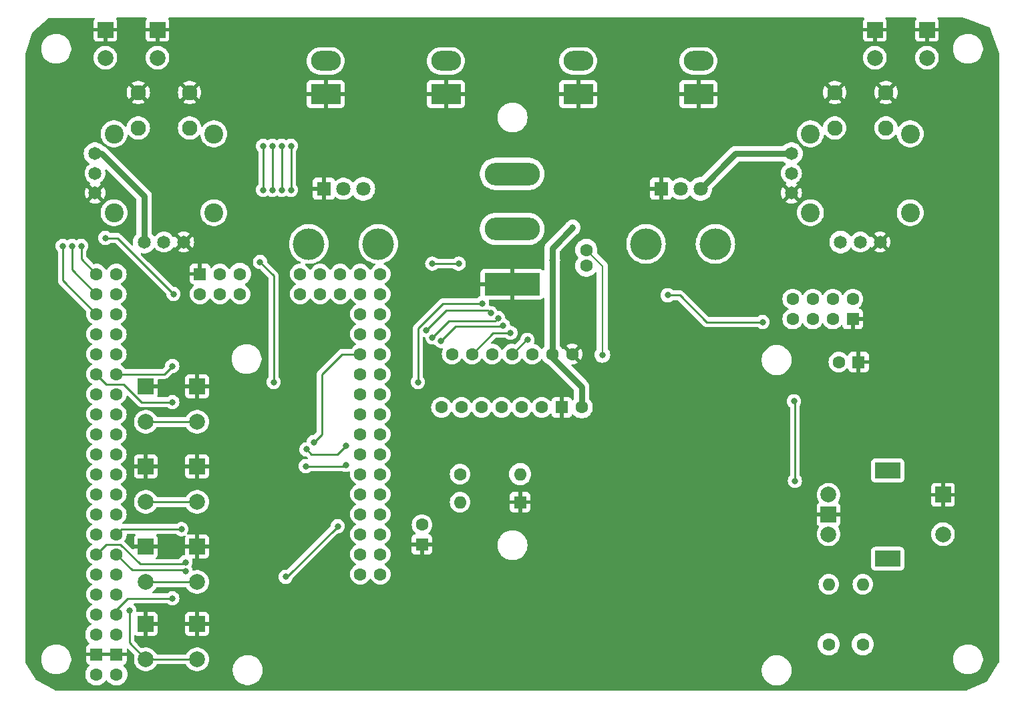
<source format=gbr>
%TF.GenerationSoftware,KiCad,Pcbnew,8.0.6*%
%TF.CreationDate,2024-11-18T15:04:43+07:00*%
%TF.ProjectId,RC-Transmitter,52432d54-7261-46e7-936d-69747465722e,V1.02*%
%TF.SameCoordinates,Original*%
%TF.FileFunction,Copper,L2,Bot*%
%TF.FilePolarity,Positive*%
%FSLAX46Y46*%
G04 Gerber Fmt 4.6, Leading zero omitted, Abs format (unit mm)*
G04 Created by KiCad (PCBNEW 8.0.6) date 2024-11-18 15:04:43*
%MOMM*%
%LPD*%
G01*
G04 APERTURE LIST*
G04 Aperture macros list*
%AMRoundRect*
0 Rectangle with rounded corners*
0 $1 Rounding radius*
0 $2 $3 $4 $5 $6 $7 $8 $9 X,Y pos of 4 corners*
0 Add a 4 corners polygon primitive as box body*
4,1,4,$2,$3,$4,$5,$6,$7,$8,$9,$2,$3,0*
0 Add four circle primitives for the rounded corners*
1,1,$1+$1,$2,$3*
1,1,$1+$1,$4,$5*
1,1,$1+$1,$6,$7*
1,1,$1+$1,$8,$9*
0 Add four rect primitives between the rounded corners*
20,1,$1+$1,$2,$3,$4,$5,0*
20,1,$1+$1,$4,$5,$6,$7,0*
20,1,$1+$1,$6,$7,$8,$9,0*
20,1,$1+$1,$8,$9,$2,$3,0*%
G04 Aperture macros list end*
%TA.AperFunction,ComponentPad*%
%ADD10R,3.800000X2.500000*%
%TD*%
%TA.AperFunction,ComponentPad*%
%ADD11RoundRect,1.250000X0.650000X0.000010X-0.650000X0.000010X-0.650000X-0.000010X0.650000X-0.000010X0*%
%TD*%
%TA.AperFunction,ComponentPad*%
%ADD12C,2.000000*%
%TD*%
%TA.AperFunction,ComponentPad*%
%ADD13R,2.000000X2.000000*%
%TD*%
%TA.AperFunction,ComponentPad*%
%ADD14R,3.200000X2.000000*%
%TD*%
%TA.AperFunction,ComponentPad*%
%ADD15C,1.600000*%
%TD*%
%TA.AperFunction,ComponentPad*%
%ADD16O,1.600000X1.600000*%
%TD*%
%TA.AperFunction,ComponentPad*%
%ADD17R,7.000000X2.900000*%
%TD*%
%TA.AperFunction,ComponentPad*%
%ADD18O,7.000000X2.900000*%
%TD*%
%TA.AperFunction,WasherPad*%
%ADD19C,4.000000*%
%TD*%
%TA.AperFunction,ComponentPad*%
%ADD20R,1.800000X1.800000*%
%TD*%
%TA.AperFunction,ComponentPad*%
%ADD21C,1.800000*%
%TD*%
%TA.AperFunction,ComponentPad*%
%ADD22C,1.650000*%
%TD*%
%TA.AperFunction,ComponentPad*%
%ADD23C,1.950000*%
%TD*%
%TA.AperFunction,ComponentPad*%
%ADD24C,2.400000*%
%TD*%
%TA.AperFunction,ComponentPad*%
%ADD25R,1.600000X1.600000*%
%TD*%
%TA.AperFunction,ViaPad*%
%ADD26C,0.800000*%
%TD*%
%TA.AperFunction,Conductor*%
%ADD27C,0.250000*%
%TD*%
%TA.AperFunction,Conductor*%
%ADD28C,0.750000*%
%TD*%
%TA.AperFunction,Conductor*%
%ADD29C,0.200000*%
%TD*%
G04 APERTURE END LIST*
D10*
%TO.P,T1,1*%
%TO.N,GND*%
X117348000Y-66072000D03*
D11*
%TO.P,T1,2*%
%TO.N,/Toggle A*%
X117348000Y-61872000D03*
%TD*%
D12*
%TO.P,Rotary Encoder,A,A*%
%TO.N,/RotaryEncoderB*%
X181080000Y-116920000D03*
%TO.P,Rotary Encoder,B,B*%
%TO.N,/RotaryEncoderA*%
X181080000Y-121920000D03*
D13*
%TO.P,Rotary Encoder,C,C*%
%TO.N,GND*%
X181080000Y-119420000D03*
D14*
%TO.P,Rotary Encoder,MP*%
%TO.N,N/C*%
X188580000Y-113820000D03*
X188580000Y-125020000D03*
D12*
%TO.P,Rotary Encoder,S1,S1*%
%TO.N,/Rotary Encoder Switch*%
X195580000Y-121920000D03*
D13*
%TO.P,Rotary Encoder,S2,S2*%
%TO.N,GND*%
X195580000Y-116920000D03*
%TD*%
D15*
%TO.P,R4,1*%
%TO.N,/5v*%
X181102000Y-135890000D03*
D16*
%TO.P,R4,2*%
%TO.N,/RotaryEncoderA*%
X181102000Y-128270000D03*
%TD*%
D13*
%TO.P,B3,1,1*%
%TO.N,GND*%
X94540000Y-123480000D03*
X101040000Y-123480000D03*
D12*
%TO.P,B3,2,2*%
%TO.N,/Button C*%
X94540000Y-127980000D03*
X101040000Y-127980000D03*
%TD*%
D10*
%TO.P,T3,1*%
%TO.N,GND*%
X149352000Y-66072000D03*
D11*
%TO.P,T3,2*%
%TO.N,/Toggle C*%
X149352000Y-61872000D03*
%TD*%
D13*
%TO.P,2,1,1*%
%TO.N,GND*%
X96012000Y-57912000D03*
D12*
%TO.P,2,2,2*%
%TO.N,/Left Bumper B*%
X96012000Y-61468000D03*
%TD*%
D13*
%TO.P,B4,1,1*%
%TO.N,GND*%
X94540000Y-133300000D03*
X101040000Y-133300000D03*
D12*
%TO.P,B4,2,2*%
%TO.N,/Button D*%
X94540000Y-137800000D03*
X101040000Y-137800000D03*
%TD*%
D13*
%TO.P,B2,1,1*%
%TO.N,GND*%
X94540000Y-113320000D03*
X101040000Y-113320000D03*
D12*
%TO.P,B2,2,2*%
%TO.N,/Button B*%
X94540000Y-117820000D03*
X101040000Y-117820000D03*
%TD*%
D13*
%TO.P,B1,1,1*%
%TO.N,GND*%
X94540000Y-103160000D03*
X101040000Y-103160000D03*
D12*
%TO.P,B1,2,2*%
%TO.N,/Button A*%
X94540000Y-107660000D03*
X101040000Y-107660000D03*
%TD*%
D13*
%TO.P,1,1,1*%
%TO.N,GND*%
X89408000Y-57912000D03*
D12*
%TO.P,1,2,2*%
%TO.N,/Left Bumper A*%
X89408000Y-61468000D03*
%TD*%
D17*
%TO.P,Main Power,1,LED*%
%TO.N,GND*%
X140970000Y-90200000D03*
D18*
%TO.P,Main Power,2,Power*%
%TO.N,/Bat-*%
X140970000Y-83200000D03*
%TO.P,Main Power,3,Load*%
%TO.N,/Bat+*%
X140970000Y-76200000D03*
%TD*%
D10*
%TO.P,T4,1*%
%TO.N,GND*%
X164592000Y-66072000D03*
D11*
%TO.P,T4,2*%
%TO.N,/Toggle D*%
X164592000Y-61872000D03*
%TD*%
D19*
%TO.P,Pot1,*%
%TO.N,*%
X124000000Y-85090000D03*
X115200000Y-85090000D03*
D20*
%TO.P,Pot1,1,1*%
%TO.N,GND*%
X117100000Y-78090000D03*
D21*
%TO.P,Pot1,2,2*%
%TO.N,/Pot Left*%
X119600000Y-78090000D03*
%TO.P,Pot1,3,3*%
%TO.N,/5v*%
X122100000Y-78090000D03*
%TD*%
D13*
%TO.P,3,1,1*%
%TO.N,GND*%
X186944000Y-57912000D03*
D12*
%TO.P,3,2,2*%
%TO.N,/Right Bumper A*%
X186944000Y-61468000D03*
%TD*%
D10*
%TO.P,T2,1*%
%TO.N,GND*%
X132588000Y-66072000D03*
D11*
%TO.P,T2,2*%
%TO.N,/Toggle B*%
X132588000Y-61872000D03*
%TD*%
D19*
%TO.P,Pot2,*%
%TO.N,*%
X166740000Y-85090000D03*
X157940000Y-85090000D03*
D20*
%TO.P,Pot2,1,1*%
%TO.N,GND*%
X159840000Y-78090000D03*
D21*
%TO.P,Pot2,2,2*%
%TO.N,/Pot Right*%
X162340000Y-78090000D03*
%TO.P,Pot2,3,3*%
%TO.N,/5v*%
X164840000Y-78090000D03*
%TD*%
D15*
%TO.P,R3,1*%
%TO.N,/5v*%
X185420000Y-135890000D03*
D16*
%TO.P,R3,2*%
%TO.N,/RotaryEncoderB*%
X185420000Y-128270000D03*
%TD*%
D15*
%TO.P,OLED_LCD_Display1,1,CS*%
%TO.N,/Screen CS*%
X133350000Y-99060000D03*
%TO.P,OLED_LCD_Display1,2,DC*%
%TO.N,/CE*%
X135890000Y-99060000D03*
%TO.P,OLED_LCD_Display1,3,RES*%
%TO.N,/Screen RES*%
X138430000Y-99060000D03*
%TO.P,OLED_LCD_Display1,4,SDA*%
%TO.N,/MOSI*%
X140970000Y-99060000D03*
%TO.P,OLED_LCD_Display1,5,SCK*%
%TO.N,/SCK*%
X143510000Y-99060000D03*
%TO.P,OLED_LCD_Display1,6,VCC*%
%TO.N,/5v*%
X146050000Y-99060000D03*
%TO.P,OLED_LCD_Display1,7,GND*%
%TO.N,GND*%
X148590000Y-99060000D03*
%TD*%
D22*
%TO.P,Joy1,1,1*%
%TO.N,/5v*%
X94335000Y-84850000D03*
%TO.P,Joy1,2,2*%
%TO.N,/Joy Left X*%
X96835000Y-84850000D03*
%TO.P,Joy1,3,3*%
%TO.N,GND*%
X99335000Y-84850000D03*
%TO.P,Joy1,11,1'*%
%TO.N,/5v*%
X88105000Y-73620000D03*
%TO.P,Joy1,12,2'*%
%TO.N,/Joy Left Y*%
X88105000Y-76120000D03*
%TO.P,Joy1,13,3'*%
%TO.N,GND*%
X88105000Y-78620000D03*
D23*
%TO.P,Joy1,A1,COM_1*%
%TO.N,/Joy Left Button*%
X100085000Y-70370000D03*
%TO.P,Joy1,B1,COM_2*%
%TO.N,unconnected-(Joystick1-COM_2-PadB1)*%
X93585000Y-70370000D03*
%TO.P,Joy1,C1,NO_1*%
%TO.N,GND*%
X100085000Y-65870000D03*
%TO.P,Joy1,D1,NO_2*%
X93585000Y-65870000D03*
D24*
%TO.P,Joy1,MH1,MH1*%
%TO.N,unconnected-(Joystick1-PadMH1)*%
X90510000Y-81120000D03*
%TO.P,Joy1,MH2,MH2*%
%TO.N,unconnected-(Joystick1-PadMH2)*%
X103160000Y-81120000D03*
%TO.P,Joy1,MH3,MH3*%
%TO.N,unconnected-(Joystick1-PadMH3)*%
X103160000Y-71120000D03*
%TO.P,Joy1,MH4,MH4*%
%TO.N,unconnected-(Joystick1-PadMH4)*%
X90510000Y-71120000D03*
%TD*%
D13*
%TO.P,4,1,1*%
%TO.N,GND*%
X193548000Y-57912000D03*
D12*
%TO.P,4,2,2*%
%TO.N,/Right Bumper B*%
X193548000Y-61468000D03*
%TD*%
D22*
%TO.P,Joy2,1,1*%
%TO.N,/5v*%
X182605000Y-84850000D03*
%TO.P,Joy2,2,2*%
%TO.N,/Joy Right X*%
X185105000Y-84850000D03*
%TO.P,Joy2,3,3*%
%TO.N,GND*%
X187605000Y-84850000D03*
%TO.P,Joy2,11,1'*%
%TO.N,/5v*%
X176375000Y-73620000D03*
%TO.P,Joy2,12,2'*%
%TO.N,/Joy Right Y*%
X176375000Y-76120000D03*
%TO.P,Joy2,13,3'*%
%TO.N,GND*%
X176375000Y-78620000D03*
D23*
%TO.P,Joy2,A1,COM_1*%
%TO.N,/Joy Right Button*%
X188355000Y-70370000D03*
%TO.P,Joy2,B1,COM_2*%
%TO.N,unconnected-(Joystick2-COM_2-PadB1)*%
X181855000Y-70370000D03*
%TO.P,Joy2,C1,NO_1*%
%TO.N,GND*%
X188355000Y-65870000D03*
%TO.P,Joy2,D1,NO_2*%
X181855000Y-65870000D03*
D24*
%TO.P,Joy2,MH1,MH1*%
%TO.N,unconnected-(Joystick2-PadMH1)*%
X178780000Y-81120000D03*
%TO.P,Joy2,MH2,MH2*%
%TO.N,unconnected-(Joystick2-PadMH2)*%
X191430000Y-81120000D03*
%TO.P,Joy2,MH3,MH3*%
%TO.N,unconnected-(Joystick2-PadMH3)*%
X191430000Y-71120000D03*
%TO.P,Joy2,MH4,MH4*%
%TO.N,unconnected-(Joystick2-PadMH4)*%
X178780000Y-71120000D03*
%TD*%
D15*
%TO.P,C2,1*%
%TO.N,/3.3v*%
X129540000Y-120714888D03*
D25*
%TO.P,C2,2*%
%TO.N,GND*%
X129540000Y-123214888D03*
%TD*%
D15*
%TO.P,JST Connector,1,Pin_1*%
%TO.N,/Bat+*%
X150368000Y-85852000D03*
%TO.P,JST Connector,2,Pin_2*%
%TO.N,/Bat-*%
X150368000Y-87852000D03*
%TD*%
%TO.P,IMU,1,VCC*%
%TO.N,/5v*%
X149789454Y-105816523D03*
D25*
%TO.P,IMU,2,GND*%
%TO.N,GND*%
X147249454Y-105816523D03*
D15*
%TO.P,IMU,3,SCL*%
%TO.N,/SCL*%
X144709454Y-105816523D03*
%TO.P,IMU,4,SDA*%
%TO.N,/SDA*%
X142169454Y-105816523D03*
%TO.P,IMU,5,XDA*%
%TO.N,unconnected-(Gyroscope1-XDA-Pad5)*%
X139629454Y-105816523D03*
%TO.P,IMU,6,XCL*%
%TO.N,unconnected-(Gyroscope1-XCL-Pad6)*%
X137089454Y-105816523D03*
%TO.P,IMU,7,AD0*%
%TO.N,unconnected-(Gyroscope1-AD0-Pad7)*%
X134549454Y-105816523D03*
%TO.P,IMU,8,INT*%
%TO.N,unconnected-(Gyroscope1-INT-Pad8)*%
X132009454Y-105816523D03*
%TD*%
D25*
%TO.P,R2,1*%
%TO.N,GND*%
X141986000Y-117856000D03*
D16*
%TO.P,R2,2*%
%TO.N,/Battery Voltage*%
X134366000Y-117856000D03*
%TD*%
D15*
%TO.P,Mega Pro,0,RX*%
%TO.N,unconnected-(Arduino_Mega_Pro1-RX-Pad0)*%
X90805000Y-127000000D03*
%TO.P,Mega Pro,1,TX*%
%TO.N,unconnected-(Arduino_Mega_Pro1-TX-Pad1)*%
X88265000Y-127000000D03*
%TO.P,Mega Pro,2,D2*%
%TO.N,/RotaryEncoderA*%
X90805000Y-124460000D03*
%TO.P,Mega Pro,3,D3*%
%TO.N,/RotaryEncoderB*%
X88265000Y-124460000D03*
%TO.P,Mega Pro,3V3,3V3*%
%TO.N,/3.3v*%
X88265000Y-132080000D03*
X90805000Y-132080000D03*
%TO.P,Mega Pro,4,D4*%
%TO.N,/NRF CSN*%
X90805000Y-121920000D03*
%TO.P,Mega Pro,5,D5*%
%TO.N,unconnected-(Arduino_Mega_Pro1-D5-Pad5)*%
X88265000Y-121920000D03*
%TO.P,Mega Pro,5V,5V*%
%TO.N,/5v*%
X88265000Y-134620000D03*
X90805000Y-134620000D03*
X106480000Y-88900000D03*
%TO.P,Mega Pro,6,D6*%
%TO.N,/Button D*%
X90805000Y-119380000D03*
%TO.P,Mega Pro,7,D7*%
%TO.N,unconnected-(Arduino_Mega_Pro1-D7-Pad7)*%
X88265000Y-119380000D03*
%TO.P,Mega Pro,8,D8*%
%TO.N,/Button C*%
X90805000Y-116840000D03*
%TO.P,Mega Pro,9,D9*%
%TO.N,unconnected-(Arduino_Mega_Pro1-D9-Pad9)*%
X88265000Y-116840000D03*
%TO.P,Mega Pro,10,D10*%
%TO.N,/Button B*%
X90805000Y-114300000D03*
%TO.P,Mega Pro,11,D11*%
%TO.N,unconnected-(Arduino_Mega_Pro1-D11-Pad11)*%
X88265000Y-114300000D03*
%TO.P,Mega Pro,12,D12*%
%TO.N,/Button A*%
X90805000Y-111760000D03*
%TO.P,Mega Pro,13,D13*%
%TO.N,unconnected-(Arduino_Mega_Pro1-D13-Pad13)*%
X88265000Y-111760000D03*
%TO.P,Mega Pro,14,D14*%
%TO.N,unconnected-(Arduino_Mega_Pro1-D14-Pad14)*%
X90805000Y-109220000D03*
%TO.P,Mega Pro,15,D15*%
%TO.N,unconnected-(Arduino_Mega_Pro1-D15-Pad15)*%
X88265000Y-109220000D03*
%TO.P,Mega Pro,16,D16*%
%TO.N,unconnected-(Arduino_Mega_Pro1-D16-Pad16)*%
X90805000Y-106680000D03*
%TO.P,Mega Pro,17,D17*%
%TO.N,unconnected-(Arduino_Mega_Pro1-D17-Pad17)*%
X88265000Y-106680000D03*
%TO.P,Mega Pro,18,D18*%
%TO.N,unconnected-(Arduino_Mega_Pro1-D18-Pad18)*%
X90805000Y-104140000D03*
%TO.P,Mega Pro,19,D19*%
%TO.N,unconnected-(Arduino_Mega_Pro1-D19-Pad19)*%
X88265000Y-104140000D03*
%TO.P,Mega Pro,20,D20(SDA)*%
%TO.N,/SDA*%
X90805000Y-101600000D03*
%TO.P,Mega Pro,21,D21(SCL)*%
%TO.N,/SCL*%
X88265000Y-101600000D03*
%TO.P,Mega Pro,22,D22*%
%TO.N,unconnected-(Arduino_Mega_Pro1-D22-Pad22)*%
X90805000Y-99060000D03*
%TO.P,Mega Pro,23,D23*%
%TO.N,unconnected-(Arduino_Mega_Pro1-D23-Pad23)*%
X88265000Y-99060000D03*
%TO.P,Mega Pro,24,D24*%
%TO.N,unconnected-(Arduino_Mega_Pro1-D24-Pad24)*%
X90805000Y-96520000D03*
%TO.P,Mega Pro,25,D25*%
%TO.N,unconnected-(Arduino_Mega_Pro1-D25-Pad25)*%
X88265000Y-96520000D03*
%TO.P,Mega Pro,26,D26*%
%TO.N,unconnected-(Arduino_Mega_Pro1-D26-Pad26)*%
X90805000Y-93980000D03*
%TO.P,Mega Pro,27,D27*%
%TO.N,/Left Bumper A*%
X88265000Y-93980000D03*
%TO.P,Mega Pro,28,D28*%
%TO.N,unconnected-(Arduino_Mega_Pro1-D28-Pad28)*%
X90805000Y-91440000D03*
%TO.P,Mega Pro,29,D29*%
%TO.N,/Left Bumper B*%
X88265000Y-91440000D03*
%TO.P,Mega Pro,30,D30*%
%TO.N,unconnected-(Arduino_Mega_Pro1-D30-Pad30)*%
X90805000Y-88900000D03*
%TO.P,Mega Pro,31,D31*%
%TO.N,/Joy Left Button*%
X88265000Y-88900000D03*
%TO.P,Mega Pro,32,D32*%
%TO.N,/Toggle D*%
X124260000Y-106680000D03*
%TO.P,Mega Pro,33,D33*%
%TO.N,/Toggle C*%
X121720000Y-106680000D03*
%TO.P,Mega Pro,34,D34*%
%TO.N,/Toggle B*%
X124260000Y-104140000D03*
%TO.P,Mega Pro,35,D35*%
%TO.N,/Toggle A*%
X121720000Y-104140000D03*
%TO.P,Mega Pro,36,D36*%
%TO.N,/Joy Right Button*%
X124260000Y-101600000D03*
%TO.P,Mega Pro,37,D37*%
%TO.N,/Right Bumper B*%
X121720000Y-101600000D03*
%TO.P,Mega Pro,38,D38*%
%TO.N,/Right Bumper A*%
X124260000Y-99060000D03*
%TO.P,Mega Pro,39,D39*%
%TO.N,/Rotary Encoder Switch*%
X121720000Y-99060000D03*
%TO.P,Mega Pro,40,D40*%
%TO.N,/Screen RES*%
X124260000Y-96520000D03*
%TO.P,Mega Pro,41,D41*%
%TO.N,unconnected-(Arduino_Mega_Pro1-D41-Pad41)*%
X121720000Y-96520000D03*
%TO.P,Mega Pro,42,D42*%
%TO.N,/Screen CS*%
X124260000Y-93980000D03*
%TO.P,Mega Pro,43,D43*%
%TO.N,unconnected-(Arduino_Mega_Pro1-D43-Pad43)*%
X121720000Y-93980000D03*
%TO.P,Mega Pro,44,D44*%
%TO.N,unconnected-(Arduino_Mega_Pro1-D44-Pad44)*%
X124260000Y-91440000D03*
%TO.P,Mega Pro,45,D45*%
%TO.N,unconnected-(Arduino_Mega_Pro1-D45-Pad45)*%
X121720000Y-91440000D03*
%TO.P,Mega Pro,46,D46*%
%TO.N,unconnected-(Arduino_Mega_Pro1-D46-Pad46)*%
X124260000Y-88900000D03*
%TO.P,Mega Pro,47,D47*%
%TO.N,unconnected-(Arduino_Mega_Pro1-D47-Pad47)*%
X121720000Y-88900000D03*
%TO.P,Mega Pro,48,D48*%
%TO.N,unconnected-(Arduino_Mega_Pro1-D48-Pad48)*%
X119180000Y-88900000D03*
%TO.P,Mega Pro,49,D49*%
%TO.N,/CE*%
X119180000Y-91440000D03*
%TO.P,Mega Pro,50,D50(MISO)*%
%TO.N,/MISO*%
X106480000Y-91440000D03*
X116640000Y-88900000D03*
%TO.P,Mega Pro,51,D51(MOSI)*%
%TO.N,/MOSI*%
X103940000Y-88900000D03*
X116640000Y-91440000D03*
%TO.P,Mega Pro,52,D52(SCLK)*%
%TO.N,/SCK*%
X103940000Y-91440000D03*
X114100000Y-88900000D03*
%TO.P,Mega Pro,53,D53(CE)*%
%TO.N,unconnected-(Arduino_Mega_Pro1-D53(CE)-Pad53)*%
X114100000Y-91440000D03*
%TO.P,Mega Pro,A0,A0*%
%TO.N,/Pot Left*%
X124260000Y-127000000D03*
%TO.P,Mega Pro,A1,A1*%
%TO.N,unconnected-(Arduino_Mega_Pro1-PadA1)*%
X121720000Y-127000000D03*
%TO.P,Mega Pro,A2,A2*%
%TO.N,/Joy Right X*%
X124260000Y-124460000D03*
%TO.P,Mega Pro,A3,A3*%
%TO.N,/Joy Right Y*%
X121720000Y-124460000D03*
%TO.P,Mega Pro,A4,A4*%
%TO.N,unconnected-(Arduino_Mega_Pro1-PadA4)*%
X124260000Y-121920000D03*
%TO.P,Mega Pro,A5,A5*%
%TO.N,unconnected-(Arduino_Mega_Pro1-PadA5)*%
X121720000Y-121920000D03*
%TO.P,Mega Pro,A6,A6*%
%TO.N,/Joy Left X*%
X124260000Y-119380000D03*
%TO.P,Mega Pro,A7,A7*%
%TO.N,/Joy Left Y*%
X121720000Y-119380000D03*
%TO.P,Mega Pro,A8,A8*%
%TO.N,/Battery Voltage*%
X124260000Y-116840000D03*
%TO.P,Mega Pro,A9,A9*%
%TO.N,unconnected-(Arduino_Mega_Pro1-PadA9)*%
X121720000Y-116840000D03*
%TO.P,Mega Pro,A10,A10*%
%TO.N,unconnected-(Arduino_Mega_Pro1-PadA10)*%
X124260000Y-114300000D03*
%TO.P,Mega Pro,A11,A11*%
%TO.N,unconnected-(Arduino_Mega_Pro1-PadA11)*%
X121720000Y-114300000D03*
%TO.P,Mega Pro,A12,A12*%
%TO.N,unconnected-(Arduino_Mega_Pro1-PadA12)*%
X124260000Y-111760000D03*
%TO.P,Mega Pro,A13,A13*%
%TO.N,unconnected-(Arduino_Mega_Pro1-PadA13)*%
X121720000Y-111760000D03*
%TO.P,Mega Pro,A14,A14*%
%TO.N,/Pot Right*%
X124260000Y-109220000D03*
%TO.P,Mega Pro,A15,A15*%
%TO.N,unconnected-(Arduino_Mega_Pro1-PadA15)*%
X121720000Y-109220000D03*
%TO.P,Mega Pro,AREF,AREF*%
%TO.N,/REF*%
X90805000Y-129540000D03*
D25*
%TO.P,Mega Pro,GND,GND*%
%TO.N,GND*%
X88265000Y-137160000D03*
X90805000Y-137160000D03*
X101400000Y-88900000D03*
D15*
%TO.P,Mega Pro,RST,RST*%
%TO.N,unconnected-(Arduino_Mega_Pro1-PadRST)*%
X88265000Y-129540000D03*
X101400000Y-91440000D03*
%TO.P,Mega Pro,VIN,VIN*%
%TO.N,/Bat+*%
X88265000Y-139700000D03*
X90805000Y-139700000D03*
%TD*%
%TO.P,C1,1*%
%TO.N,/3.3v*%
X182372000Y-100076000D03*
D25*
%TO.P,C1,2*%
%TO.N,GND*%
X184872000Y-100076000D03*
%TD*%
D15*
%TO.P,NRF24,1,V+*%
%TO.N,/3.3v*%
X184150000Y-92075000D03*
%TO.P,NRF24,2,CSN*%
%TO.N,/NRF CSN*%
X181610000Y-92075000D03*
%TO.P,NRF24,3,MOSI*%
%TO.N,/MOSI*%
X179070000Y-92075000D03*
%TO.P,NRF24,4,IRQ*%
%TO.N,unconnected-(NRF24-IRQ-Pad4)*%
X176530000Y-92075000D03*
%TO.P,NRF24,5,MISO*%
%TO.N,/MISO*%
X176530000Y-94615000D03*
%TO.P,NRF24,6,SCK*%
%TO.N,/SCK*%
X179070000Y-94615000D03*
%TO.P,NRF24,7,CE*%
%TO.N,/CE*%
X181610000Y-94615000D03*
D25*
%TO.P,NRF24,8,GND*%
%TO.N,GND*%
X184150000Y-94615000D03*
%TD*%
D15*
%TO.P,R1,1*%
%TO.N,/Battery Voltage*%
X134366000Y-114300000D03*
D16*
%TO.P,R1,2*%
%TO.N,/Bat+*%
X141986000Y-114300000D03*
%TD*%
D26*
%TO.N,/CE*%
X140750331Y-96369500D03*
%TO.N,GND*%
X81788000Y-78232000D03*
X154432000Y-80772000D03*
X155448000Y-91440000D03*
X145796000Y-109220000D03*
X139700000Y-102616000D03*
X156972000Y-117856000D03*
X167132000Y-139192000D03*
X102929041Y-140295973D03*
X173736000Y-71628000D03*
X129820556Y-108337148D03*
X182372000Y-97028000D03*
X92456000Y-58928000D03*
X193040000Y-66040000D03*
X105156000Y-65786000D03*
X119888000Y-138684000D03*
X98806000Y-89154000D03*
X107188000Y-116332000D03*
X132080000Y-114808000D03*
X178308000Y-119634000D03*
X192024000Y-116840000D03*
X148336000Y-71628000D03*
X107696000Y-123444000D03*
X135636000Y-89916000D03*
X96092572Y-73528443D03*
X93218000Y-140208000D03*
X89408000Y-66040000D03*
X104648000Y-132588000D03*
X102108000Y-98044000D03*
X93974276Y-131266266D03*
X168148000Y-108204000D03*
X135200919Y-124257127D03*
X93472000Y-99568000D03*
X165100000Y-72136000D03*
X189992000Y-59436000D03*
X199136000Y-109728000D03*
X189594180Y-129195269D03*
X197612000Y-75692000D03*
X82296000Y-128016000D03*
X124968000Y-69088000D03*
X170434000Y-129794000D03*
X157988000Y-101092000D03*
X174244000Y-85344000D03*
X185420000Y-106172000D03*
X187452000Y-75184000D03*
%TO.N,/3.3v*%
X112268000Y-127329500D03*
X118872000Y-120904000D03*
X97889000Y-130048000D03*
%TO.N,/5v*%
X148634307Y-83013693D03*
X146050000Y-87122000D03*
%TO.N,/Rotary Encoder Switch*%
X115824000Y-110236000D03*
%TO.N,/Left Bumper A*%
X84010994Y-85344000D03*
%TO.N,/Right Bumper A*%
X130048000Y-96012000D03*
X138251968Y-93870873D03*
%TO.N,/Left Bumper B*%
X85185497Y-85344000D03*
%TO.N,/Right Bumper B*%
X139192000Y-94488000D03*
X130872180Y-96945918D03*
%TO.N,/Joy Right Button*%
X131951976Y-97407976D03*
X139809127Y-95428032D03*
%TO.N,/Toggle C*%
X110585497Y-72644000D03*
X110585498Y-78233248D03*
%TO.N,/Toggle D*%
X109411038Y-72654093D03*
X109410996Y-78231539D03*
%TO.N,/Toggle B*%
X111760000Y-72644000D03*
X111760000Y-78232000D03*
%TO.N,/Toggle A*%
X112938728Y-72644000D03*
X112934503Y-78232000D03*
%TO.N,/Joy Left Button*%
X86360000Y-85344000D03*
%TO.N,/Button D*%
X92456000Y-131572000D03*
%TO.N,/Pot Right*%
X129032000Y-102616000D03*
X137160000Y-92622500D03*
%TO.N,/SCL*%
X97889000Y-105156000D03*
X114808000Y-113284000D03*
X119888000Y-113135479D03*
%TO.N,/SDA*%
X97889000Y-100584000D03*
X114900688Y-111159312D03*
X119888000Y-110726888D03*
%TO.N,/Pot Left*%
X109012500Y-87376000D03*
X110744000Y-102616000D03*
%TO.N,/Joy Left Y*%
X98044000Y-91440000D03*
X89408000Y-84328000D03*
%TO.N,/MISO*%
X172720000Y-94996000D03*
X130850000Y-87590000D03*
X160689312Y-91601312D03*
X134199500Y-87590000D03*
%TO.N,/MOSI*%
X142902968Y-97251592D03*
%TO.N,/NRF CSN*%
X176812349Y-115149500D03*
X176691312Y-105063312D03*
X99060000Y-121271285D03*
%TO.N,/RotaryEncoderB*%
X99568000Y-125476000D03*
%TO.N,/RotaryEncoderA*%
X99597535Y-126650131D03*
%TO.N,/Bat+*%
X152408340Y-99168500D03*
%TD*%
D27*
%TO.N,/CE*%
X140750331Y-96369500D02*
X138580500Y-96369500D01*
X138580500Y-96369500D02*
X135890000Y-99060000D01*
%TO.N,/3.3v*%
X90805000Y-132080000D02*
X90805000Y-131512918D01*
X90805000Y-131512918D02*
X92269918Y-130048000D01*
X112446500Y-127329500D02*
X112268000Y-127329500D01*
X92269918Y-130048000D02*
X97889000Y-130048000D01*
X118872000Y-120904000D02*
X112446500Y-127329500D01*
D28*
%TO.N,/5v*%
X146050000Y-85598000D02*
X148634307Y-83013693D01*
X169310000Y-73620000D02*
X176375000Y-73620000D01*
X94335000Y-79025000D02*
X88930000Y-73620000D01*
X94335000Y-84850000D02*
X94335000Y-79025000D01*
X88930000Y-73620000D02*
X88105000Y-73620000D01*
X149789454Y-103238312D02*
X146050000Y-99498858D01*
X146050000Y-87122000D02*
X146050000Y-85598000D01*
X146050000Y-99498858D02*
X146050000Y-99060000D01*
X164840000Y-78090000D02*
X169310000Y-73620000D01*
X146050000Y-87122000D02*
X146050000Y-99060000D01*
X149789454Y-105816523D02*
X149789454Y-103238312D01*
D27*
%TO.N,/Rotary Encoder Switch*%
X115824000Y-110236000D02*
X116840000Y-109220000D01*
X116840000Y-109220000D02*
X116840000Y-101600000D01*
X116840000Y-101600000D02*
X119380000Y-99060000D01*
X119380000Y-99060000D02*
X121920000Y-99060000D01*
%TO.N,/Left Bumper A*%
X84010994Y-85344000D02*
X84010994Y-89725994D01*
X84010994Y-89725994D02*
X88265000Y-93980000D01*
%TO.N,/Right Bumper A*%
X138251968Y-93870873D02*
X137853095Y-93472000D01*
X132588000Y-93472000D02*
X130048000Y-96012000D01*
X137853095Y-93472000D02*
X132588000Y-93472000D01*
%TO.N,/Left Bumper B*%
X85185497Y-85344000D02*
X85185497Y-88360497D01*
X85185497Y-88360497D02*
X88265000Y-91440000D01*
%TO.N,/Right Bumper B*%
X138785000Y-94895000D02*
X132923098Y-94895000D01*
X139192000Y-94488000D02*
X138785000Y-94895000D01*
X132923098Y-94895000D02*
X130872180Y-96945918D01*
%TO.N,/Joy Right Button*%
X139809127Y-95428032D02*
X139717159Y-95520000D01*
X139717159Y-95520000D02*
X133839952Y-95520000D01*
X133839952Y-95520000D02*
X131951976Y-97407976D01*
%TO.N,/Toggle C*%
X110585497Y-72644000D02*
X110585498Y-78233248D01*
%TO.N,/Toggle D*%
X109411038Y-78231497D02*
X109411038Y-72654093D01*
X109410996Y-78231539D02*
X109411038Y-78231497D01*
%TO.N,/Toggle B*%
X111760000Y-78232000D02*
X111760000Y-72644000D01*
%TO.N,/Toggle A*%
X112934503Y-78232000D02*
X112938728Y-78227775D01*
X112938728Y-78227775D02*
X112938728Y-72644000D01*
%TO.N,/Joy Left Button*%
X86360000Y-85344000D02*
X86360000Y-86995000D01*
X86360000Y-86995000D02*
X88265000Y-88900000D01*
%TO.N,/Button D*%
X92456000Y-131572000D02*
X92456000Y-135716000D01*
X94540000Y-137800000D02*
X101040000Y-137800000D01*
X92456000Y-135716000D02*
X94540000Y-137800000D01*
%TO.N,/Button C*%
X94540000Y-127980000D02*
X101040000Y-127980000D01*
%TO.N,/Button B*%
X94540000Y-117820000D02*
X101040000Y-117820000D01*
%TO.N,/Button A*%
X94540000Y-107660000D02*
X101040000Y-107660000D01*
%TO.N,/Pot Right*%
X129032000Y-95755207D02*
X129032000Y-102616000D01*
X132164707Y-92622500D02*
X129032000Y-95755207D01*
X137160000Y-92622500D02*
X132164707Y-92622500D01*
%TO.N,/SCL*%
X91702000Y-102878000D02*
X89543000Y-102878000D01*
X89543000Y-102878000D02*
X88265000Y-101600000D01*
X97889000Y-105156000D02*
X93980000Y-105156000D01*
X119739479Y-113284000D02*
X114808000Y-113284000D01*
X93980000Y-105156000D02*
X91702000Y-102878000D01*
X119888000Y-113135479D02*
X119739479Y-113284000D01*
%TO.N,/SDA*%
X115501376Y-111760000D02*
X114900688Y-111159312D01*
X97889000Y-100584000D02*
X96873000Y-101600000D01*
X119888000Y-110726888D02*
X118854888Y-111760000D01*
X96873000Y-101600000D02*
X90805000Y-101600000D01*
X118854888Y-111760000D02*
X115501376Y-111760000D01*
%TO.N,/Pot Left*%
X109012500Y-87376000D02*
X110744000Y-89107500D01*
X110744000Y-89107500D02*
X110744000Y-102616000D01*
%TO.N,/Joy Left Y*%
X89408000Y-84328000D02*
X90932000Y-84328000D01*
X90932000Y-84328000D02*
X98044000Y-91440000D01*
%TO.N,/MISO*%
X160689312Y-91601312D02*
X162213312Y-91601312D01*
X134199500Y-87590000D02*
X130850000Y-87590000D01*
X162213312Y-91601312D02*
X165608000Y-94996000D01*
X165608000Y-94996000D02*
X172720000Y-94996000D01*
%TO.N,/MOSI*%
X142778408Y-97251592D02*
X140970000Y-99060000D01*
X142902968Y-97251592D02*
X142778408Y-97251592D01*
%TO.N,/NRF CSN*%
X99060000Y-121271285D02*
X91453715Y-121271285D01*
X91453715Y-121271285D02*
X90805000Y-121920000D01*
X176812349Y-105184349D02*
X176812349Y-115149500D01*
X176691312Y-105063312D02*
X176812349Y-105184349D01*
%TO.N,/RotaryEncoderB*%
X99568000Y-125476000D02*
X99322000Y-125722000D01*
X99322000Y-125722000D02*
X93844962Y-125722000D01*
X91312962Y-123190000D02*
X89535000Y-123190000D01*
X93844962Y-125722000D02*
X91312962Y-123190000D01*
X89535000Y-123190000D02*
X88265000Y-124460000D01*
%TO.N,/RotaryEncoderA*%
X99427404Y-126480000D02*
X92825000Y-126480000D01*
X99597535Y-126650131D02*
X99427404Y-126480000D01*
X92825000Y-126480000D02*
X90805000Y-124460000D01*
D29*
%TO.N,/Bat+*%
X152400000Y-87884000D02*
X150368000Y-85852000D01*
X152408340Y-99168500D02*
X152400000Y-99160160D01*
X152400000Y-99160160D02*
X152400000Y-87884000D01*
%TD*%
%TA.AperFunction,Conductor*%
%TO.N,GND*%
G36*
X90484920Y-136914394D02*
G01*
X90432259Y-137005606D01*
X90405000Y-137107339D01*
X90405000Y-137212661D01*
X90432259Y-137314394D01*
X90484920Y-137405606D01*
X90489314Y-137410000D01*
X88580686Y-137410000D01*
X88585080Y-137405606D01*
X88637741Y-137314394D01*
X88665000Y-137212661D01*
X88665000Y-137107339D01*
X88637741Y-137005606D01*
X88585080Y-136914394D01*
X88580686Y-136910000D01*
X90489314Y-136910000D01*
X90484920Y-136914394D01*
G37*
%TD.AperFunction*%
%TA.AperFunction,Conductor*%
G36*
X98423291Y-121916470D02*
G01*
X98448400Y-121937811D01*
X98454126Y-121944170D01*
X98454130Y-121944174D01*
X98607265Y-122055433D01*
X98607270Y-122055436D01*
X98780192Y-122132427D01*
X98780197Y-122132429D01*
X98965354Y-122171785D01*
X98965355Y-122171785D01*
X99154644Y-122171785D01*
X99154646Y-122171785D01*
X99339803Y-122132429D01*
X99425127Y-122094440D01*
X99494377Y-122085155D01*
X99557653Y-122114783D01*
X99594867Y-122173917D01*
X99594202Y-122243784D01*
X99591745Y-122251052D01*
X99546403Y-122372620D01*
X99546401Y-122372627D01*
X99540000Y-122432155D01*
X99540000Y-123230000D01*
X100549252Y-123230000D01*
X100527482Y-123267708D01*
X100490000Y-123407591D01*
X100490000Y-123552409D01*
X100527482Y-123692292D01*
X100549252Y-123730000D01*
X99540000Y-123730000D01*
X99540000Y-124460921D01*
X99520315Y-124527960D01*
X99467511Y-124573715D01*
X99441781Y-124582211D01*
X99288197Y-124614855D01*
X99288192Y-124614857D01*
X99115270Y-124691848D01*
X99115265Y-124691851D01*
X98962129Y-124803111D01*
X98835466Y-124943785D01*
X98783092Y-125034500D01*
X98732525Y-125082715D01*
X98675705Y-125096500D01*
X95923351Y-125096500D01*
X95856312Y-125076815D01*
X95810557Y-125024011D01*
X95800613Y-124954853D01*
X95829638Y-124891297D01*
X95849040Y-124873234D01*
X95897187Y-124837190D01*
X95897190Y-124837187D01*
X95983350Y-124722093D01*
X95983354Y-124722086D01*
X96033596Y-124587379D01*
X96033598Y-124587372D01*
X96039999Y-124527844D01*
X96040000Y-124527827D01*
X96040000Y-123730000D01*
X95030748Y-123730000D01*
X95052518Y-123692292D01*
X95090000Y-123552409D01*
X95090000Y-123407591D01*
X95052518Y-123267708D01*
X95030748Y-123230000D01*
X96040000Y-123230000D01*
X96040000Y-122432172D01*
X96039999Y-122432155D01*
X96033598Y-122372627D01*
X96033596Y-122372620D01*
X95983354Y-122237913D01*
X95983350Y-122237906D01*
X95897190Y-122122812D01*
X95897188Y-122122810D01*
X95893501Y-122120050D01*
X95851631Y-122064115D01*
X95846648Y-121994424D01*
X95880135Y-121933101D01*
X95941459Y-121899618D01*
X95967814Y-121896785D01*
X98356252Y-121896785D01*
X98423291Y-121916470D01*
G37*
%TD.AperFunction*%
%TA.AperFunction,Conductor*%
G36*
X93179225Y-121916470D02*
G01*
X93224980Y-121969274D01*
X93234924Y-122038432D01*
X93205899Y-122101988D01*
X93186499Y-122120050D01*
X93182811Y-122122810D01*
X93182809Y-122122812D01*
X93096649Y-122237906D01*
X93096645Y-122237913D01*
X93046403Y-122372620D01*
X93046401Y-122372627D01*
X93040000Y-122432155D01*
X93040000Y-123230000D01*
X94049252Y-123230000D01*
X94027482Y-123267708D01*
X93990000Y-123407591D01*
X93990000Y-123552409D01*
X94027482Y-123692292D01*
X94049252Y-123730000D01*
X93040000Y-123730000D01*
X93040000Y-123733086D01*
X93020315Y-123800125D01*
X92967511Y-123845880D01*
X92898353Y-123855824D01*
X92834797Y-123826799D01*
X92828319Y-123820767D01*
X91862823Y-122855271D01*
X91829338Y-122793948D01*
X91834322Y-122724256D01*
X91848925Y-122696472D01*
X91935568Y-122572734D01*
X92031739Y-122366496D01*
X92090635Y-122146692D01*
X92102596Y-122009978D01*
X92128048Y-121944909D01*
X92184639Y-121903930D01*
X92226124Y-121896785D01*
X93112186Y-121896785D01*
X93179225Y-121916470D01*
G37*
%TD.AperFunction*%
%TA.AperFunction,Conductor*%
G36*
X141220000Y-92150000D02*
G01*
X144517828Y-92150000D01*
X144517844Y-92149999D01*
X144577372Y-92143598D01*
X144577379Y-92143596D01*
X144712086Y-92093354D01*
X144712093Y-92093350D01*
X144827187Y-92007190D01*
X144827188Y-92007189D01*
X144851233Y-91975070D01*
X144907166Y-91933198D01*
X144976858Y-91928214D01*
X145038181Y-91961699D01*
X145071666Y-92023022D01*
X145074500Y-92049380D01*
X145074500Y-98003464D01*
X145054815Y-98070503D01*
X145041730Y-98087446D01*
X144941023Y-98196843D01*
X144825131Y-98374230D01*
X144771984Y-98419586D01*
X144702753Y-98429010D01*
X144639417Y-98399508D01*
X144619749Y-98377533D01*
X144510047Y-98220861D01*
X144510045Y-98220858D01*
X144349141Y-98059954D01*
X144162734Y-97929432D01*
X144162732Y-97929431D01*
X143956497Y-97833261D01*
X143956490Y-97833259D01*
X143809630Y-97793908D01*
X143749970Y-97757543D01*
X143719441Y-97694696D01*
X143727736Y-97625320D01*
X143728451Y-97623684D01*
X143730148Y-97619873D01*
X143753767Y-97547181D01*
X143788642Y-97439848D01*
X143808428Y-97251592D01*
X143788642Y-97063336D01*
X143730147Y-96883308D01*
X143635501Y-96719376D01*
X143508839Y-96578704D01*
X143480011Y-96557759D01*
X143355702Y-96467443D01*
X143355697Y-96467440D01*
X143182775Y-96390449D01*
X143182770Y-96390447D01*
X143036969Y-96359457D01*
X142997614Y-96351092D01*
X142808322Y-96351092D01*
X142779675Y-96357181D01*
X142623165Y-96390447D01*
X142623160Y-96390449D01*
X142450238Y-96467440D01*
X142450233Y-96467443D01*
X142297097Y-96578703D01*
X142170434Y-96719377D01*
X142075789Y-96883307D01*
X142075786Y-96883314D01*
X142017295Y-97063331D01*
X142017293Y-97063341D01*
X142014274Y-97092058D01*
X141987688Y-97156672D01*
X141978635Y-97166773D01*
X141384822Y-97760586D01*
X141323499Y-97794071D01*
X141265049Y-97792680D01*
X141203764Y-97776260D01*
X141196692Y-97774365D01*
X141196689Y-97774364D01*
X141196686Y-97774364D01*
X140970001Y-97754532D01*
X140969998Y-97754532D01*
X140743313Y-97774364D01*
X140743302Y-97774366D01*
X140523511Y-97833258D01*
X140523502Y-97833261D01*
X140317267Y-97929431D01*
X140317265Y-97929432D01*
X140130858Y-98059954D01*
X139969954Y-98220858D01*
X139839432Y-98407265D01*
X139839431Y-98407267D01*
X139812382Y-98465275D01*
X139766209Y-98517714D01*
X139699016Y-98536866D01*
X139632135Y-98516650D01*
X139587618Y-98465275D01*
X139573486Y-98434969D01*
X139560568Y-98407266D01*
X139430047Y-98220861D01*
X139430045Y-98220858D01*
X139269141Y-98059954D01*
X139082734Y-97929432D01*
X139082732Y-97929431D01*
X138876497Y-97833261D01*
X138876488Y-97833258D01*
X138656697Y-97774366D01*
X138656693Y-97774365D01*
X138656692Y-97774365D01*
X138656691Y-97774364D01*
X138656686Y-97774364D01*
X138430002Y-97754532D01*
X138429996Y-97754532D01*
X138385895Y-97758390D01*
X138317395Y-97744623D01*
X138267213Y-97696007D01*
X138251280Y-97627978D01*
X138274656Y-97562135D01*
X138287400Y-97547190D01*
X138803272Y-97031319D01*
X138864595Y-96997834D01*
X138890953Y-96995000D01*
X140046583Y-96995000D01*
X140113622Y-97014685D01*
X140138731Y-97036026D01*
X140144457Y-97042385D01*
X140144461Y-97042389D01*
X140297596Y-97153648D01*
X140297601Y-97153651D01*
X140470523Y-97230642D01*
X140470528Y-97230644D01*
X140655685Y-97270000D01*
X140655686Y-97270000D01*
X140844975Y-97270000D01*
X140844977Y-97270000D01*
X141030134Y-97230644D01*
X141203061Y-97153651D01*
X141356202Y-97042388D01*
X141482864Y-96901716D01*
X141577510Y-96737784D01*
X141636005Y-96557756D01*
X141655791Y-96369500D01*
X141636005Y-96181244D01*
X141577510Y-96001216D01*
X141482864Y-95837284D01*
X141356202Y-95696612D01*
X141352058Y-95693601D01*
X141203065Y-95585351D01*
X141203060Y-95585348D01*
X141030138Y-95508357D01*
X141030133Y-95508355D01*
X140884332Y-95477365D01*
X140844977Y-95469000D01*
X140844976Y-95469000D01*
X140830543Y-95469000D01*
X140763504Y-95449315D01*
X140717749Y-95396511D01*
X140707222Y-95357961D01*
X140707066Y-95356474D01*
X140694801Y-95239776D01*
X140636306Y-95059748D01*
X140541660Y-94895816D01*
X140414998Y-94755144D01*
X140414997Y-94755143D01*
X140261859Y-94643882D01*
X140171023Y-94603438D01*
X140117787Y-94558187D01*
X140098407Y-94494434D01*
X140098139Y-94494463D01*
X140097992Y-94493070D01*
X140097466Y-94491338D01*
X140097460Y-94490159D01*
X140097460Y-94488002D01*
X140094915Y-94463785D01*
X140077674Y-94299744D01*
X140019179Y-94119716D01*
X139924533Y-93955784D01*
X139797871Y-93815112D01*
X139796968Y-93814456D01*
X139644734Y-93703851D01*
X139644729Y-93703848D01*
X139471807Y-93626857D01*
X139471802Y-93626855D01*
X139326001Y-93595865D01*
X139286646Y-93587500D01*
X139286645Y-93587500D01*
X139196827Y-93587500D01*
X139129788Y-93567815D01*
X139084033Y-93515011D01*
X139079544Y-93503480D01*
X139079145Y-93502585D01*
X138984502Y-93338658D01*
X138874767Y-93216785D01*
X138857839Y-93197985D01*
X138857838Y-93197984D01*
X138704702Y-93086724D01*
X138704697Y-93086721D01*
X138531775Y-93009730D01*
X138531770Y-93009728D01*
X138385969Y-92978738D01*
X138346614Y-92970373D01*
X138346613Y-92970373D01*
X138265843Y-92970373D01*
X138198804Y-92950688D01*
X138196951Y-92949474D01*
X138184109Y-92940893D01*
X138149381Y-92917688D01*
X138140813Y-92914139D01*
X138124776Y-92907496D01*
X138070373Y-92863655D01*
X138048308Y-92797361D01*
X138048907Y-92779992D01*
X138065460Y-92622500D01*
X138045674Y-92434244D01*
X138006058Y-92312318D01*
X138004063Y-92242477D01*
X138040143Y-92182644D01*
X138102844Y-92151816D01*
X138123989Y-92150000D01*
X140720000Y-92150000D01*
X140720000Y-90700000D01*
X141220000Y-90700000D01*
X141220000Y-92150000D01*
G37*
%TD.AperFunction*%
%TA.AperFunction,Conductor*%
G36*
X197960510Y-56344556D02*
G01*
X198274725Y-56455096D01*
X201477177Y-57581710D01*
X201533883Y-57622527D01*
X201553249Y-57658253D01*
X202685223Y-60940352D01*
X202691999Y-60980785D01*
X202690315Y-138139609D01*
X202670649Y-138206617D01*
X201110410Y-140635849D01*
X201057618Y-140681618D01*
X201055281Y-140682657D01*
X198651550Y-141721819D01*
X198602345Y-141732000D01*
X83082102Y-141732000D01*
X83021915Y-141716414D01*
X80619017Y-140382413D01*
X80573479Y-140338793D01*
X80519509Y-140250730D01*
X79653007Y-138836852D01*
X79266275Y-138205819D01*
X79248000Y-138141025D01*
X79248000Y-137670441D01*
X81284500Y-137670441D01*
X81284500Y-137919558D01*
X81284501Y-137919575D01*
X81317017Y-138166561D01*
X81381498Y-138407207D01*
X81476830Y-138637361D01*
X81476837Y-138637376D01*
X81601400Y-138853126D01*
X81753060Y-139050774D01*
X81753066Y-139050781D01*
X81929218Y-139226933D01*
X81929225Y-139226939D01*
X82126873Y-139378599D01*
X82342623Y-139503162D01*
X82342638Y-139503169D01*
X82417786Y-139534296D01*
X82572793Y-139598502D01*
X82813435Y-139662982D01*
X83060435Y-139695500D01*
X83060442Y-139695500D01*
X83309558Y-139695500D01*
X83309565Y-139695500D01*
X83556565Y-139662982D01*
X83797207Y-139598502D01*
X84027373Y-139503164D01*
X84243127Y-139378599D01*
X84440776Y-139226938D01*
X84616938Y-139050776D01*
X84768599Y-138853127D01*
X84893164Y-138637373D01*
X84988502Y-138407207D01*
X85052982Y-138166565D01*
X85085500Y-137919565D01*
X85085500Y-137670435D01*
X85052982Y-137423435D01*
X84988502Y-137182793D01*
X84893164Y-136952627D01*
X84871090Y-136914394D01*
X84768599Y-136736873D01*
X84616939Y-136539225D01*
X84616933Y-136539218D01*
X84440781Y-136363066D01*
X84440774Y-136363060D01*
X84243126Y-136211400D01*
X84027376Y-136086837D01*
X84027361Y-136086830D01*
X83797207Y-135991498D01*
X83556561Y-135927017D01*
X83309575Y-135894501D01*
X83309570Y-135894500D01*
X83309565Y-135894500D01*
X83060435Y-135894500D01*
X83060429Y-135894500D01*
X83060424Y-135894501D01*
X82813438Y-135927017D01*
X82572792Y-135991498D01*
X82342638Y-136086830D01*
X82342623Y-136086837D01*
X82126873Y-136211400D01*
X81929225Y-136363060D01*
X81929218Y-136363066D01*
X81753066Y-136539218D01*
X81753060Y-136539225D01*
X81601400Y-136736873D01*
X81476837Y-136952623D01*
X81476830Y-136952638D01*
X81381498Y-137182792D01*
X81317017Y-137423438D01*
X81284501Y-137670424D01*
X81284500Y-137670441D01*
X79248000Y-137670441D01*
X79248000Y-85344000D01*
X83105534Y-85344000D01*
X83125320Y-85532256D01*
X83125321Y-85532259D01*
X83183812Y-85712277D01*
X83183815Y-85712284D01*
X83278461Y-85876216D01*
X83302005Y-85902364D01*
X83353644Y-85959715D01*
X83383874Y-86022706D01*
X83385494Y-86042687D01*
X83385494Y-89787600D01*
X83400192Y-89861499D01*
X83407948Y-89900491D01*
X83409531Y-89908448D01*
X83456679Y-90022274D01*
X83456684Y-90022283D01*
X83490908Y-90073501D01*
X83490909Y-90073503D01*
X83525135Y-90124727D01*
X83616580Y-90216172D01*
X83616602Y-90216192D01*
X86965586Y-93565176D01*
X86999071Y-93626499D01*
X86997681Y-93684948D01*
X86979365Y-93753307D01*
X86979364Y-93753313D01*
X86959532Y-93979999D01*
X86959532Y-93980001D01*
X86979364Y-94206686D01*
X86979366Y-94206697D01*
X87038258Y-94426488D01*
X87038261Y-94426497D01*
X87134431Y-94632732D01*
X87134432Y-94632734D01*
X87264954Y-94819141D01*
X87425858Y-94980045D01*
X87425861Y-94980047D01*
X87612266Y-95110568D01*
X87670275Y-95137618D01*
X87722714Y-95183791D01*
X87741866Y-95250984D01*
X87721650Y-95317865D01*
X87670275Y-95362382D01*
X87612267Y-95389431D01*
X87612265Y-95389432D01*
X87425858Y-95519954D01*
X87264954Y-95680858D01*
X87134432Y-95867265D01*
X87134431Y-95867267D01*
X87038261Y-96073502D01*
X87038258Y-96073511D01*
X86979366Y-96293302D01*
X86979364Y-96293313D01*
X86959532Y-96519998D01*
X86959532Y-96520001D01*
X86979364Y-96746686D01*
X86979366Y-96746697D01*
X87038258Y-96966488D01*
X87038261Y-96966497D01*
X87134431Y-97172732D01*
X87134432Y-97172734D01*
X87264954Y-97359141D01*
X87425858Y-97520045D01*
X87425861Y-97520047D01*
X87612266Y-97650568D01*
X87670275Y-97677618D01*
X87722714Y-97723791D01*
X87741866Y-97790984D01*
X87721650Y-97857865D01*
X87670275Y-97902382D01*
X87612267Y-97929431D01*
X87612265Y-97929432D01*
X87425858Y-98059954D01*
X87264954Y-98220858D01*
X87134432Y-98407265D01*
X87134431Y-98407267D01*
X87038261Y-98613502D01*
X87038258Y-98613511D01*
X86979366Y-98833302D01*
X86979364Y-98833313D01*
X86959532Y-99059998D01*
X86959532Y-99060001D01*
X86979364Y-99286686D01*
X86979366Y-99286697D01*
X87038258Y-99506488D01*
X87038261Y-99506497D01*
X87134431Y-99712732D01*
X87134432Y-99712734D01*
X87264954Y-99899141D01*
X87425858Y-100060045D01*
X87425861Y-100060047D01*
X87612266Y-100190568D01*
X87666194Y-100215715D01*
X87670275Y-100217618D01*
X87722714Y-100263791D01*
X87741866Y-100330984D01*
X87721650Y-100397865D01*
X87670275Y-100442382D01*
X87612267Y-100469431D01*
X87612265Y-100469432D01*
X87425858Y-100599954D01*
X87264954Y-100760858D01*
X87134432Y-100947265D01*
X87134431Y-100947267D01*
X87038261Y-101153502D01*
X87038258Y-101153511D01*
X86979366Y-101373302D01*
X86979364Y-101373313D01*
X86959532Y-101599998D01*
X86959532Y-101600001D01*
X86979364Y-101826686D01*
X86979366Y-101826697D01*
X87038258Y-102046488D01*
X87038261Y-102046497D01*
X87134431Y-102252732D01*
X87134432Y-102252734D01*
X87264954Y-102439141D01*
X87425858Y-102600045D01*
X87425861Y-102600047D01*
X87612266Y-102730568D01*
X87670275Y-102757618D01*
X87722714Y-102803791D01*
X87741866Y-102870984D01*
X87721650Y-102937865D01*
X87670275Y-102982382D01*
X87612267Y-103009431D01*
X87612265Y-103009432D01*
X87425858Y-103139954D01*
X87264954Y-103300858D01*
X87134432Y-103487265D01*
X87134431Y-103487267D01*
X87038261Y-103693502D01*
X87038258Y-103693511D01*
X86979366Y-103913302D01*
X86979364Y-103913313D01*
X86959532Y-104139998D01*
X86959532Y-104140001D01*
X86979364Y-104366686D01*
X86979366Y-104366697D01*
X87038258Y-104586488D01*
X87038261Y-104586497D01*
X87134431Y-104792732D01*
X87134432Y-104792734D01*
X87264954Y-104979141D01*
X87425858Y-105140045D01*
X87448644Y-105156000D01*
X87612266Y-105270568D01*
X87670275Y-105297618D01*
X87722714Y-105343791D01*
X87741866Y-105410984D01*
X87721650Y-105477865D01*
X87670275Y-105522382D01*
X87612267Y-105549431D01*
X87612265Y-105549432D01*
X87425858Y-105679954D01*
X87264954Y-105840858D01*
X87134432Y-106027265D01*
X87134431Y-106027267D01*
X87038261Y-106233502D01*
X87038258Y-106233511D01*
X86979366Y-106453302D01*
X86979364Y-106453313D01*
X86959532Y-106679998D01*
X86959532Y-106680001D01*
X86979364Y-106906686D01*
X86979366Y-106906697D01*
X87038258Y-107126488D01*
X87038261Y-107126497D01*
X87134431Y-107332732D01*
X87134432Y-107332734D01*
X87264954Y-107519141D01*
X87425858Y-107680045D01*
X87425861Y-107680047D01*
X87612266Y-107810568D01*
X87670275Y-107837618D01*
X87722714Y-107883791D01*
X87741866Y-107950984D01*
X87721650Y-108017865D01*
X87670275Y-108062382D01*
X87612267Y-108089431D01*
X87612265Y-108089432D01*
X87425858Y-108219954D01*
X87264954Y-108380858D01*
X87134432Y-108567265D01*
X87134431Y-108567267D01*
X87038261Y-108773502D01*
X87038258Y-108773511D01*
X86979366Y-108993302D01*
X86979364Y-108993313D01*
X86959532Y-109219998D01*
X86959532Y-109220001D01*
X86979364Y-109446686D01*
X86979366Y-109446697D01*
X87038258Y-109666488D01*
X87038261Y-109666497D01*
X87134431Y-109872732D01*
X87134432Y-109872734D01*
X87264954Y-110059141D01*
X87425858Y-110220045D01*
X87425861Y-110220047D01*
X87612266Y-110350568D01*
X87665006Y-110375161D01*
X87670275Y-110377618D01*
X87722714Y-110423791D01*
X87741866Y-110490984D01*
X87721650Y-110557865D01*
X87670275Y-110602382D01*
X87612267Y-110629431D01*
X87612265Y-110629432D01*
X87425858Y-110759954D01*
X87264954Y-110920858D01*
X87134432Y-111107265D01*
X87134431Y-111107267D01*
X87038261Y-111313502D01*
X87038258Y-111313511D01*
X86979366Y-111533302D01*
X86979364Y-111533313D01*
X86959532Y-111759998D01*
X86959532Y-111760001D01*
X86979364Y-111986686D01*
X86979366Y-111986697D01*
X87038258Y-112206488D01*
X87038261Y-112206497D01*
X87134431Y-112412732D01*
X87134432Y-112412734D01*
X87264954Y-112599141D01*
X87425858Y-112760045D01*
X87425861Y-112760047D01*
X87612266Y-112890568D01*
X87631421Y-112899500D01*
X87670275Y-112917618D01*
X87722714Y-112963791D01*
X87741866Y-113030984D01*
X87721650Y-113097865D01*
X87670275Y-113142382D01*
X87612267Y-113169431D01*
X87612265Y-113169432D01*
X87425858Y-113299954D01*
X87264954Y-113460858D01*
X87134432Y-113647265D01*
X87134431Y-113647267D01*
X87038261Y-113853502D01*
X87038258Y-113853511D01*
X86979366Y-114073302D01*
X86979364Y-114073313D01*
X86959532Y-114299998D01*
X86959532Y-114300001D01*
X86979364Y-114526686D01*
X86979366Y-114526697D01*
X87038258Y-114746488D01*
X87038261Y-114746497D01*
X87134431Y-114952732D01*
X87134432Y-114952734D01*
X87264954Y-115139141D01*
X87425858Y-115300045D01*
X87425861Y-115300047D01*
X87612266Y-115430568D01*
X87670275Y-115457618D01*
X87722714Y-115503791D01*
X87741866Y-115570984D01*
X87721650Y-115637865D01*
X87670275Y-115682382D01*
X87612267Y-115709431D01*
X87612265Y-115709432D01*
X87425858Y-115839954D01*
X87264954Y-116000858D01*
X87134432Y-116187265D01*
X87134431Y-116187267D01*
X87038261Y-116393502D01*
X87038258Y-116393511D01*
X86979366Y-116613302D01*
X86979364Y-116613313D01*
X86959532Y-116839998D01*
X86959532Y-116840001D01*
X86979364Y-117066686D01*
X86979366Y-117066697D01*
X87038258Y-117286488D01*
X87038261Y-117286497D01*
X87134431Y-117492732D01*
X87134432Y-117492734D01*
X87264954Y-117679141D01*
X87425858Y-117840045D01*
X87425861Y-117840047D01*
X87612266Y-117970568D01*
X87670275Y-117997618D01*
X87722714Y-118043791D01*
X87741866Y-118110984D01*
X87721650Y-118177865D01*
X87670275Y-118222382D01*
X87612267Y-118249431D01*
X87612265Y-118249432D01*
X87425858Y-118379954D01*
X87264954Y-118540858D01*
X87134432Y-118727265D01*
X87134431Y-118727267D01*
X87038261Y-118933502D01*
X87038258Y-118933511D01*
X86979366Y-119153302D01*
X86979364Y-119153313D01*
X86959532Y-119379998D01*
X86959532Y-119380001D01*
X86979364Y-119606686D01*
X86979366Y-119606697D01*
X87038258Y-119826488D01*
X87038261Y-119826497D01*
X87134431Y-120032732D01*
X87134432Y-120032734D01*
X87264954Y-120219141D01*
X87425858Y-120380045D01*
X87472693Y-120412839D01*
X87612266Y-120510568D01*
X87666194Y-120535715D01*
X87670275Y-120537618D01*
X87722714Y-120583791D01*
X87741866Y-120650984D01*
X87721650Y-120717865D01*
X87670275Y-120762382D01*
X87612267Y-120789431D01*
X87612265Y-120789432D01*
X87425858Y-120919954D01*
X87264954Y-121080858D01*
X87134432Y-121267265D01*
X87134431Y-121267267D01*
X87038261Y-121473502D01*
X87038258Y-121473511D01*
X86979366Y-121693302D01*
X86979364Y-121693313D01*
X86959532Y-121919998D01*
X86959532Y-121920001D01*
X86979364Y-122146686D01*
X86979366Y-122146697D01*
X87038258Y-122366488D01*
X87038261Y-122366497D01*
X87134431Y-122572732D01*
X87134432Y-122572734D01*
X87264954Y-122759141D01*
X87425858Y-122920045D01*
X87425861Y-122920047D01*
X87612266Y-123050568D01*
X87670275Y-123077618D01*
X87722714Y-123123791D01*
X87741866Y-123190984D01*
X87721650Y-123257865D01*
X87670275Y-123302382D01*
X87612267Y-123329431D01*
X87612265Y-123329432D01*
X87425858Y-123459954D01*
X87264954Y-123620858D01*
X87134432Y-123807265D01*
X87134431Y-123807267D01*
X87038261Y-124013502D01*
X87038258Y-124013511D01*
X86979366Y-124233302D01*
X86979364Y-124233313D01*
X86959532Y-124459998D01*
X86959532Y-124460001D01*
X86979364Y-124686686D01*
X86979366Y-124686697D01*
X87038258Y-124906488D01*
X87038261Y-124906497D01*
X87134431Y-125112732D01*
X87134432Y-125112734D01*
X87264954Y-125299141D01*
X87425858Y-125460045D01*
X87425861Y-125460047D01*
X87612266Y-125590568D01*
X87670275Y-125617618D01*
X87722714Y-125663791D01*
X87741866Y-125730984D01*
X87721650Y-125797865D01*
X87670275Y-125842382D01*
X87612267Y-125869431D01*
X87612265Y-125869432D01*
X87425858Y-125999954D01*
X87264954Y-126160858D01*
X87134432Y-126347265D01*
X87134431Y-126347267D01*
X87038261Y-126553502D01*
X87038258Y-126553511D01*
X86979366Y-126773302D01*
X86979364Y-126773313D01*
X86959532Y-126999998D01*
X86959532Y-127000001D01*
X86979364Y-127226686D01*
X86979366Y-127226697D01*
X87038258Y-127446488D01*
X87038261Y-127446497D01*
X87134431Y-127652732D01*
X87134432Y-127652734D01*
X87264954Y-127839141D01*
X87425858Y-128000045D01*
X87425861Y-128000047D01*
X87612266Y-128130568D01*
X87670275Y-128157618D01*
X87722714Y-128203791D01*
X87741866Y-128270984D01*
X87721650Y-128337865D01*
X87670275Y-128382382D01*
X87612267Y-128409431D01*
X87612265Y-128409432D01*
X87425858Y-128539954D01*
X87264954Y-128700858D01*
X87134432Y-128887265D01*
X87134431Y-128887267D01*
X87038261Y-129093502D01*
X87038258Y-129093511D01*
X86979366Y-129313302D01*
X86979364Y-129313313D01*
X86959532Y-129539998D01*
X86959532Y-129540001D01*
X86979364Y-129766686D01*
X86979366Y-129766697D01*
X87038258Y-129986488D01*
X87038261Y-129986497D01*
X87134431Y-130192732D01*
X87134432Y-130192734D01*
X87264954Y-130379141D01*
X87425858Y-130540045D01*
X87425861Y-130540047D01*
X87612266Y-130670568D01*
X87670275Y-130697618D01*
X87722714Y-130743791D01*
X87741866Y-130810984D01*
X87721650Y-130877865D01*
X87670275Y-130922382D01*
X87612267Y-130949431D01*
X87612265Y-130949432D01*
X87425858Y-131079954D01*
X87264954Y-131240858D01*
X87134432Y-131427265D01*
X87134431Y-131427267D01*
X87038261Y-131633502D01*
X87038258Y-131633511D01*
X86979366Y-131853302D01*
X86979364Y-131853313D01*
X86959532Y-132079998D01*
X86959532Y-132080001D01*
X86979364Y-132306686D01*
X86979366Y-132306697D01*
X87038258Y-132526488D01*
X87038261Y-132526497D01*
X87134431Y-132732732D01*
X87134432Y-132732734D01*
X87264954Y-132919141D01*
X87425858Y-133080045D01*
X87425861Y-133080047D01*
X87585008Y-133191482D01*
X87585010Y-133191483D01*
X87628635Y-133246059D01*
X87635829Y-133315558D01*
X87604307Y-133377913D01*
X87572905Y-133402112D01*
X87496380Y-133443525D01*
X87496365Y-133443535D01*
X87313222Y-133586081D01*
X87313219Y-133586084D01*
X87156016Y-133756852D01*
X87029075Y-133951151D01*
X86935842Y-134163699D01*
X86878866Y-134388691D01*
X86878864Y-134388702D01*
X86859700Y-134619993D01*
X86859700Y-134620006D01*
X86878864Y-134851297D01*
X86878866Y-134851308D01*
X86935842Y-135076300D01*
X87029075Y-135288848D01*
X87156016Y-135483147D01*
X87156019Y-135483151D01*
X87156021Y-135483153D01*
X87313216Y-135653913D01*
X87313219Y-135653915D01*
X87313222Y-135653918D01*
X87336894Y-135672343D01*
X87377707Y-135729053D01*
X87381382Y-135798826D01*
X87346750Y-135859509D01*
X87304065Y-135886378D01*
X87222913Y-135916645D01*
X87222906Y-135916649D01*
X87107812Y-136002809D01*
X87107809Y-136002812D01*
X87021649Y-136117906D01*
X87021645Y-136117913D01*
X86971403Y-136252620D01*
X86971401Y-136252627D01*
X86965000Y-136312155D01*
X86965000Y-136910000D01*
X87949314Y-136910000D01*
X87944920Y-136914394D01*
X87892259Y-137005606D01*
X87865000Y-137107339D01*
X87865000Y-137212661D01*
X87892259Y-137314394D01*
X87944920Y-137405606D01*
X87949314Y-137410000D01*
X86965000Y-137410000D01*
X86965000Y-138007844D01*
X86971401Y-138067372D01*
X86971403Y-138067379D01*
X87021645Y-138202086D01*
X87021649Y-138202093D01*
X87107809Y-138317187D01*
X87107812Y-138317190D01*
X87222906Y-138403350D01*
X87222915Y-138403355D01*
X87304064Y-138433621D01*
X87359998Y-138475491D01*
X87384416Y-138540955D01*
X87369565Y-138609228D01*
X87336897Y-138647655D01*
X87313216Y-138666086D01*
X87156016Y-138836852D01*
X87029075Y-139031151D01*
X86935842Y-139243699D01*
X86878866Y-139468691D01*
X86878864Y-139468702D01*
X86859700Y-139699993D01*
X86859700Y-139700006D01*
X86878864Y-139931297D01*
X86878866Y-139931308D01*
X86935842Y-140156300D01*
X87029075Y-140368848D01*
X87156016Y-140563147D01*
X87156019Y-140563151D01*
X87156021Y-140563153D01*
X87313216Y-140733913D01*
X87313219Y-140733915D01*
X87313222Y-140733918D01*
X87496365Y-140876464D01*
X87496371Y-140876468D01*
X87496374Y-140876470D01*
X87700497Y-140986936D01*
X87814487Y-141026068D01*
X87920015Y-141062297D01*
X87920017Y-141062297D01*
X87920019Y-141062298D01*
X88148951Y-141100500D01*
X88148952Y-141100500D01*
X88381048Y-141100500D01*
X88381049Y-141100500D01*
X88609981Y-141062298D01*
X88829503Y-140986936D01*
X89033626Y-140876470D01*
X89040783Y-140870900D01*
X89095129Y-140828600D01*
X89216784Y-140733913D01*
X89373979Y-140563153D01*
X89431191Y-140475582D01*
X89484337Y-140430226D01*
X89553568Y-140420802D01*
X89616904Y-140450304D01*
X89638809Y-140475583D01*
X89696016Y-140563147D01*
X89696019Y-140563151D01*
X89696021Y-140563153D01*
X89853216Y-140733913D01*
X89853219Y-140733915D01*
X89853222Y-140733918D01*
X90036365Y-140876464D01*
X90036371Y-140876468D01*
X90036374Y-140876470D01*
X90240497Y-140986936D01*
X90354487Y-141026068D01*
X90460015Y-141062297D01*
X90460017Y-141062297D01*
X90460019Y-141062298D01*
X90688951Y-141100500D01*
X90688952Y-141100500D01*
X90921048Y-141100500D01*
X90921049Y-141100500D01*
X91149981Y-141062298D01*
X91369503Y-140986936D01*
X91573626Y-140876470D01*
X91580783Y-140870900D01*
X91635129Y-140828600D01*
X91756784Y-140733913D01*
X91913979Y-140563153D01*
X92040924Y-140368849D01*
X92134157Y-140156300D01*
X92191134Y-139931305D01*
X92192691Y-139912517D01*
X92210300Y-139700006D01*
X92210300Y-139699993D01*
X92191135Y-139468702D01*
X92191133Y-139468691D01*
X92134157Y-139243699D01*
X92040924Y-139031151D01*
X91913983Y-138836852D01*
X91913980Y-138836849D01*
X91913979Y-138836847D01*
X91756784Y-138666087D01*
X91733104Y-138647656D01*
X91692291Y-138590945D01*
X91688618Y-138521172D01*
X91723249Y-138460489D01*
X91765935Y-138433621D01*
X91847084Y-138403355D01*
X91847093Y-138403350D01*
X91962187Y-138317190D01*
X91962190Y-138317187D01*
X92048350Y-138202093D01*
X92048354Y-138202086D01*
X92098596Y-138067379D01*
X92098598Y-138067372D01*
X92104999Y-138007844D01*
X92105000Y-138007827D01*
X92105000Y-137410000D01*
X91120686Y-137410000D01*
X91125080Y-137405606D01*
X91177741Y-137314394D01*
X91205000Y-137212661D01*
X91205000Y-137107339D01*
X91177741Y-137005606D01*
X91125080Y-136914394D01*
X91120686Y-136910000D01*
X92105000Y-136910000D01*
X92105000Y-136548952D01*
X92124685Y-136481913D01*
X92177489Y-136436158D01*
X92246647Y-136426214D01*
X92310203Y-136455239D01*
X92316681Y-136461271D01*
X93076338Y-137220928D01*
X93109823Y-137282251D01*
X93108863Y-137339049D01*
X93054892Y-137552174D01*
X93054890Y-137552187D01*
X93034357Y-137799994D01*
X93034357Y-137800005D01*
X93054890Y-138047812D01*
X93054892Y-138047824D01*
X93115936Y-138288881D01*
X93215826Y-138516606D01*
X93351833Y-138724782D01*
X93351836Y-138724785D01*
X93520256Y-138907738D01*
X93716491Y-139060474D01*
X93935190Y-139178828D01*
X94170386Y-139259571D01*
X94415665Y-139300500D01*
X94664335Y-139300500D01*
X94909614Y-139259571D01*
X95144810Y-139178828D01*
X95363509Y-139060474D01*
X95559744Y-138907738D01*
X95728164Y-138724785D01*
X95864173Y-138516607D01*
X95864175Y-138516603D01*
X95871595Y-138499689D01*
X95916551Y-138446203D01*
X95983287Y-138425514D01*
X95985150Y-138425500D01*
X99594850Y-138425500D01*
X99661889Y-138445185D01*
X99707644Y-138497989D01*
X99708405Y-138499689D01*
X99715824Y-138516603D01*
X99851833Y-138724782D01*
X99851836Y-138724785D01*
X100020256Y-138907738D01*
X100216491Y-139060474D01*
X100435190Y-139178828D01*
X100670386Y-139259571D01*
X100915665Y-139300500D01*
X101164335Y-139300500D01*
X101409614Y-139259571D01*
X101644810Y-139178828D01*
X101863509Y-139060474D01*
X101892163Y-139038172D01*
X105545278Y-139038172D01*
X105545278Y-139287289D01*
X105545279Y-139287306D01*
X105569159Y-139468695D01*
X105577796Y-139534296D01*
X105622196Y-139700000D01*
X105642276Y-139774938D01*
X105737608Y-140005092D01*
X105737615Y-140005107D01*
X105862178Y-140220857D01*
X106013838Y-140418505D01*
X106013844Y-140418512D01*
X106189996Y-140594664D01*
X106190003Y-140594670D01*
X106387651Y-140746330D01*
X106603401Y-140870893D01*
X106603416Y-140870900D01*
X106702603Y-140911984D01*
X106833571Y-140966233D01*
X107074213Y-141030713D01*
X107321213Y-141063231D01*
X107321220Y-141063231D01*
X107570336Y-141063231D01*
X107570343Y-141063231D01*
X107817343Y-141030713D01*
X108057985Y-140966233D01*
X108288151Y-140870895D01*
X108503905Y-140746330D01*
X108701554Y-140594669D01*
X108877716Y-140418507D01*
X109029377Y-140220858D01*
X109153942Y-140005104D01*
X109249280Y-139774938D01*
X109313760Y-139534296D01*
X109346278Y-139287296D01*
X109346278Y-139068045D01*
X172597651Y-139068045D01*
X172597651Y-139317162D01*
X172597652Y-139317179D01*
X172630168Y-139564165D01*
X172694649Y-139804811D01*
X172789981Y-140034965D01*
X172789988Y-140034980D01*
X172914551Y-140250730D01*
X173066211Y-140448378D01*
X173066217Y-140448385D01*
X173242369Y-140624537D01*
X173242376Y-140624543D01*
X173440024Y-140776203D01*
X173655774Y-140900766D01*
X173655789Y-140900773D01*
X173754976Y-140941857D01*
X173885944Y-140996106D01*
X174126586Y-141060586D01*
X174373586Y-141093104D01*
X174373593Y-141093104D01*
X174622709Y-141093104D01*
X174622716Y-141093104D01*
X174869716Y-141060586D01*
X175110358Y-140996106D01*
X175340524Y-140900768D01*
X175556278Y-140776203D01*
X175753927Y-140624542D01*
X175930089Y-140448380D01*
X176081750Y-140250731D01*
X176206315Y-140034977D01*
X176301653Y-139804811D01*
X176366133Y-139564169D01*
X176398651Y-139317169D01*
X176398651Y-139068039D01*
X176366133Y-138821039D01*
X176301653Y-138580397D01*
X176237498Y-138425514D01*
X176206320Y-138350242D01*
X176206313Y-138350227D01*
X176081750Y-138134477D01*
X175930090Y-137936829D01*
X175930084Y-137936822D01*
X175753932Y-137760670D01*
X175753925Y-137760664D01*
X175636344Y-137670441D01*
X196854500Y-137670441D01*
X196854500Y-137919558D01*
X196854501Y-137919575D01*
X196887017Y-138166561D01*
X196951498Y-138407207D01*
X197046830Y-138637361D01*
X197046837Y-138637376D01*
X197171400Y-138853126D01*
X197323060Y-139050774D01*
X197323066Y-139050781D01*
X197499218Y-139226933D01*
X197499225Y-139226939D01*
X197696873Y-139378599D01*
X197912623Y-139503162D01*
X197912638Y-139503169D01*
X197987786Y-139534296D01*
X198142793Y-139598502D01*
X198383435Y-139662982D01*
X198630435Y-139695500D01*
X198630442Y-139695500D01*
X198879558Y-139695500D01*
X198879565Y-139695500D01*
X199126565Y-139662982D01*
X199367207Y-139598502D01*
X199597373Y-139503164D01*
X199813127Y-139378599D01*
X200010776Y-139226938D01*
X200186938Y-139050776D01*
X200338599Y-138853127D01*
X200463164Y-138637373D01*
X200558502Y-138407207D01*
X200622982Y-138166565D01*
X200655500Y-137919565D01*
X200655500Y-137670435D01*
X200622982Y-137423435D01*
X200558502Y-137182793D01*
X200463164Y-136952627D01*
X200441090Y-136914394D01*
X200338599Y-136736873D01*
X200186939Y-136539225D01*
X200186933Y-136539218D01*
X200010781Y-136363066D01*
X200010774Y-136363060D01*
X199813126Y-136211400D01*
X199597376Y-136086837D01*
X199597361Y-136086830D01*
X199367207Y-135991498D01*
X199126561Y-135927017D01*
X198879575Y-135894501D01*
X198879570Y-135894500D01*
X198879565Y-135894500D01*
X198630435Y-135894500D01*
X198630429Y-135894500D01*
X198630424Y-135894501D01*
X198383438Y-135927017D01*
X198142792Y-135991498D01*
X197912638Y-136086830D01*
X197912623Y-136086837D01*
X197696873Y-136211400D01*
X197499225Y-136363060D01*
X197499218Y-136363066D01*
X197323066Y-136539218D01*
X197323060Y-136539225D01*
X197171400Y-136736873D01*
X197046837Y-136952623D01*
X197046830Y-136952638D01*
X196951498Y-137182792D01*
X196887017Y-137423438D01*
X196854501Y-137670424D01*
X196854500Y-137670441D01*
X175636344Y-137670441D01*
X175556277Y-137609004D01*
X175340527Y-137484441D01*
X175340512Y-137484434D01*
X175110358Y-137389102D01*
X174869712Y-137324621D01*
X174622726Y-137292105D01*
X174622721Y-137292104D01*
X174622716Y-137292104D01*
X174373586Y-137292104D01*
X174373580Y-137292104D01*
X174373575Y-137292105D01*
X174126589Y-137324621D01*
X173885943Y-137389102D01*
X173655789Y-137484434D01*
X173655774Y-137484441D01*
X173440024Y-137609004D01*
X173242376Y-137760664D01*
X173242369Y-137760670D01*
X173066217Y-137936822D01*
X173066211Y-137936829D01*
X172914551Y-138134477D01*
X172789988Y-138350227D01*
X172789981Y-138350242D01*
X172694649Y-138580396D01*
X172630168Y-138821042D01*
X172597652Y-139068028D01*
X172597651Y-139068045D01*
X109346278Y-139068045D01*
X109346278Y-139038166D01*
X109313760Y-138791166D01*
X109249280Y-138550524D01*
X109188321Y-138403355D01*
X109153947Y-138320369D01*
X109153940Y-138320354D01*
X109029377Y-138104604D01*
X108877717Y-137906956D01*
X108877711Y-137906949D01*
X108701559Y-137730797D01*
X108701552Y-137730791D01*
X108503904Y-137579131D01*
X108288154Y-137454568D01*
X108288139Y-137454561D01*
X108057985Y-137359229D01*
X107928830Y-137324622D01*
X107817343Y-137294749D01*
X107817342Y-137294748D01*
X107817339Y-137294748D01*
X107570353Y-137262232D01*
X107570348Y-137262231D01*
X107570343Y-137262231D01*
X107321213Y-137262231D01*
X107321207Y-137262231D01*
X107321202Y-137262232D01*
X107074216Y-137294748D01*
X106833570Y-137359229D01*
X106603416Y-137454561D01*
X106603401Y-137454568D01*
X106387651Y-137579131D01*
X106190003Y-137730791D01*
X106189996Y-137730797D01*
X106013844Y-137906949D01*
X106013838Y-137906956D01*
X105862178Y-138104604D01*
X105737615Y-138320354D01*
X105737608Y-138320369D01*
X105642276Y-138550523D01*
X105577795Y-138791169D01*
X105545279Y-139038155D01*
X105545278Y-139038172D01*
X101892163Y-139038172D01*
X102059744Y-138907738D01*
X102228164Y-138724785D01*
X102364173Y-138516607D01*
X102464063Y-138288881D01*
X102525108Y-138047821D01*
X102535736Y-137919558D01*
X102545643Y-137800005D01*
X102545643Y-137799994D01*
X102525109Y-137552187D01*
X102525107Y-137552175D01*
X102464063Y-137311118D01*
X102364173Y-137083393D01*
X102228166Y-136875217D01*
X102195673Y-136839920D01*
X102059744Y-136692262D01*
X101863509Y-136539526D01*
X101863507Y-136539525D01*
X101863506Y-136539524D01*
X101644811Y-136421172D01*
X101644802Y-136421169D01*
X101409616Y-136340429D01*
X101164335Y-136299500D01*
X100915665Y-136299500D01*
X100670383Y-136340429D01*
X100435197Y-136421169D01*
X100435188Y-136421172D01*
X100216493Y-136539524D01*
X100020257Y-136692261D01*
X99851833Y-136875217D01*
X99715824Y-137083396D01*
X99708405Y-137100311D01*
X99663449Y-137153797D01*
X99596713Y-137174486D01*
X99594850Y-137174500D01*
X95985150Y-137174500D01*
X95918111Y-137154815D01*
X95872356Y-137102011D01*
X95871595Y-137100311D01*
X95864175Y-137083396D01*
X95728166Y-136875217D01*
X95695673Y-136839920D01*
X95559744Y-136692262D01*
X95363509Y-136539526D01*
X95363507Y-136539525D01*
X95363506Y-136539524D01*
X95144811Y-136421172D01*
X95144802Y-136421169D01*
X94909616Y-136340429D01*
X94664335Y-136299500D01*
X94415665Y-136299500D01*
X94170386Y-136340428D01*
X94090711Y-136367780D01*
X94020912Y-136370929D01*
X93962769Y-136338179D01*
X93514583Y-135889993D01*
X179696700Y-135889993D01*
X179696700Y-135890006D01*
X179715864Y-136121297D01*
X179715866Y-136121308D01*
X179772842Y-136346300D01*
X179866075Y-136558848D01*
X179993016Y-136753147D01*
X179993019Y-136753151D01*
X179993021Y-136753153D01*
X180150216Y-136923913D01*
X180150219Y-136923915D01*
X180150222Y-136923918D01*
X180333365Y-137066464D01*
X180333371Y-137066468D01*
X180333374Y-137066470D01*
X180537497Y-137176936D01*
X180641560Y-137212661D01*
X180757015Y-137252297D01*
X180757017Y-137252297D01*
X180757019Y-137252298D01*
X180985951Y-137290500D01*
X180985952Y-137290500D01*
X181218048Y-137290500D01*
X181218049Y-137290500D01*
X181446981Y-137252298D01*
X181666503Y-137176936D01*
X181870626Y-137066470D01*
X182053784Y-136923913D01*
X182210979Y-136753153D01*
X182337924Y-136558849D01*
X182431157Y-136346300D01*
X182488134Y-136121305D01*
X182492984Y-136062775D01*
X182507300Y-135890006D01*
X182507300Y-135889993D01*
X184014700Y-135889993D01*
X184014700Y-135890006D01*
X184033864Y-136121297D01*
X184033866Y-136121308D01*
X184090842Y-136346300D01*
X184184075Y-136558848D01*
X184311016Y-136753147D01*
X184311019Y-136753151D01*
X184311021Y-136753153D01*
X184468216Y-136923913D01*
X184468219Y-136923915D01*
X184468222Y-136923918D01*
X184651365Y-137066464D01*
X184651371Y-137066468D01*
X184651374Y-137066470D01*
X184855497Y-137176936D01*
X184959560Y-137212661D01*
X185075015Y-137252297D01*
X185075017Y-137252297D01*
X185075019Y-137252298D01*
X185303951Y-137290500D01*
X185303952Y-137290500D01*
X185536048Y-137290500D01*
X185536049Y-137290500D01*
X185764981Y-137252298D01*
X185984503Y-137176936D01*
X186188626Y-137066470D01*
X186371784Y-136923913D01*
X186528979Y-136753153D01*
X186655924Y-136558849D01*
X186749157Y-136346300D01*
X186806134Y-136121305D01*
X186810984Y-136062775D01*
X186825300Y-135890006D01*
X186825300Y-135889993D01*
X186806135Y-135658702D01*
X186806133Y-135658691D01*
X186749157Y-135433699D01*
X186655924Y-135221151D01*
X186528983Y-135026852D01*
X186528980Y-135026849D01*
X186528979Y-135026847D01*
X186371784Y-134856087D01*
X186371779Y-134856083D01*
X186371777Y-134856081D01*
X186188634Y-134713535D01*
X186188628Y-134713531D01*
X185984504Y-134603064D01*
X185984495Y-134603061D01*
X185764984Y-134527702D01*
X185593282Y-134499050D01*
X185536049Y-134489500D01*
X185303951Y-134489500D01*
X185258164Y-134497140D01*
X185075015Y-134527702D01*
X184855504Y-134603061D01*
X184855495Y-134603064D01*
X184651371Y-134713531D01*
X184651365Y-134713535D01*
X184468222Y-134856081D01*
X184468219Y-134856084D01*
X184311016Y-135026852D01*
X184184075Y-135221151D01*
X184090842Y-135433699D01*
X184033866Y-135658691D01*
X184033864Y-135658702D01*
X184014700Y-135889993D01*
X182507300Y-135889993D01*
X182488135Y-135658702D01*
X182488133Y-135658691D01*
X182431157Y-135433699D01*
X182337924Y-135221151D01*
X182210983Y-135026852D01*
X182210980Y-135026849D01*
X182210979Y-135026847D01*
X182053784Y-134856087D01*
X182053779Y-134856083D01*
X182053777Y-134856081D01*
X181870634Y-134713535D01*
X181870628Y-134713531D01*
X181666504Y-134603064D01*
X181666495Y-134603061D01*
X181446984Y-134527702D01*
X181275282Y-134499050D01*
X181218049Y-134489500D01*
X180985951Y-134489500D01*
X180940164Y-134497140D01*
X180757015Y-134527702D01*
X180537504Y-134603061D01*
X180537495Y-134603064D01*
X180333371Y-134713531D01*
X180333365Y-134713535D01*
X180150222Y-134856081D01*
X180150219Y-134856084D01*
X179993016Y-135026852D01*
X179866075Y-135221151D01*
X179772842Y-135433699D01*
X179715866Y-135658691D01*
X179715864Y-135658702D01*
X179696700Y-135889993D01*
X93514583Y-135889993D01*
X93117819Y-135493229D01*
X93084334Y-135431906D01*
X93081500Y-135405548D01*
X93081500Y-134829070D01*
X93101185Y-134762031D01*
X93153989Y-134716276D01*
X93223147Y-134706332D01*
X93279812Y-134729804D01*
X93297910Y-134743352D01*
X93297913Y-134743354D01*
X93432620Y-134793596D01*
X93432627Y-134793598D01*
X93492155Y-134799999D01*
X93492172Y-134800000D01*
X94290000Y-134800000D01*
X94290000Y-133790747D01*
X94327708Y-133812518D01*
X94467591Y-133850000D01*
X94612409Y-133850000D01*
X94752292Y-133812518D01*
X94790000Y-133790747D01*
X94790000Y-134800000D01*
X95587828Y-134800000D01*
X95587844Y-134799999D01*
X95647372Y-134793598D01*
X95647379Y-134793596D01*
X95782086Y-134743354D01*
X95782093Y-134743350D01*
X95897187Y-134657190D01*
X95897190Y-134657187D01*
X95983350Y-134542093D01*
X95983354Y-134542086D01*
X96033596Y-134407379D01*
X96033598Y-134407372D01*
X96039999Y-134347844D01*
X96040000Y-134347827D01*
X96040000Y-133550000D01*
X95030748Y-133550000D01*
X95052518Y-133512292D01*
X95090000Y-133372409D01*
X95090000Y-133227591D01*
X95052518Y-133087708D01*
X95030748Y-133050000D01*
X96040000Y-133050000D01*
X96040000Y-132252172D01*
X96039999Y-132252155D01*
X99540000Y-132252155D01*
X99540000Y-133050000D01*
X100549252Y-133050000D01*
X100527482Y-133087708D01*
X100490000Y-133227591D01*
X100490000Y-133372409D01*
X100527482Y-133512292D01*
X100549252Y-133550000D01*
X99540000Y-133550000D01*
X99540000Y-134347844D01*
X99546401Y-134407372D01*
X99546403Y-134407379D01*
X99596645Y-134542086D01*
X99596649Y-134542093D01*
X99682809Y-134657187D01*
X99682812Y-134657190D01*
X99797906Y-134743350D01*
X99797913Y-134743354D01*
X99932620Y-134793596D01*
X99932627Y-134793598D01*
X99992155Y-134799999D01*
X99992172Y-134800000D01*
X100790000Y-134800000D01*
X100790000Y-133790747D01*
X100827708Y-133812518D01*
X100967591Y-133850000D01*
X101112409Y-133850000D01*
X101252292Y-133812518D01*
X101290000Y-133790747D01*
X101290000Y-134800000D01*
X102087828Y-134800000D01*
X102087844Y-134799999D01*
X102147372Y-134793598D01*
X102147379Y-134793596D01*
X102282086Y-134743354D01*
X102282093Y-134743350D01*
X102397187Y-134657190D01*
X102397190Y-134657187D01*
X102483350Y-134542093D01*
X102483354Y-134542086D01*
X102533596Y-134407379D01*
X102533598Y-134407372D01*
X102539999Y-134347844D01*
X102540000Y-134347827D01*
X102540000Y-133550000D01*
X101530748Y-133550000D01*
X101552518Y-133512292D01*
X101590000Y-133372409D01*
X101590000Y-133227591D01*
X101552518Y-133087708D01*
X101530748Y-133050000D01*
X102540000Y-133050000D01*
X102540000Y-132252172D01*
X102539999Y-132252155D01*
X102533598Y-132192627D01*
X102533596Y-132192620D01*
X102483354Y-132057913D01*
X102483350Y-132057906D01*
X102397190Y-131942812D01*
X102397187Y-131942809D01*
X102282093Y-131856649D01*
X102282086Y-131856645D01*
X102147379Y-131806403D01*
X102147372Y-131806401D01*
X102087844Y-131800000D01*
X101290000Y-131800000D01*
X101290000Y-132809252D01*
X101252292Y-132787482D01*
X101112409Y-132750000D01*
X100967591Y-132750000D01*
X100827708Y-132787482D01*
X100790000Y-132809252D01*
X100790000Y-131800000D01*
X99992155Y-131800000D01*
X99932627Y-131806401D01*
X99932620Y-131806403D01*
X99797913Y-131856645D01*
X99797906Y-131856649D01*
X99682812Y-131942809D01*
X99682809Y-131942812D01*
X99596649Y-132057906D01*
X99596645Y-132057913D01*
X99546403Y-132192620D01*
X99546401Y-132192627D01*
X99540000Y-132252155D01*
X96039999Y-132252155D01*
X96033598Y-132192627D01*
X96033596Y-132192620D01*
X95983354Y-132057913D01*
X95983350Y-132057906D01*
X95897190Y-131942812D01*
X95897187Y-131942809D01*
X95782093Y-131856649D01*
X95782086Y-131856645D01*
X95647379Y-131806403D01*
X95647372Y-131806401D01*
X95587844Y-131800000D01*
X94790000Y-131800000D01*
X94790000Y-132809252D01*
X94752292Y-132787482D01*
X94612409Y-132750000D01*
X94467591Y-132750000D01*
X94327708Y-132787482D01*
X94290000Y-132809252D01*
X94290000Y-131800000D01*
X93492172Y-131800000D01*
X93488349Y-131800411D01*
X93419589Y-131788005D01*
X93368452Y-131740394D01*
X93351173Y-131672695D01*
X93351771Y-131664186D01*
X93361460Y-131572000D01*
X93341674Y-131383744D01*
X93283179Y-131203716D01*
X93188533Y-131039784D01*
X93061871Y-130899112D01*
X93060090Y-130897818D01*
X93059309Y-130896805D01*
X93057042Y-130894764D01*
X93057415Y-130894349D01*
X93017424Y-130842490D01*
X93011444Y-130772876D01*
X93044050Y-130711081D01*
X93104888Y-130676723D01*
X93132975Y-130673500D01*
X97185252Y-130673500D01*
X97252291Y-130693185D01*
X97277400Y-130714526D01*
X97283126Y-130720885D01*
X97283130Y-130720889D01*
X97436265Y-130832148D01*
X97436270Y-130832151D01*
X97609192Y-130909142D01*
X97609197Y-130909144D01*
X97794354Y-130948500D01*
X97794355Y-130948500D01*
X97983644Y-130948500D01*
X97983646Y-130948500D01*
X98168803Y-130909144D01*
X98341730Y-130832151D01*
X98494871Y-130720888D01*
X98621533Y-130580216D01*
X98716179Y-130416284D01*
X98774674Y-130236256D01*
X98794460Y-130048000D01*
X98774674Y-129859744D01*
X98716179Y-129679716D01*
X98621533Y-129515784D01*
X98494871Y-129375112D01*
X98494870Y-129375111D01*
X98341734Y-129263851D01*
X98341729Y-129263848D01*
X98168807Y-129186857D01*
X98168802Y-129186855D01*
X98023001Y-129155865D01*
X97983646Y-129147500D01*
X97794354Y-129147500D01*
X97761897Y-129154398D01*
X97609197Y-129186855D01*
X97609192Y-129186857D01*
X97436270Y-129263848D01*
X97436265Y-129263851D01*
X97283130Y-129375110D01*
X97283126Y-129375114D01*
X97277400Y-129381474D01*
X97217913Y-129418121D01*
X97185252Y-129422500D01*
X95490841Y-129422500D01*
X95423802Y-129402815D01*
X95378047Y-129350011D01*
X95368103Y-129280853D01*
X95397128Y-129217297D01*
X95414674Y-129200650D01*
X95559744Y-129087738D01*
X95728164Y-128904785D01*
X95864173Y-128696607D01*
X95864175Y-128696603D01*
X95871595Y-128679689D01*
X95916551Y-128626203D01*
X95983287Y-128605514D01*
X95985150Y-128605500D01*
X99594850Y-128605500D01*
X99661889Y-128625185D01*
X99707644Y-128677989D01*
X99708405Y-128679689D01*
X99715824Y-128696603D01*
X99851833Y-128904782D01*
X99851836Y-128904785D01*
X100020256Y-129087738D01*
X100216491Y-129240474D01*
X100216493Y-129240475D01*
X100418897Y-129350011D01*
X100435190Y-129358828D01*
X100670386Y-129439571D01*
X100915665Y-129480500D01*
X101164335Y-129480500D01*
X101409614Y-129439571D01*
X101644810Y-129358828D01*
X101863509Y-129240474D01*
X102059744Y-129087738D01*
X102228164Y-128904785D01*
X102364173Y-128696607D01*
X102464063Y-128468881D01*
X102525108Y-128227821D01*
X102525109Y-128227812D01*
X102545643Y-127980005D01*
X102545643Y-127979994D01*
X102525109Y-127732187D01*
X102525107Y-127732175D01*
X102464063Y-127491118D01*
X102393170Y-127329500D01*
X111362540Y-127329500D01*
X111382326Y-127517756D01*
X111382327Y-127517759D01*
X111440818Y-127697777D01*
X111440821Y-127697784D01*
X111535467Y-127861716D01*
X111641965Y-127979994D01*
X111662129Y-128002388D01*
X111815265Y-128113648D01*
X111815270Y-128113651D01*
X111988192Y-128190642D01*
X111988197Y-128190644D01*
X112173354Y-128230000D01*
X112173355Y-128230000D01*
X112362644Y-128230000D01*
X112362646Y-128230000D01*
X112547803Y-128190644D01*
X112720730Y-128113651D01*
X112873871Y-128002388D01*
X113000533Y-127861716D01*
X113095179Y-127697784D01*
X113149693Y-127530006D01*
X113179940Y-127480648D01*
X118819771Y-121840819D01*
X118881094Y-121807334D01*
X118907452Y-121804500D01*
X118966644Y-121804500D01*
X118966646Y-121804500D01*
X119151803Y-121765144D01*
X119324730Y-121688151D01*
X119477871Y-121576888D01*
X119604533Y-121436216D01*
X119699179Y-121272284D01*
X119757674Y-121092256D01*
X119777460Y-120904000D01*
X119757674Y-120715744D01*
X119699179Y-120535716D01*
X119604533Y-120371784D01*
X119477871Y-120231112D01*
X119477870Y-120231111D01*
X119324734Y-120119851D01*
X119324729Y-120119848D01*
X119151807Y-120042857D01*
X119151802Y-120042855D01*
X119006001Y-120011865D01*
X118966646Y-120003500D01*
X118777354Y-120003500D01*
X118744897Y-120010398D01*
X118592197Y-120042855D01*
X118592192Y-120042857D01*
X118419270Y-120119848D01*
X118419265Y-120119851D01*
X118266129Y-120231111D01*
X118139466Y-120371785D01*
X118044821Y-120535715D01*
X118044818Y-120535722D01*
X117986604Y-120714888D01*
X117986326Y-120715744D01*
X117981424Y-120762382D01*
X117968678Y-120883651D01*
X117942093Y-120948266D01*
X117933038Y-120958370D01*
X112492527Y-126398881D01*
X112431204Y-126432366D01*
X112379069Y-126432490D01*
X112362646Y-126429000D01*
X112173354Y-126429000D01*
X112156930Y-126432491D01*
X111988197Y-126468355D01*
X111988192Y-126468357D01*
X111815270Y-126545348D01*
X111815265Y-126545351D01*
X111662129Y-126656611D01*
X111535466Y-126797285D01*
X111440821Y-126961215D01*
X111440818Y-126961222D01*
X111382327Y-127141240D01*
X111382326Y-127141244D01*
X111362540Y-127329500D01*
X102393170Y-127329500D01*
X102364173Y-127263393D01*
X102228166Y-127055217D01*
X102162941Y-126984364D01*
X102059744Y-126872262D01*
X101863509Y-126719526D01*
X101863507Y-126719525D01*
X101863506Y-126719524D01*
X101644811Y-126601172D01*
X101644802Y-126601169D01*
X101409616Y-126520429D01*
X101164335Y-126479500D01*
X100915665Y-126479500D01*
X100670382Y-126520429D01*
X100638342Y-126531428D01*
X100568543Y-126534576D01*
X100508123Y-126499488D01*
X100480151Y-126452464D01*
X100473661Y-126432491D01*
X100455808Y-126377544D01*
X100424716Y-126281852D01*
X100424713Y-126281846D01*
X100413448Y-126262335D01*
X100330068Y-126117915D01*
X100326250Y-126112660D01*
X100328492Y-126111030D01*
X100303536Y-126059039D01*
X100312155Y-125989703D01*
X100318521Y-125977059D01*
X100395179Y-125844284D01*
X100453674Y-125664256D01*
X100473460Y-125476000D01*
X100453674Y-125287744D01*
X100406422Y-125142318D01*
X100404427Y-125072477D01*
X100440507Y-125012644D01*
X100503208Y-124981816D01*
X100524353Y-124980000D01*
X100790000Y-124980000D01*
X100790000Y-123970747D01*
X100827708Y-123992518D01*
X100967591Y-124030000D01*
X101112409Y-124030000D01*
X101252292Y-123992518D01*
X101290000Y-123970747D01*
X101290000Y-124980000D01*
X102087828Y-124980000D01*
X102087844Y-124979999D01*
X102147372Y-124973598D01*
X102147379Y-124973596D01*
X102282086Y-124923354D01*
X102282093Y-124923350D01*
X102397187Y-124837190D01*
X102397190Y-124837187D01*
X102483350Y-124722093D01*
X102483354Y-124722086D01*
X102533596Y-124587379D01*
X102533598Y-124587372D01*
X102539999Y-124527844D01*
X102540000Y-124527827D01*
X102540000Y-123730000D01*
X101530748Y-123730000D01*
X101552518Y-123692292D01*
X101590000Y-123552409D01*
X101590000Y-123407591D01*
X101552518Y-123267708D01*
X101530748Y-123230000D01*
X102540000Y-123230000D01*
X102540000Y-122432172D01*
X102539999Y-122432155D01*
X102533598Y-122372627D01*
X102533596Y-122372620D01*
X102483354Y-122237913D01*
X102483350Y-122237906D01*
X102397190Y-122122812D01*
X102397187Y-122122809D01*
X102282093Y-122036649D01*
X102282086Y-122036645D01*
X102147379Y-121986403D01*
X102147372Y-121986401D01*
X102087844Y-121980000D01*
X101290000Y-121980000D01*
X101290000Y-122989252D01*
X101252292Y-122967482D01*
X101112409Y-122930000D01*
X100967591Y-122930000D01*
X100827708Y-122967482D01*
X100790000Y-122989252D01*
X100790000Y-121980000D01*
X99992155Y-121980000D01*
X99932618Y-121986402D01*
X99927612Y-121987585D01*
X99857843Y-121983838D01*
X99801175Y-121942966D01*
X99775600Y-121877945D01*
X99789239Y-121809419D01*
X99791721Y-121804906D01*
X99792530Y-121803503D01*
X99792533Y-121803501D01*
X99887179Y-121639569D01*
X99945674Y-121459541D01*
X99965460Y-121271285D01*
X99945674Y-121083029D01*
X99887179Y-120903001D01*
X99792533Y-120739069D01*
X99665871Y-120598397D01*
X99665870Y-120598396D01*
X99512734Y-120487136D01*
X99512729Y-120487133D01*
X99339807Y-120410142D01*
X99339802Y-120410140D01*
X99194001Y-120379150D01*
X99154646Y-120370785D01*
X98965354Y-120370785D01*
X98932897Y-120377683D01*
X98780197Y-120410140D01*
X98780192Y-120410142D01*
X98607270Y-120487133D01*
X98607265Y-120487136D01*
X98454130Y-120598395D01*
X98454126Y-120598399D01*
X98448400Y-120604759D01*
X98388913Y-120641406D01*
X98356252Y-120645785D01*
X91657903Y-120645785D01*
X91590864Y-120626100D01*
X91545109Y-120573296D01*
X91535165Y-120504138D01*
X91564190Y-120440582D01*
X91586780Y-120420210D01*
X91601161Y-120410140D01*
X91644139Y-120380047D01*
X91805047Y-120219139D01*
X91935568Y-120032734D01*
X92031739Y-119826496D01*
X92090635Y-119606692D01*
X92110468Y-119380000D01*
X92090635Y-119153308D01*
X92031739Y-118933504D01*
X91935568Y-118727266D01*
X91805047Y-118540861D01*
X91805045Y-118540858D01*
X91644141Y-118379954D01*
X91457734Y-118249432D01*
X91457728Y-118249429D01*
X91399725Y-118222382D01*
X91347285Y-118176210D01*
X91328133Y-118109017D01*
X91348348Y-118042135D01*
X91399725Y-117997618D01*
X91457734Y-117970568D01*
X91644139Y-117840047D01*
X91664192Y-117819994D01*
X93034357Y-117819994D01*
X93034357Y-117820005D01*
X93054890Y-118067812D01*
X93054892Y-118067824D01*
X93115936Y-118308881D01*
X93215826Y-118536606D01*
X93351833Y-118744782D01*
X93368953Y-118763379D01*
X93520256Y-118927738D01*
X93716491Y-119080474D01*
X93716493Y-119080475D01*
X93881920Y-119170000D01*
X93935190Y-119198828D01*
X94170386Y-119279571D01*
X94415665Y-119320500D01*
X94664335Y-119320500D01*
X94909614Y-119279571D01*
X95144810Y-119198828D01*
X95363509Y-119080474D01*
X95559744Y-118927738D01*
X95728164Y-118744785D01*
X95864173Y-118536607D01*
X95864175Y-118536603D01*
X95871595Y-118519689D01*
X95916551Y-118466203D01*
X95983287Y-118445514D01*
X95985150Y-118445500D01*
X99594850Y-118445500D01*
X99661889Y-118465185D01*
X99707644Y-118517989D01*
X99708405Y-118519689D01*
X99715824Y-118536603D01*
X99851833Y-118744782D01*
X99868953Y-118763379D01*
X100020256Y-118927738D01*
X100216491Y-119080474D01*
X100216493Y-119080475D01*
X100381920Y-119170000D01*
X100435190Y-119198828D01*
X100670386Y-119279571D01*
X100915665Y-119320500D01*
X101164335Y-119320500D01*
X101409614Y-119279571D01*
X101644810Y-119198828D01*
X101863509Y-119080474D01*
X102059744Y-118927738D01*
X102228164Y-118744785D01*
X102364173Y-118536607D01*
X102464063Y-118308881D01*
X102525108Y-118067821D01*
X102527099Y-118043791D01*
X102545643Y-117820005D01*
X102545643Y-117819994D01*
X102525109Y-117572187D01*
X102525107Y-117572175D01*
X102464063Y-117331118D01*
X102364173Y-117103393D01*
X102228166Y-116895217D01*
X102153320Y-116813913D01*
X102059744Y-116712262D01*
X101863509Y-116559526D01*
X101863507Y-116559525D01*
X101863506Y-116559524D01*
X101644811Y-116441172D01*
X101644802Y-116441169D01*
X101409616Y-116360429D01*
X101164335Y-116319500D01*
X100915665Y-116319500D01*
X100670383Y-116360429D01*
X100435197Y-116441169D01*
X100435188Y-116441172D01*
X100216493Y-116559524D01*
X100020257Y-116712261D01*
X99851833Y-116895217D01*
X99715824Y-117103396D01*
X99708405Y-117120311D01*
X99663449Y-117173797D01*
X99596713Y-117194486D01*
X99594850Y-117194500D01*
X95985150Y-117194500D01*
X95918111Y-117174815D01*
X95872356Y-117122011D01*
X95871595Y-117120311D01*
X95864175Y-117103396D01*
X95728166Y-116895217D01*
X95653320Y-116813913D01*
X95559744Y-116712262D01*
X95363509Y-116559526D01*
X95363507Y-116559525D01*
X95363506Y-116559524D01*
X95144811Y-116441172D01*
X95144802Y-116441169D01*
X94909616Y-116360429D01*
X94664335Y-116319500D01*
X94415665Y-116319500D01*
X94170383Y-116360429D01*
X93935197Y-116441169D01*
X93935188Y-116441172D01*
X93716493Y-116559524D01*
X93520257Y-116712261D01*
X93351833Y-116895217D01*
X93215826Y-117103393D01*
X93115936Y-117331118D01*
X93054892Y-117572175D01*
X93054890Y-117572187D01*
X93034357Y-117819994D01*
X91664192Y-117819994D01*
X91805047Y-117679139D01*
X91935568Y-117492734D01*
X92031739Y-117286496D01*
X92090635Y-117066692D01*
X92110468Y-116840000D01*
X92090635Y-116613308D01*
X92031739Y-116393504D01*
X91935568Y-116187266D01*
X91805047Y-116000861D01*
X91805045Y-116000858D01*
X91644141Y-115839954D01*
X91457734Y-115709432D01*
X91457728Y-115709429D01*
X91399725Y-115682382D01*
X91347285Y-115636210D01*
X91328133Y-115569017D01*
X91348348Y-115502135D01*
X91399725Y-115457618D01*
X91457734Y-115430568D01*
X91644139Y-115300047D01*
X91805047Y-115139139D01*
X91935568Y-114952734D01*
X92031739Y-114746496D01*
X92090635Y-114526692D01*
X92107634Y-114332384D01*
X92110468Y-114300001D01*
X92110468Y-114299998D01*
X92096920Y-114145144D01*
X92090635Y-114073308D01*
X92031739Y-113853504D01*
X91935568Y-113647266D01*
X91805047Y-113460861D01*
X91805045Y-113460858D01*
X91644141Y-113299954D01*
X91457734Y-113169432D01*
X91457728Y-113169429D01*
X91399725Y-113142382D01*
X91347285Y-113096210D01*
X91328133Y-113029017D01*
X91348348Y-112962135D01*
X91399725Y-112917618D01*
X91403806Y-112915715D01*
X91457734Y-112890568D01*
X91644139Y-112760047D01*
X91805047Y-112599139D01*
X91935568Y-112412734D01*
X92001122Y-112272155D01*
X93040000Y-112272155D01*
X93040000Y-113070000D01*
X94049252Y-113070000D01*
X94027482Y-113107708D01*
X93990000Y-113247591D01*
X93990000Y-113392409D01*
X94027482Y-113532292D01*
X94049252Y-113570000D01*
X93040000Y-113570000D01*
X93040000Y-114367844D01*
X93046401Y-114427372D01*
X93046403Y-114427379D01*
X93096645Y-114562086D01*
X93096649Y-114562093D01*
X93182809Y-114677187D01*
X93182812Y-114677190D01*
X93297906Y-114763350D01*
X93297913Y-114763354D01*
X93432620Y-114813596D01*
X93432627Y-114813598D01*
X93492155Y-114819999D01*
X93492172Y-114820000D01*
X94290000Y-114820000D01*
X94290000Y-113810747D01*
X94327708Y-113832518D01*
X94467591Y-113870000D01*
X94612409Y-113870000D01*
X94752292Y-113832518D01*
X94790000Y-113810747D01*
X94790000Y-114820000D01*
X95587828Y-114820000D01*
X95587844Y-114819999D01*
X95647372Y-114813598D01*
X95647379Y-114813596D01*
X95782086Y-114763354D01*
X95782093Y-114763350D01*
X95897187Y-114677190D01*
X95897190Y-114677187D01*
X95983350Y-114562093D01*
X95983354Y-114562086D01*
X96033596Y-114427379D01*
X96033598Y-114427372D01*
X96039999Y-114367844D01*
X96040000Y-114367827D01*
X96040000Y-113570000D01*
X95030748Y-113570000D01*
X95052518Y-113532292D01*
X95090000Y-113392409D01*
X95090000Y-113247591D01*
X95052518Y-113107708D01*
X95030748Y-113070000D01*
X96040000Y-113070000D01*
X96040000Y-112272172D01*
X96039999Y-112272155D01*
X99540000Y-112272155D01*
X99540000Y-113070000D01*
X100549252Y-113070000D01*
X100527482Y-113107708D01*
X100490000Y-113247591D01*
X100490000Y-113392409D01*
X100527482Y-113532292D01*
X100549252Y-113570000D01*
X99540000Y-113570000D01*
X99540000Y-114367844D01*
X99546401Y-114427372D01*
X99546403Y-114427379D01*
X99596645Y-114562086D01*
X99596649Y-114562093D01*
X99682809Y-114677187D01*
X99682812Y-114677190D01*
X99797906Y-114763350D01*
X99797913Y-114763354D01*
X99932620Y-114813596D01*
X99932627Y-114813598D01*
X99992155Y-114819999D01*
X99992172Y-114820000D01*
X100790000Y-114820000D01*
X100790000Y-113810747D01*
X100827708Y-113832518D01*
X100967591Y-113870000D01*
X101112409Y-113870000D01*
X101252292Y-113832518D01*
X101290000Y-113810747D01*
X101290000Y-114820000D01*
X102087828Y-114820000D01*
X102087844Y-114819999D01*
X102147372Y-114813598D01*
X102147379Y-114813596D01*
X102282086Y-114763354D01*
X102282093Y-114763350D01*
X102397187Y-114677190D01*
X102397190Y-114677187D01*
X102483350Y-114562093D01*
X102483354Y-114562086D01*
X102533596Y-114427379D01*
X102533598Y-114427372D01*
X102539999Y-114367844D01*
X102540000Y-114367827D01*
X102540000Y-113570000D01*
X101530748Y-113570000D01*
X101552518Y-113532292D01*
X101590000Y-113392409D01*
X101590000Y-113247591D01*
X101552518Y-113107708D01*
X101530748Y-113070000D01*
X102540000Y-113070000D01*
X102540000Y-112272172D01*
X102539999Y-112272155D01*
X102533598Y-112212627D01*
X102533596Y-112212620D01*
X102483354Y-112077913D01*
X102483350Y-112077906D01*
X102397190Y-111962812D01*
X102397187Y-111962809D01*
X102282093Y-111876649D01*
X102282086Y-111876645D01*
X102147379Y-111826403D01*
X102147372Y-111826401D01*
X102087844Y-111820000D01*
X101290000Y-111820000D01*
X101290000Y-112829252D01*
X101252292Y-112807482D01*
X101112409Y-112770000D01*
X100967591Y-112770000D01*
X100827708Y-112807482D01*
X100790000Y-112829252D01*
X100790000Y-111820000D01*
X99992155Y-111820000D01*
X99932627Y-111826401D01*
X99932620Y-111826403D01*
X99797913Y-111876645D01*
X99797906Y-111876649D01*
X99682812Y-111962809D01*
X99682809Y-111962812D01*
X99596649Y-112077906D01*
X99596645Y-112077913D01*
X99546403Y-112212620D01*
X99546401Y-112212627D01*
X99540000Y-112272155D01*
X96039999Y-112272155D01*
X96033598Y-112212627D01*
X96033596Y-112212620D01*
X95983354Y-112077913D01*
X95983350Y-112077906D01*
X95897190Y-111962812D01*
X95897187Y-111962809D01*
X95782093Y-111876649D01*
X95782086Y-111876645D01*
X95647379Y-111826403D01*
X95647372Y-111826401D01*
X95587844Y-111820000D01*
X94790000Y-111820000D01*
X94790000Y-112829252D01*
X94752292Y-112807482D01*
X94612409Y-112770000D01*
X94467591Y-112770000D01*
X94327708Y-112807482D01*
X94290000Y-112829252D01*
X94290000Y-111820000D01*
X93492155Y-111820000D01*
X93432627Y-111826401D01*
X93432620Y-111826403D01*
X93297913Y-111876645D01*
X93297906Y-111876649D01*
X93182812Y-111962809D01*
X93182809Y-111962812D01*
X93096649Y-112077906D01*
X93096645Y-112077913D01*
X93046403Y-112212620D01*
X93046401Y-112212627D01*
X93040000Y-112272155D01*
X92001122Y-112272155D01*
X92031739Y-112206496D01*
X92090635Y-111986692D01*
X92110468Y-111760000D01*
X92090635Y-111533308D01*
X92031739Y-111313504D01*
X91935568Y-111107266D01*
X91805047Y-110920861D01*
X91805045Y-110920858D01*
X91644141Y-110759954D01*
X91457734Y-110629432D01*
X91457728Y-110629429D01*
X91399725Y-110602382D01*
X91347285Y-110556210D01*
X91328133Y-110489017D01*
X91348348Y-110422135D01*
X91399725Y-110377618D01*
X91404994Y-110375161D01*
X91457734Y-110350568D01*
X91644139Y-110220047D01*
X91805047Y-110059139D01*
X91935568Y-109872734D01*
X92031739Y-109666496D01*
X92090635Y-109446692D01*
X92110468Y-109220000D01*
X92090635Y-108993308D01*
X92031739Y-108773504D01*
X91935568Y-108567266D01*
X91805047Y-108380861D01*
X91805045Y-108380858D01*
X91644141Y-108219954D01*
X91457734Y-108089432D01*
X91457728Y-108089429D01*
X91399725Y-108062382D01*
X91347285Y-108016210D01*
X91328133Y-107949017D01*
X91348348Y-107882135D01*
X91399725Y-107837618D01*
X91457734Y-107810568D01*
X91644139Y-107680047D01*
X91664192Y-107659994D01*
X93034357Y-107659994D01*
X93034357Y-107660005D01*
X93054890Y-107907812D01*
X93054892Y-107907824D01*
X93115936Y-108148881D01*
X93215826Y-108376606D01*
X93351833Y-108584782D01*
X93351836Y-108584785D01*
X93520256Y-108767738D01*
X93716491Y-108920474D01*
X93935190Y-109038828D01*
X94170386Y-109119571D01*
X94415665Y-109160500D01*
X94664335Y-109160500D01*
X94909614Y-109119571D01*
X95144810Y-109038828D01*
X95363509Y-108920474D01*
X95559744Y-108767738D01*
X95728164Y-108584785D01*
X95864173Y-108376607D01*
X95864175Y-108376603D01*
X95871595Y-108359689D01*
X95916551Y-108306203D01*
X95983287Y-108285514D01*
X95985150Y-108285500D01*
X99594850Y-108285500D01*
X99661889Y-108305185D01*
X99707644Y-108357989D01*
X99708405Y-108359689D01*
X99715824Y-108376603D01*
X99851833Y-108584782D01*
X99851836Y-108584785D01*
X100020256Y-108767738D01*
X100216491Y-108920474D01*
X100435190Y-109038828D01*
X100670386Y-109119571D01*
X100915665Y-109160500D01*
X101164335Y-109160500D01*
X101409614Y-109119571D01*
X101644810Y-109038828D01*
X101863509Y-108920474D01*
X102059744Y-108767738D01*
X102228164Y-108584785D01*
X102364173Y-108376607D01*
X102464063Y-108148881D01*
X102525108Y-107907821D01*
X102527099Y-107883791D01*
X102545643Y-107660005D01*
X102545643Y-107659994D01*
X102525109Y-107412187D01*
X102525107Y-107412175D01*
X102464063Y-107171118D01*
X102364173Y-106943393D01*
X102228166Y-106735217D01*
X102191246Y-106695111D01*
X102059744Y-106552262D01*
X101863509Y-106399526D01*
X101863507Y-106399525D01*
X101863506Y-106399524D01*
X101644811Y-106281172D01*
X101644802Y-106281169D01*
X101409616Y-106200429D01*
X101164335Y-106159500D01*
X100915665Y-106159500D01*
X100670383Y-106200429D01*
X100435197Y-106281169D01*
X100435188Y-106281172D01*
X100216493Y-106399524D01*
X100020257Y-106552261D01*
X99851833Y-106735217D01*
X99715824Y-106943396D01*
X99708405Y-106960311D01*
X99663449Y-107013797D01*
X99596713Y-107034486D01*
X99594850Y-107034500D01*
X95985150Y-107034500D01*
X95918111Y-107014815D01*
X95872356Y-106962011D01*
X95871595Y-106960311D01*
X95864175Y-106943396D01*
X95728166Y-106735217D01*
X95691246Y-106695111D01*
X95559744Y-106552262D01*
X95363509Y-106399526D01*
X95363507Y-106399525D01*
X95363506Y-106399524D01*
X95144811Y-106281172D01*
X95144802Y-106281169D01*
X94909616Y-106200429D01*
X94664335Y-106159500D01*
X94415665Y-106159500D01*
X94170383Y-106200429D01*
X93935197Y-106281169D01*
X93935188Y-106281172D01*
X93716493Y-106399524D01*
X93520257Y-106552261D01*
X93351833Y-106735217D01*
X93215826Y-106943393D01*
X93115936Y-107171118D01*
X93054892Y-107412175D01*
X93054890Y-107412187D01*
X93034357Y-107659994D01*
X91664192Y-107659994D01*
X91805047Y-107519139D01*
X91935568Y-107332734D01*
X92031739Y-107126496D01*
X92090635Y-106906692D01*
X92110468Y-106680000D01*
X92090635Y-106453308D01*
X92039648Y-106263020D01*
X92031741Y-106233511D01*
X92031738Y-106233502D01*
X91935568Y-106027266D01*
X91805047Y-105840861D01*
X91805045Y-105840858D01*
X91644141Y-105679954D01*
X91457734Y-105549432D01*
X91457728Y-105549429D01*
X91399725Y-105522382D01*
X91347285Y-105476210D01*
X91328133Y-105409017D01*
X91348348Y-105342135D01*
X91399725Y-105297618D01*
X91457734Y-105270568D01*
X91644139Y-105140047D01*
X91805047Y-104979139D01*
X91935568Y-104792734D01*
X92031739Y-104586496D01*
X92080581Y-104404212D01*
X92116944Y-104344555D01*
X92179791Y-104314025D01*
X92249167Y-104322319D01*
X92288036Y-104348627D01*
X93581262Y-105641854D01*
X93581265Y-105641857D01*
X93638280Y-105679953D01*
X93683714Y-105710311D01*
X93797548Y-105757463D01*
X93918388Y-105781499D01*
X93918392Y-105781500D01*
X93918393Y-105781500D01*
X93918394Y-105781500D01*
X97185252Y-105781500D01*
X97252291Y-105801185D01*
X97277400Y-105822526D01*
X97283126Y-105828885D01*
X97283130Y-105828889D01*
X97436265Y-105940148D01*
X97436270Y-105940151D01*
X97609192Y-106017142D01*
X97609197Y-106017144D01*
X97794354Y-106056500D01*
X97794355Y-106056500D01*
X97983644Y-106056500D01*
X97983646Y-106056500D01*
X98168803Y-106017144D01*
X98341730Y-105940151D01*
X98494871Y-105828888D01*
X98621533Y-105688216D01*
X98716179Y-105524284D01*
X98774674Y-105344256D01*
X98794460Y-105156000D01*
X98774674Y-104967744D01*
X98716179Y-104787716D01*
X98621533Y-104623784D01*
X98494871Y-104483112D01*
X98494870Y-104483111D01*
X98341734Y-104371851D01*
X98341729Y-104371848D01*
X98168807Y-104294857D01*
X98168802Y-104294855D01*
X98023001Y-104263865D01*
X97983646Y-104255500D01*
X97794354Y-104255500D01*
X97761897Y-104262398D01*
X97609197Y-104294855D01*
X97609192Y-104294857D01*
X97436270Y-104371848D01*
X97436265Y-104371851D01*
X97283130Y-104483110D01*
X97283126Y-104483114D01*
X97277400Y-104489474D01*
X97217913Y-104526121D01*
X97185252Y-104530500D01*
X96114052Y-104530500D01*
X96047013Y-104510815D01*
X96001258Y-104458011D01*
X95991314Y-104388853D01*
X95997870Y-104363166D01*
X96033597Y-104267376D01*
X96033598Y-104267372D01*
X96039999Y-104207844D01*
X96040000Y-104207827D01*
X96040000Y-103410000D01*
X95030748Y-103410000D01*
X95052518Y-103372292D01*
X95090000Y-103232409D01*
X95090000Y-103087591D01*
X95052518Y-102947708D01*
X95030748Y-102910000D01*
X96040000Y-102910000D01*
X96040000Y-102349500D01*
X96059685Y-102282461D01*
X96112489Y-102236706D01*
X96164000Y-102225500D01*
X96934607Y-102225500D01*
X96995029Y-102213481D01*
X97055452Y-102201463D01*
X97055455Y-102201461D01*
X97055458Y-102201461D01*
X97088787Y-102187654D01*
X97088786Y-102187654D01*
X97088792Y-102187652D01*
X97169286Y-102154312D01*
X97220509Y-102120084D01*
X97232376Y-102112155D01*
X99540000Y-102112155D01*
X99540000Y-102910000D01*
X100549252Y-102910000D01*
X100527482Y-102947708D01*
X100490000Y-103087591D01*
X100490000Y-103232409D01*
X100527482Y-103372292D01*
X100549252Y-103410000D01*
X99540000Y-103410000D01*
X99540000Y-104207844D01*
X99546401Y-104267372D01*
X99546403Y-104267379D01*
X99596645Y-104402086D01*
X99596649Y-104402093D01*
X99682809Y-104517187D01*
X99682812Y-104517190D01*
X99797906Y-104603350D01*
X99797913Y-104603354D01*
X99932620Y-104653596D01*
X99932627Y-104653598D01*
X99992155Y-104659999D01*
X99992172Y-104660000D01*
X100790000Y-104660000D01*
X100790000Y-103650747D01*
X100827708Y-103672518D01*
X100967591Y-103710000D01*
X101112409Y-103710000D01*
X101252292Y-103672518D01*
X101290000Y-103650747D01*
X101290000Y-104660000D01*
X102087828Y-104660000D01*
X102087844Y-104659999D01*
X102147372Y-104653598D01*
X102147379Y-104653596D01*
X102282086Y-104603354D01*
X102282093Y-104603350D01*
X102397187Y-104517190D01*
X102397190Y-104517187D01*
X102483350Y-104402093D01*
X102483354Y-104402086D01*
X102533596Y-104267379D01*
X102533598Y-104267372D01*
X102539999Y-104207844D01*
X102540000Y-104207827D01*
X102540000Y-103410000D01*
X101530748Y-103410000D01*
X101552518Y-103372292D01*
X101590000Y-103232409D01*
X101590000Y-103087591D01*
X101552518Y-102947708D01*
X101530748Y-102910000D01*
X102540000Y-102910000D01*
X102540000Y-102112172D01*
X102539999Y-102112155D01*
X102533598Y-102052627D01*
X102533596Y-102052620D01*
X102483354Y-101917913D01*
X102483350Y-101917906D01*
X102397190Y-101802812D01*
X102397187Y-101802809D01*
X102282093Y-101716649D01*
X102282086Y-101716645D01*
X102147379Y-101666403D01*
X102147372Y-101666401D01*
X102087844Y-101660000D01*
X101290000Y-101660000D01*
X101290000Y-102669252D01*
X101252292Y-102647482D01*
X101112409Y-102610000D01*
X100967591Y-102610000D01*
X100827708Y-102647482D01*
X100790000Y-102669252D01*
X100790000Y-101660000D01*
X99992155Y-101660000D01*
X99932627Y-101666401D01*
X99932620Y-101666403D01*
X99797913Y-101716645D01*
X99797906Y-101716649D01*
X99682812Y-101802809D01*
X99682809Y-101802812D01*
X99596649Y-101917906D01*
X99596645Y-101917913D01*
X99546403Y-102052620D01*
X99546401Y-102052627D01*
X99540000Y-102112155D01*
X97232376Y-102112155D01*
X97271733Y-102085858D01*
X97358858Y-101998733D01*
X97358859Y-101998731D01*
X97365925Y-101991665D01*
X97365927Y-101991661D01*
X97836771Y-101520819D01*
X97898094Y-101487334D01*
X97924452Y-101484500D01*
X97983644Y-101484500D01*
X97983646Y-101484500D01*
X98168803Y-101445144D01*
X98341730Y-101368151D01*
X98494871Y-101256888D01*
X98621533Y-101116216D01*
X98716179Y-100952284D01*
X98774674Y-100772256D01*
X98794460Y-100584000D01*
X98774674Y-100395744D01*
X98716179Y-100215716D01*
X98621533Y-100051784D01*
X98494871Y-99911112D01*
X98478396Y-99899142D01*
X98341734Y-99799851D01*
X98341729Y-99799848D01*
X98168807Y-99722857D01*
X98168802Y-99722855D01*
X97993055Y-99685500D01*
X97983646Y-99683500D01*
X97794354Y-99683500D01*
X97784945Y-99685500D01*
X97609197Y-99722855D01*
X97609192Y-99722857D01*
X97436270Y-99799848D01*
X97436265Y-99799851D01*
X97283129Y-99911111D01*
X97156466Y-100051785D01*
X97061821Y-100215715D01*
X97061818Y-100215722D01*
X97005290Y-100389699D01*
X97003326Y-100395744D01*
X96999201Y-100434995D01*
X96985678Y-100563651D01*
X96959093Y-100628266D01*
X96950038Y-100638370D01*
X96650227Y-100938182D01*
X96588907Y-100971666D01*
X96562548Y-100974500D01*
X92019188Y-100974500D01*
X91952149Y-100954815D01*
X91917613Y-100921623D01*
X91805045Y-100760858D01*
X91644141Y-100599954D01*
X91457734Y-100469432D01*
X91457728Y-100469429D01*
X91399725Y-100442382D01*
X91347285Y-100396210D01*
X91328133Y-100329017D01*
X91348348Y-100262135D01*
X91399725Y-100217618D01*
X91403806Y-100215715D01*
X91457734Y-100190568D01*
X91644139Y-100060047D01*
X91805047Y-99899139D01*
X91935568Y-99712734D01*
X92003902Y-99566192D01*
X105405532Y-99566192D01*
X105405532Y-99815309D01*
X105405533Y-99815326D01*
X105436663Y-100051785D01*
X105438050Y-100062316D01*
X105484713Y-100236464D01*
X105502530Y-100302958D01*
X105597862Y-100533112D01*
X105597869Y-100533127D01*
X105722432Y-100748877D01*
X105874092Y-100946525D01*
X105874098Y-100946532D01*
X106050250Y-101122684D01*
X106050257Y-101122690D01*
X106247905Y-101274350D01*
X106463655Y-101398913D01*
X106463670Y-101398920D01*
X106562857Y-101440004D01*
X106693825Y-101494253D01*
X106934467Y-101558733D01*
X107181467Y-101591251D01*
X107181474Y-101591251D01*
X107430590Y-101591251D01*
X107430597Y-101591251D01*
X107677597Y-101558733D01*
X107918239Y-101494253D01*
X108148405Y-101398915D01*
X108364159Y-101274350D01*
X108561808Y-101122689D01*
X108737970Y-100946527D01*
X108889631Y-100748878D01*
X109014196Y-100533124D01*
X109109534Y-100302958D01*
X109174014Y-100062316D01*
X109206532Y-99815316D01*
X109206532Y-99566186D01*
X109174014Y-99319186D01*
X109109534Y-99078544D01*
X109014196Y-98848378D01*
X109005548Y-98833400D01*
X108889631Y-98632624D01*
X108737971Y-98434976D01*
X108737965Y-98434969D01*
X108561813Y-98258817D01*
X108561806Y-98258811D01*
X108364158Y-98107151D01*
X108148408Y-97982588D01*
X108148393Y-97982581D01*
X107918239Y-97887249D01*
X107765856Y-97846418D01*
X107677597Y-97822769D01*
X107677596Y-97822768D01*
X107677593Y-97822768D01*
X107430607Y-97790252D01*
X107430602Y-97790251D01*
X107430597Y-97790251D01*
X107181467Y-97790251D01*
X107181461Y-97790251D01*
X107181456Y-97790252D01*
X106934470Y-97822768D01*
X106693824Y-97887249D01*
X106463670Y-97982581D01*
X106463655Y-97982588D01*
X106247905Y-98107151D01*
X106050257Y-98258811D01*
X106050250Y-98258817D01*
X105874098Y-98434969D01*
X105874092Y-98434976D01*
X105722432Y-98632624D01*
X105597869Y-98848374D01*
X105597862Y-98848389D01*
X105502530Y-99078543D01*
X105438049Y-99319189D01*
X105405533Y-99566175D01*
X105405532Y-99566192D01*
X92003902Y-99566192D01*
X92031739Y-99506496D01*
X92090635Y-99286692D01*
X92110468Y-99060000D01*
X92090635Y-98833308D01*
X92031739Y-98613504D01*
X91935568Y-98407266D01*
X91805047Y-98220861D01*
X91805045Y-98220858D01*
X91644141Y-98059954D01*
X91457734Y-97929432D01*
X91457728Y-97929429D01*
X91399725Y-97902382D01*
X91347285Y-97856210D01*
X91328133Y-97789017D01*
X91348348Y-97722135D01*
X91399725Y-97677618D01*
X91457734Y-97650568D01*
X91644139Y-97520047D01*
X91805047Y-97359139D01*
X91935568Y-97172734D01*
X92031739Y-96966496D01*
X92090635Y-96746692D01*
X92110468Y-96520000D01*
X92090635Y-96293308D01*
X92031739Y-96073504D01*
X91935568Y-95867266D01*
X91805047Y-95680861D01*
X91805045Y-95680858D01*
X91644141Y-95519954D01*
X91457734Y-95389432D01*
X91457728Y-95389429D01*
X91399725Y-95362382D01*
X91347285Y-95316210D01*
X91328133Y-95249017D01*
X91348348Y-95182135D01*
X91399725Y-95137618D01*
X91457734Y-95110568D01*
X91644139Y-94980047D01*
X91805047Y-94819139D01*
X91935568Y-94632734D01*
X92031739Y-94426496D01*
X92090635Y-94206692D01*
X92110468Y-93980000D01*
X92108916Y-93962266D01*
X92096042Y-93815111D01*
X92090635Y-93753308D01*
X92031739Y-93533504D01*
X91935568Y-93327266D01*
X91820980Y-93163616D01*
X91805045Y-93140858D01*
X91644141Y-92979954D01*
X91457734Y-92849432D01*
X91457728Y-92849429D01*
X91399725Y-92822382D01*
X91347285Y-92776210D01*
X91328133Y-92709017D01*
X91348348Y-92642135D01*
X91399725Y-92597618D01*
X91457734Y-92570568D01*
X91644139Y-92440047D01*
X91805047Y-92279139D01*
X91935568Y-92092734D01*
X92031739Y-91886496D01*
X92090635Y-91666692D01*
X92110468Y-91440000D01*
X92108916Y-91422266D01*
X92104801Y-91375230D01*
X92090635Y-91213308D01*
X92037084Y-91013451D01*
X92031741Y-90993511D01*
X92031738Y-90993502D01*
X92001391Y-90928423D01*
X91935568Y-90787266D01*
X91805047Y-90600861D01*
X91805045Y-90600858D01*
X91644141Y-90439954D01*
X91457734Y-90309432D01*
X91457728Y-90309429D01*
X91399725Y-90282382D01*
X91347285Y-90236210D01*
X91328133Y-90169017D01*
X91348348Y-90102135D01*
X91399725Y-90057618D01*
X91400643Y-90057190D01*
X91457734Y-90030568D01*
X91644139Y-89900047D01*
X91805047Y-89739139D01*
X91935568Y-89552734D01*
X92031739Y-89346496D01*
X92090635Y-89126692D01*
X92110316Y-88901733D01*
X92110468Y-88900001D01*
X92110468Y-88899998D01*
X92094296Y-88715153D01*
X92090635Y-88673308D01*
X92031739Y-88453504D01*
X91935568Y-88247266D01*
X91805047Y-88060861D01*
X91805045Y-88060858D01*
X91644141Y-87899954D01*
X91457734Y-87769432D01*
X91457732Y-87769431D01*
X91251497Y-87673261D01*
X91251488Y-87673258D01*
X91031697Y-87614366D01*
X91031693Y-87614365D01*
X91031692Y-87614365D01*
X91031691Y-87614364D01*
X91031686Y-87614364D01*
X90805002Y-87594532D01*
X90804998Y-87594532D01*
X90578313Y-87614364D01*
X90578302Y-87614366D01*
X90358511Y-87673258D01*
X90358502Y-87673261D01*
X90152267Y-87769431D01*
X90152265Y-87769432D01*
X89965858Y-87899954D01*
X89804954Y-88060858D01*
X89674432Y-88247265D01*
X89674431Y-88247267D01*
X89647382Y-88305275D01*
X89601209Y-88357714D01*
X89534016Y-88376866D01*
X89467135Y-88356650D01*
X89422618Y-88305275D01*
X89402853Y-88262889D01*
X89395568Y-88247266D01*
X89265047Y-88060861D01*
X89265045Y-88060858D01*
X89104141Y-87899954D01*
X88917734Y-87769432D01*
X88917732Y-87769431D01*
X88711497Y-87673261D01*
X88711488Y-87673258D01*
X88491697Y-87614366D01*
X88491693Y-87614365D01*
X88491692Y-87614365D01*
X88491691Y-87614364D01*
X88491686Y-87614364D01*
X88265002Y-87594532D01*
X88264999Y-87594532D01*
X88038313Y-87614364D01*
X88038307Y-87614365D01*
X87969948Y-87632681D01*
X87900098Y-87631016D01*
X87850176Y-87600586D01*
X87021819Y-86772229D01*
X86988334Y-86710906D01*
X86985500Y-86684548D01*
X86985500Y-86042687D01*
X87005185Y-85975648D01*
X87017350Y-85959715D01*
X87035891Y-85939122D01*
X87092533Y-85876216D01*
X87187179Y-85712284D01*
X87245674Y-85532256D01*
X87265460Y-85344000D01*
X87245674Y-85155744D01*
X87187179Y-84975716D01*
X87092533Y-84811784D01*
X86965871Y-84671112D01*
X86965870Y-84671111D01*
X86812734Y-84559851D01*
X86812729Y-84559848D01*
X86639807Y-84482857D01*
X86639802Y-84482855D01*
X86492283Y-84451500D01*
X86454646Y-84443500D01*
X86265354Y-84443500D01*
X86232897Y-84450398D01*
X86080197Y-84482855D01*
X86080192Y-84482857D01*
X85907270Y-84559848D01*
X85907266Y-84559851D01*
X85845632Y-84604630D01*
X85779825Y-84628109D01*
X85711772Y-84612283D01*
X85699863Y-84604630D01*
X85691506Y-84598558D01*
X85638227Y-84559849D01*
X85638225Y-84559848D01*
X85638226Y-84559848D01*
X85465304Y-84482857D01*
X85465299Y-84482855D01*
X85317780Y-84451500D01*
X85280143Y-84443500D01*
X85090851Y-84443500D01*
X85058394Y-84450398D01*
X84905694Y-84482855D01*
X84905689Y-84482857D01*
X84732767Y-84559848D01*
X84732763Y-84559851D01*
X84671129Y-84604630D01*
X84605322Y-84628109D01*
X84537269Y-84612283D01*
X84525360Y-84604630D01*
X84517003Y-84598558D01*
X84463724Y-84559849D01*
X84463722Y-84559848D01*
X84463723Y-84559848D01*
X84290801Y-84482857D01*
X84290796Y-84482855D01*
X84143277Y-84451500D01*
X84105640Y-84443500D01*
X83916348Y-84443500D01*
X83883891Y-84450398D01*
X83731191Y-84482855D01*
X83731186Y-84482857D01*
X83558264Y-84559848D01*
X83558259Y-84559851D01*
X83405123Y-84671111D01*
X83278460Y-84811785D01*
X83183815Y-84975715D01*
X83183812Y-84975722D01*
X83125321Y-85155740D01*
X83125320Y-85155744D01*
X83105534Y-85344000D01*
X79248000Y-85344000D01*
X79248000Y-81119995D01*
X88804732Y-81119995D01*
X88804732Y-81120004D01*
X88823777Y-81374154D01*
X88850541Y-81491416D01*
X88880492Y-81622637D01*
X88973607Y-81859888D01*
X89101041Y-82080612D01*
X89259950Y-82279877D01*
X89446783Y-82453232D01*
X89657366Y-82596805D01*
X89657371Y-82596807D01*
X89657372Y-82596808D01*
X89657373Y-82596809D01*
X89779328Y-82655538D01*
X89886992Y-82707387D01*
X89886993Y-82707387D01*
X89886996Y-82707389D01*
X90130542Y-82782513D01*
X90382565Y-82820500D01*
X90637435Y-82820500D01*
X90889458Y-82782513D01*
X91133004Y-82707389D01*
X91362634Y-82596805D01*
X91573217Y-82453232D01*
X91760050Y-82279877D01*
X91918959Y-82080612D01*
X92046393Y-81859888D01*
X92139508Y-81622637D01*
X92196222Y-81374157D01*
X92210428Y-81184584D01*
X92215268Y-81120004D01*
X92215268Y-81119995D01*
X92196222Y-80865845D01*
X92139509Y-80617369D01*
X92139508Y-80617363D01*
X92046393Y-80380112D01*
X91918959Y-80159388D01*
X91760050Y-79960123D01*
X91573217Y-79786768D01*
X91362634Y-79643195D01*
X91362630Y-79643193D01*
X91362627Y-79643191D01*
X91362626Y-79643190D01*
X91133006Y-79532612D01*
X91133008Y-79532612D01*
X90889466Y-79457489D01*
X90889462Y-79457488D01*
X90889458Y-79457487D01*
X90768231Y-79439214D01*
X90637440Y-79419500D01*
X90637435Y-79419500D01*
X90382565Y-79419500D01*
X90382559Y-79419500D01*
X90225609Y-79443157D01*
X90130542Y-79457487D01*
X90130539Y-79457488D01*
X90130533Y-79457489D01*
X89886992Y-79532612D01*
X89657373Y-79643190D01*
X89657372Y-79643191D01*
X89446782Y-79786768D01*
X89259952Y-79960121D01*
X89259950Y-79960123D01*
X89101041Y-80159388D01*
X88973608Y-80380109D01*
X88880492Y-80617362D01*
X88880490Y-80617369D01*
X88823777Y-80865845D01*
X88804732Y-81119995D01*
X79248000Y-81119995D01*
X79248000Y-73619994D01*
X86674615Y-73619994D01*
X86674615Y-73620005D01*
X86694123Y-73855430D01*
X86752117Y-74084445D01*
X86847013Y-74300787D01*
X86976225Y-74498562D01*
X87136223Y-74672364D01*
X87136227Y-74672368D01*
X87266557Y-74773808D01*
X87322651Y-74817468D01*
X87322660Y-74817474D01*
X87333200Y-74823178D01*
X87382790Y-74872397D01*
X87397898Y-74940614D01*
X87373727Y-75006169D01*
X87345306Y-75033806D01*
X87249738Y-75100724D01*
X87249729Y-75100731D01*
X87085731Y-75264729D01*
X87085726Y-75264735D01*
X86952701Y-75454714D01*
X86952699Y-75454718D01*
X86854681Y-75664917D01*
X86794651Y-75888948D01*
X86794650Y-75888955D01*
X86774437Y-76119998D01*
X86774437Y-76120001D01*
X86794650Y-76351044D01*
X86794651Y-76351051D01*
X86854678Y-76575074D01*
X86854679Y-76575076D01*
X86854680Y-76575079D01*
X86952699Y-76785282D01*
X87085730Y-76975269D01*
X87249731Y-77139270D01*
X87434619Y-77268731D01*
X87478242Y-77323306D01*
X87485435Y-77392805D01*
X87453913Y-77455159D01*
X87434617Y-77471879D01*
X87361577Y-77523021D01*
X87361576Y-77523022D01*
X87934766Y-78096212D01*
X87892708Y-78107482D01*
X87767292Y-78179890D01*
X87664890Y-78282292D01*
X87592482Y-78407708D01*
X87581212Y-78449766D01*
X87008022Y-77876576D01*
X86953134Y-77954967D01*
X86855152Y-78165090D01*
X86855148Y-78165099D01*
X86795147Y-78389031D01*
X86795145Y-78389041D01*
X86774939Y-78619999D01*
X86774939Y-78620000D01*
X86795145Y-78850958D01*
X86795147Y-78850968D01*
X86855148Y-79074900D01*
X86855152Y-79074909D01*
X86953133Y-79285030D01*
X87008023Y-79363422D01*
X87581212Y-78790233D01*
X87592482Y-78832292D01*
X87664890Y-78957708D01*
X87767292Y-79060110D01*
X87892708Y-79132518D01*
X87934765Y-79143787D01*
X87361576Y-79716975D01*
X87439969Y-79771867D01*
X87650090Y-79869847D01*
X87650099Y-79869851D01*
X87874031Y-79929852D01*
X87874041Y-79929854D01*
X88104999Y-79950061D01*
X88105001Y-79950061D01*
X88335958Y-79929854D01*
X88335968Y-79929852D01*
X88559900Y-79869851D01*
X88559909Y-79869847D01*
X88770030Y-79771867D01*
X88770034Y-79771865D01*
X88848422Y-79716976D01*
X88848422Y-79716975D01*
X88275235Y-79143787D01*
X88317292Y-79132518D01*
X88442708Y-79060110D01*
X88545110Y-78957708D01*
X88617518Y-78832292D01*
X88628787Y-78790234D01*
X89201975Y-79363422D01*
X89201976Y-79363422D01*
X89256865Y-79285034D01*
X89256867Y-79285030D01*
X89354847Y-79074909D01*
X89354851Y-79074900D01*
X89414852Y-78850968D01*
X89414854Y-78850958D01*
X89435061Y-78620000D01*
X89435061Y-78619999D01*
X89414854Y-78389041D01*
X89414852Y-78389031D01*
X89354851Y-78165099D01*
X89354847Y-78165090D01*
X89256867Y-77954971D01*
X89256866Y-77954969D01*
X89201975Y-77876577D01*
X89201975Y-77876576D01*
X88628787Y-78449764D01*
X88617518Y-78407708D01*
X88545110Y-78282292D01*
X88442708Y-78179890D01*
X88317292Y-78107482D01*
X88275234Y-78096212D01*
X88848422Y-77523023D01*
X88775381Y-77471879D01*
X88731756Y-77417301D01*
X88724564Y-77347803D01*
X88756086Y-77285448D01*
X88775376Y-77268733D01*
X88960269Y-77139270D01*
X89124270Y-76975269D01*
X89257301Y-76785282D01*
X89355320Y-76575079D01*
X89415349Y-76351050D01*
X89435563Y-76120000D01*
X89415349Y-75888950D01*
X89387235Y-75784028D01*
X89388898Y-75714181D01*
X89428060Y-75656319D01*
X89492288Y-75628814D01*
X89561190Y-75640400D01*
X89594691Y-75664256D01*
X93323181Y-79392746D01*
X93356666Y-79454069D01*
X93359500Y-79480427D01*
X93359500Y-83756553D01*
X93339815Y-83823592D01*
X93326730Y-83840536D01*
X93206222Y-83971441D01*
X93077013Y-84169212D01*
X92982117Y-84385554D01*
X92924123Y-84614569D01*
X92904615Y-84849994D01*
X92904615Y-84850005D01*
X92924123Y-85085432D01*
X92924123Y-85085435D01*
X92932293Y-85117697D01*
X92929667Y-85187517D01*
X92889710Y-85244834D01*
X92825108Y-85271449D01*
X92756372Y-85258913D01*
X92724406Y-85235816D01*
X91422198Y-83933608D01*
X91422178Y-83933586D01*
X91330733Y-83842141D01*
X91266258Y-83799061D01*
X91228286Y-83773688D01*
X91228287Y-83773688D01*
X91228285Y-83773687D01*
X91178393Y-83753022D01*
X91145704Y-83739482D01*
X91145702Y-83739480D01*
X91114455Y-83726538D01*
X91114453Y-83726537D01*
X91114452Y-83726537D01*
X91054029Y-83714518D01*
X90993610Y-83702500D01*
X90993607Y-83702500D01*
X90993606Y-83702500D01*
X90111748Y-83702500D01*
X90044709Y-83682815D01*
X90019600Y-83661474D01*
X90013873Y-83655114D01*
X90013869Y-83655110D01*
X89860734Y-83543851D01*
X89860729Y-83543848D01*
X89687807Y-83466857D01*
X89687802Y-83466855D01*
X89542001Y-83435865D01*
X89502646Y-83427500D01*
X89313354Y-83427500D01*
X89280897Y-83434398D01*
X89128197Y-83466855D01*
X89128192Y-83466857D01*
X88955270Y-83543848D01*
X88955265Y-83543851D01*
X88802129Y-83655111D01*
X88675466Y-83795785D01*
X88580821Y-83959715D01*
X88580818Y-83959722D01*
X88523219Y-84136995D01*
X88522326Y-84139744D01*
X88502540Y-84328000D01*
X88522326Y-84516256D01*
X88522327Y-84516259D01*
X88580818Y-84696277D01*
X88580821Y-84696284D01*
X88675467Y-84860216D01*
X88779859Y-84976155D01*
X88802129Y-85000888D01*
X88955265Y-85112148D01*
X88955270Y-85112151D01*
X89128192Y-85189142D01*
X89128197Y-85189144D01*
X89313354Y-85228500D01*
X89313355Y-85228500D01*
X89502644Y-85228500D01*
X89502646Y-85228500D01*
X89687803Y-85189144D01*
X89860730Y-85112151D01*
X90013871Y-85000888D01*
X90016788Y-84997647D01*
X90019600Y-84994526D01*
X90079087Y-84957879D01*
X90111748Y-84953500D01*
X90621548Y-84953500D01*
X90688587Y-84973185D01*
X90709229Y-84989819D01*
X97105038Y-91385628D01*
X97138523Y-91446951D01*
X97140678Y-91460347D01*
X97142773Y-91480275D01*
X97158326Y-91628256D01*
X97158327Y-91628259D01*
X97216818Y-91808277D01*
X97216821Y-91808284D01*
X97311467Y-91972216D01*
X97438129Y-92112888D01*
X97591265Y-92224148D01*
X97591270Y-92224151D01*
X97764192Y-92301142D01*
X97764197Y-92301144D01*
X97949354Y-92340500D01*
X97949355Y-92340500D01*
X98138644Y-92340500D01*
X98138646Y-92340500D01*
X98323803Y-92301144D01*
X98496730Y-92224151D01*
X98649871Y-92112888D01*
X98776533Y-91972216D01*
X98871179Y-91808284D01*
X98929674Y-91628256D01*
X98949460Y-91440000D01*
X98949460Y-91439998D01*
X100094532Y-91439998D01*
X100094532Y-91440001D01*
X100114364Y-91666686D01*
X100114366Y-91666697D01*
X100173258Y-91886488D01*
X100173261Y-91886497D01*
X100269431Y-92092732D01*
X100269432Y-92092734D01*
X100399954Y-92279141D01*
X100560858Y-92440045D01*
X100560861Y-92440047D01*
X100747266Y-92570568D01*
X100953504Y-92666739D01*
X101173308Y-92725635D01*
X101335230Y-92739801D01*
X101399998Y-92745468D01*
X101400000Y-92745468D01*
X101400002Y-92745468D01*
X101456673Y-92740509D01*
X101626692Y-92725635D01*
X101846496Y-92666739D01*
X102052734Y-92570568D01*
X102239139Y-92440047D01*
X102400047Y-92279139D01*
X102530568Y-92092734D01*
X102557618Y-92034724D01*
X102603790Y-91982285D01*
X102670983Y-91963133D01*
X102737865Y-91983348D01*
X102782382Y-92034725D01*
X102809429Y-92092728D01*
X102809432Y-92092734D01*
X102939954Y-92279141D01*
X103100858Y-92440045D01*
X103100861Y-92440047D01*
X103287266Y-92570568D01*
X103493504Y-92666739D01*
X103713308Y-92725635D01*
X103875230Y-92739801D01*
X103939998Y-92745468D01*
X103940000Y-92745468D01*
X103940002Y-92745468D01*
X103996673Y-92740509D01*
X104166692Y-92725635D01*
X104386496Y-92666739D01*
X104592734Y-92570568D01*
X104779139Y-92440047D01*
X104940047Y-92279139D01*
X105070568Y-92092734D01*
X105097618Y-92034724D01*
X105143790Y-91982285D01*
X105210983Y-91963133D01*
X105277865Y-91983348D01*
X105322382Y-92034725D01*
X105349429Y-92092728D01*
X105349432Y-92092734D01*
X105479954Y-92279141D01*
X105640858Y-92440045D01*
X105640861Y-92440047D01*
X105827266Y-92570568D01*
X106033504Y-92666739D01*
X106253308Y-92725635D01*
X106415230Y-92739801D01*
X106479998Y-92745468D01*
X106480000Y-92745468D01*
X106480002Y-92745468D01*
X106536673Y-92740509D01*
X106706692Y-92725635D01*
X106926496Y-92666739D01*
X107132734Y-92570568D01*
X107319139Y-92440047D01*
X107480047Y-92279139D01*
X107610568Y-92092734D01*
X107706739Y-91886496D01*
X107765635Y-91666692D01*
X107785468Y-91440000D01*
X107783916Y-91422266D01*
X107779801Y-91375230D01*
X107765635Y-91213308D01*
X107712084Y-91013451D01*
X107706741Y-90993511D01*
X107706738Y-90993502D01*
X107676391Y-90928423D01*
X107610568Y-90787266D01*
X107480047Y-90600861D01*
X107480045Y-90600858D01*
X107319141Y-90439954D01*
X107159989Y-90328516D01*
X107116364Y-90273940D01*
X107109170Y-90204441D01*
X107140692Y-90142086D01*
X107172092Y-90117887D01*
X107248626Y-90076470D01*
X107431784Y-89933913D01*
X107588979Y-89763153D01*
X107715924Y-89568849D01*
X107809157Y-89356300D01*
X107866134Y-89131305D01*
X107866516Y-89126697D01*
X107885300Y-88900006D01*
X107885300Y-88899993D01*
X107866135Y-88668702D01*
X107866133Y-88668691D01*
X107809157Y-88443699D01*
X107715924Y-88231151D01*
X107588983Y-88036852D01*
X107588980Y-88036849D01*
X107588979Y-88036847D01*
X107431784Y-87866087D01*
X107431779Y-87866083D01*
X107431777Y-87866081D01*
X107248634Y-87723535D01*
X107248628Y-87723531D01*
X107044504Y-87613064D01*
X107044495Y-87613061D01*
X106824984Y-87537702D01*
X106642258Y-87507211D01*
X106596049Y-87499500D01*
X106363951Y-87499500D01*
X106318164Y-87507140D01*
X106135015Y-87537702D01*
X105915504Y-87613061D01*
X105915495Y-87613064D01*
X105711371Y-87723531D01*
X105711365Y-87723535D01*
X105528222Y-87866081D01*
X105528219Y-87866084D01*
X105528216Y-87866086D01*
X105528216Y-87866087D01*
X105489436Y-87908214D01*
X105371018Y-88036850D01*
X105255131Y-88214230D01*
X105201984Y-88259586D01*
X105132753Y-88269010D01*
X105069417Y-88239508D01*
X105049749Y-88217533D01*
X104940047Y-88060861D01*
X104940045Y-88060858D01*
X104779141Y-87899954D01*
X104592734Y-87769432D01*
X104592732Y-87769431D01*
X104386497Y-87673261D01*
X104386488Y-87673258D01*
X104166697Y-87614366D01*
X104166693Y-87614365D01*
X104166692Y-87614365D01*
X104166691Y-87614364D01*
X104166686Y-87614364D01*
X103940002Y-87594532D01*
X103939998Y-87594532D01*
X103713313Y-87614364D01*
X103713302Y-87614366D01*
X103493511Y-87673258D01*
X103493502Y-87673261D01*
X103287267Y-87769431D01*
X103287265Y-87769432D01*
X103100858Y-87899954D01*
X102939951Y-88060861D01*
X102922287Y-88086088D01*
X102867710Y-88129712D01*
X102798211Y-88136904D01*
X102735857Y-88105380D01*
X102700445Y-88045150D01*
X102697425Y-88028218D01*
X102693598Y-87992627D01*
X102693596Y-87992620D01*
X102643354Y-87857913D01*
X102643350Y-87857906D01*
X102557190Y-87742812D01*
X102557187Y-87742809D01*
X102442093Y-87656649D01*
X102442086Y-87656645D01*
X102307379Y-87606403D01*
X102307372Y-87606401D01*
X102247844Y-87600000D01*
X101650000Y-87600000D01*
X101650000Y-88584314D01*
X101645606Y-88579920D01*
X101554394Y-88527259D01*
X101452661Y-88500000D01*
X101347339Y-88500000D01*
X101245606Y-88527259D01*
X101154394Y-88579920D01*
X101150000Y-88584314D01*
X101150000Y-87600000D01*
X100552155Y-87600000D01*
X100492627Y-87606401D01*
X100492620Y-87606403D01*
X100357913Y-87656645D01*
X100357906Y-87656649D01*
X100242812Y-87742809D01*
X100242809Y-87742812D01*
X100156649Y-87857906D01*
X100156645Y-87857913D01*
X100106403Y-87992620D01*
X100106401Y-87992627D01*
X100100000Y-88052155D01*
X100100000Y-88650000D01*
X101084314Y-88650000D01*
X101079920Y-88654394D01*
X101027259Y-88745606D01*
X101000000Y-88847339D01*
X101000000Y-88952661D01*
X101027259Y-89054394D01*
X101079920Y-89145606D01*
X101084314Y-89150000D01*
X100100000Y-89150000D01*
X100100000Y-89747844D01*
X100106401Y-89807372D01*
X100106403Y-89807379D01*
X100156645Y-89942086D01*
X100156649Y-89942093D01*
X100242809Y-90057187D01*
X100242812Y-90057190D01*
X100357906Y-90143350D01*
X100357913Y-90143354D01*
X100492620Y-90193596D01*
X100492627Y-90193598D01*
X100528218Y-90197425D01*
X100592769Y-90224163D01*
X100632618Y-90281555D01*
X100635111Y-90351380D01*
X100599459Y-90411469D01*
X100586088Y-90422287D01*
X100560861Y-90439951D01*
X100399954Y-90600858D01*
X100269432Y-90787265D01*
X100269431Y-90787267D01*
X100173261Y-90993502D01*
X100173258Y-90993511D01*
X100114366Y-91213302D01*
X100114364Y-91213313D01*
X100094532Y-91439998D01*
X98949460Y-91439998D01*
X98929674Y-91251744D01*
X98871179Y-91071716D01*
X98776533Y-90907784D01*
X98649871Y-90767112D01*
X98649870Y-90767111D01*
X98496734Y-90655851D01*
X98496729Y-90655848D01*
X98323807Y-90578857D01*
X98323802Y-90578855D01*
X98178001Y-90547865D01*
X98138646Y-90539500D01*
X98138645Y-90539500D01*
X98079452Y-90539500D01*
X98012413Y-90519815D01*
X97991771Y-90503181D01*
X94864591Y-87376000D01*
X108107040Y-87376000D01*
X108126826Y-87564256D01*
X108126827Y-87564259D01*
X108185318Y-87744277D01*
X108185321Y-87744284D01*
X108279967Y-87908216D01*
X108388018Y-88028218D01*
X108406629Y-88048888D01*
X108559765Y-88160148D01*
X108559770Y-88160151D01*
X108732692Y-88237142D01*
X108732697Y-88237144D01*
X108917854Y-88276500D01*
X108977048Y-88276500D01*
X109044087Y-88296185D01*
X109064729Y-88312819D01*
X110082181Y-89330271D01*
X110115666Y-89391594D01*
X110118500Y-89417952D01*
X110118500Y-101917312D01*
X110098815Y-101984351D01*
X110086650Y-102000284D01*
X110011466Y-102083784D01*
X109916821Y-102247715D01*
X109916818Y-102247722D01*
X109858327Y-102427740D01*
X109858326Y-102427744D01*
X109838540Y-102616000D01*
X109858326Y-102804256D01*
X109858327Y-102804259D01*
X109916818Y-102984277D01*
X109916821Y-102984284D01*
X110011467Y-103148216D01*
X110087275Y-103232409D01*
X110138129Y-103288888D01*
X110291265Y-103400148D01*
X110291270Y-103400151D01*
X110464192Y-103477142D01*
X110464197Y-103477144D01*
X110649354Y-103516500D01*
X110649355Y-103516500D01*
X110838644Y-103516500D01*
X110838646Y-103516500D01*
X111023803Y-103477144D01*
X111196730Y-103400151D01*
X111349871Y-103288888D01*
X111476533Y-103148216D01*
X111571179Y-102984284D01*
X111629674Y-102804256D01*
X111649460Y-102616000D01*
X111629674Y-102427744D01*
X111571179Y-102247716D01*
X111476533Y-102083784D01*
X111442959Y-102046496D01*
X111401350Y-102000284D01*
X111371120Y-101937292D01*
X111369500Y-101917312D01*
X111369500Y-89045893D01*
X111369499Y-89045889D01*
X111362878Y-89012603D01*
X111345463Y-88925048D01*
X111309569Y-88838393D01*
X111298312Y-88811215D01*
X111284442Y-88790457D01*
X111263576Y-88759229D01*
X111263576Y-88759230D01*
X111229858Y-88708767D01*
X111229855Y-88708764D01*
X111229853Y-88708761D01*
X111139637Y-88618545D01*
X111139606Y-88618516D01*
X109951460Y-87430370D01*
X109917975Y-87369047D01*
X109915823Y-87355671D01*
X109898174Y-87187744D01*
X109839679Y-87007716D01*
X109745033Y-86843784D01*
X109618371Y-86703112D01*
X109592820Y-86684548D01*
X109465234Y-86591851D01*
X109465229Y-86591848D01*
X109292307Y-86514857D01*
X109292302Y-86514855D01*
X109146501Y-86483865D01*
X109107146Y-86475500D01*
X108917854Y-86475500D01*
X108885397Y-86482398D01*
X108732697Y-86514855D01*
X108732692Y-86514857D01*
X108559770Y-86591848D01*
X108559765Y-86591851D01*
X108406629Y-86703111D01*
X108279966Y-86843785D01*
X108185321Y-87007715D01*
X108185318Y-87007722D01*
X108128318Y-87183151D01*
X108126826Y-87187744D01*
X108107040Y-87376000D01*
X94864591Y-87376000D01*
X93947099Y-86458508D01*
X93913614Y-86397185D01*
X93918598Y-86327493D01*
X93960470Y-86271560D01*
X94025934Y-86247143D01*
X94055184Y-86248517D01*
X94216880Y-86275500D01*
X94216881Y-86275500D01*
X94453119Y-86275500D01*
X94453120Y-86275500D01*
X94686139Y-86236616D01*
X94909579Y-86159908D01*
X95117346Y-86047470D01*
X95303773Y-85902368D01*
X95463775Y-85728561D01*
X95541278Y-85609932D01*
X95594424Y-85564576D01*
X95663655Y-85555152D01*
X95726991Y-85584654D01*
X95746661Y-85606630D01*
X95815724Y-85705261D01*
X95815730Y-85705269D01*
X95979731Y-85869270D01*
X96169718Y-86002301D01*
X96379921Y-86100320D01*
X96603950Y-86160349D01*
X96768985Y-86174787D01*
X96834998Y-86180563D01*
X96835000Y-86180563D01*
X96835002Y-86180563D01*
X96892762Y-86175509D01*
X97066050Y-86160349D01*
X97290079Y-86100320D01*
X97500282Y-86002301D01*
X97690269Y-85869270D01*
X97854270Y-85705269D01*
X97983731Y-85520380D01*
X98038306Y-85476757D01*
X98107804Y-85469563D01*
X98170159Y-85501086D01*
X98186879Y-85520381D01*
X98238023Y-85593422D01*
X98811212Y-85020233D01*
X98822482Y-85062292D01*
X98894890Y-85187708D01*
X98997292Y-85290110D01*
X99122708Y-85362518D01*
X99164765Y-85373787D01*
X98591576Y-85946975D01*
X98669969Y-86001867D01*
X98880090Y-86099847D01*
X98880099Y-86099851D01*
X99104031Y-86159852D01*
X99104041Y-86159854D01*
X99334999Y-86180061D01*
X99335001Y-86180061D01*
X99565958Y-86159854D01*
X99565968Y-86159852D01*
X99789900Y-86099851D01*
X99789909Y-86099847D01*
X100000030Y-86001867D01*
X100000034Y-86001865D01*
X100078422Y-85946976D01*
X100078422Y-85946975D01*
X99505235Y-85373787D01*
X99547292Y-85362518D01*
X99672708Y-85290110D01*
X99775110Y-85187708D01*
X99847518Y-85062292D01*
X99858787Y-85020234D01*
X100431975Y-85593422D01*
X100431976Y-85593422D01*
X100486865Y-85515034D01*
X100486867Y-85515030D01*
X100584847Y-85304909D01*
X100584851Y-85304900D01*
X100642434Y-85089994D01*
X112694556Y-85089994D01*
X112694556Y-85090005D01*
X112714310Y-85404004D01*
X112714311Y-85404011D01*
X112723655Y-85452993D01*
X112773117Y-85712284D01*
X112773270Y-85713083D01*
X112870497Y-86012316D01*
X112870499Y-86012321D01*
X113004461Y-86297003D01*
X113004464Y-86297009D01*
X113173051Y-86562661D01*
X113173054Y-86562665D01*
X113373606Y-86805090D01*
X113373608Y-86805092D01*
X113602968Y-87020476D01*
X113602978Y-87020484D01*
X113857504Y-87205408D01*
X113857509Y-87205410D01*
X113857516Y-87205416D01*
X114133234Y-87356994D01*
X114133239Y-87356996D01*
X114133241Y-87356997D01*
X114136767Y-87358657D01*
X114136078Y-87360119D01*
X114185962Y-87399049D01*
X114209060Y-87464990D01*
X114192840Y-87532951D01*
X114142453Y-87581355D01*
X114096031Y-87594879D01*
X113873312Y-87614364D01*
X113873302Y-87614366D01*
X113653511Y-87673258D01*
X113653502Y-87673261D01*
X113447267Y-87769431D01*
X113447265Y-87769432D01*
X113260858Y-87899954D01*
X113099954Y-88060858D01*
X112969432Y-88247265D01*
X112969431Y-88247267D01*
X112873261Y-88453502D01*
X112873258Y-88453511D01*
X112814366Y-88673302D01*
X112814364Y-88673313D01*
X112794532Y-88899998D01*
X112794532Y-88900001D01*
X112814364Y-89126686D01*
X112814366Y-89126697D01*
X112873258Y-89346488D01*
X112873261Y-89346497D01*
X112969431Y-89552732D01*
X112969432Y-89552734D01*
X113099954Y-89739141D01*
X113260858Y-89900045D01*
X113260861Y-89900047D01*
X113447266Y-90030568D01*
X113504357Y-90057190D01*
X113505275Y-90057618D01*
X113557714Y-90103791D01*
X113576866Y-90170984D01*
X113556650Y-90237865D01*
X113505275Y-90282382D01*
X113447267Y-90309431D01*
X113447265Y-90309432D01*
X113260858Y-90439954D01*
X113099954Y-90600858D01*
X112969432Y-90787265D01*
X112969431Y-90787267D01*
X112873261Y-90993502D01*
X112873258Y-90993511D01*
X112814366Y-91213302D01*
X112814364Y-91213313D01*
X112794532Y-91439998D01*
X112794532Y-91440001D01*
X112814364Y-91666686D01*
X112814366Y-91666697D01*
X112873258Y-91886488D01*
X112873261Y-91886497D01*
X112969431Y-92092732D01*
X112969432Y-92092734D01*
X113099954Y-92279141D01*
X113260858Y-92440045D01*
X113260861Y-92440047D01*
X113447266Y-92570568D01*
X113653504Y-92666739D01*
X113873308Y-92725635D01*
X114035230Y-92739801D01*
X114099998Y-92745468D01*
X114100000Y-92745468D01*
X114100002Y-92745468D01*
X114156673Y-92740509D01*
X114326692Y-92725635D01*
X114546496Y-92666739D01*
X114752734Y-92570568D01*
X114939139Y-92440047D01*
X115100047Y-92279139D01*
X115230568Y-92092734D01*
X115257618Y-92034724D01*
X115303790Y-91982285D01*
X115370983Y-91963133D01*
X115437865Y-91983348D01*
X115482382Y-92034725D01*
X115509429Y-92092728D01*
X115509432Y-92092734D01*
X115639954Y-92279141D01*
X115800858Y-92440045D01*
X115800861Y-92440047D01*
X115987266Y-92570568D01*
X116193504Y-92666739D01*
X116413308Y-92725635D01*
X116575230Y-92739801D01*
X116639998Y-92745468D01*
X116640000Y-92745468D01*
X116640002Y-92745468D01*
X116696673Y-92740509D01*
X116866692Y-92725635D01*
X117086496Y-92666739D01*
X117292734Y-92570568D01*
X117479139Y-92440047D01*
X117640047Y-92279139D01*
X117770568Y-92092734D01*
X117797618Y-92034724D01*
X117843790Y-91982285D01*
X117910983Y-91963133D01*
X117977865Y-91983348D01*
X118022382Y-92034725D01*
X118049429Y-92092728D01*
X118049432Y-92092734D01*
X118179954Y-92279141D01*
X118340858Y-92440045D01*
X118340861Y-92440047D01*
X118527266Y-92570568D01*
X118733504Y-92666739D01*
X118953308Y-92725635D01*
X119115230Y-92739801D01*
X119179998Y-92745468D01*
X119180000Y-92745468D01*
X119180002Y-92745468D01*
X119236673Y-92740509D01*
X119406692Y-92725635D01*
X119626496Y-92666739D01*
X119832734Y-92570568D01*
X120019139Y-92440047D01*
X120180047Y-92279139D01*
X120310568Y-92092734D01*
X120337618Y-92034724D01*
X120383790Y-91982285D01*
X120450983Y-91963133D01*
X120517865Y-91983348D01*
X120562382Y-92034725D01*
X120589429Y-92092728D01*
X120589432Y-92092734D01*
X120719954Y-92279141D01*
X120880858Y-92440045D01*
X120880861Y-92440047D01*
X121067266Y-92570568D01*
X121125275Y-92597618D01*
X121177714Y-92643791D01*
X121196866Y-92710984D01*
X121176650Y-92777865D01*
X121125275Y-92822382D01*
X121067267Y-92849431D01*
X121067265Y-92849432D01*
X120880858Y-92979954D01*
X120719954Y-93140858D01*
X120589432Y-93327265D01*
X120589431Y-93327267D01*
X120493261Y-93533502D01*
X120493258Y-93533511D01*
X120434366Y-93753302D01*
X120434364Y-93753313D01*
X120414532Y-93979998D01*
X120414532Y-93980001D01*
X120434364Y-94206686D01*
X120434366Y-94206697D01*
X120493258Y-94426488D01*
X120493261Y-94426497D01*
X120589431Y-94632732D01*
X120589432Y-94632734D01*
X120719954Y-94819141D01*
X120880858Y-94980045D01*
X120880861Y-94980047D01*
X121067266Y-95110568D01*
X121125275Y-95137618D01*
X121177714Y-95183791D01*
X121196866Y-95250984D01*
X121176650Y-95317865D01*
X121125275Y-95362382D01*
X121067267Y-95389431D01*
X121067265Y-95389432D01*
X120880858Y-95519954D01*
X120719954Y-95680858D01*
X120589432Y-95867265D01*
X120589431Y-95867267D01*
X120493261Y-96073502D01*
X120493258Y-96073511D01*
X120434366Y-96293302D01*
X120434364Y-96293313D01*
X120414532Y-96519998D01*
X120414532Y-96520001D01*
X120434364Y-96746686D01*
X120434366Y-96746697D01*
X120493258Y-96966488D01*
X120493261Y-96966497D01*
X120589431Y-97172732D01*
X120589432Y-97172734D01*
X120719954Y-97359141D01*
X120880858Y-97520045D01*
X120880861Y-97520047D01*
X121067266Y-97650568D01*
X121125275Y-97677618D01*
X121177714Y-97723791D01*
X121196866Y-97790984D01*
X121176650Y-97857865D01*
X121125275Y-97902382D01*
X121067267Y-97929431D01*
X121067265Y-97929432D01*
X120880858Y-98059954D01*
X120719954Y-98220858D01*
X120607387Y-98381623D01*
X120552811Y-98425248D01*
X120505812Y-98434500D01*
X119441606Y-98434500D01*
X119318393Y-98434500D01*
X119300018Y-98438155D01*
X119217929Y-98454483D01*
X119197547Y-98458537D01*
X119083716Y-98505687D01*
X119001168Y-98560845D01*
X119001167Y-98560846D01*
X118981263Y-98574144D01*
X118981262Y-98574145D01*
X117040085Y-100515324D01*
X116441269Y-101114140D01*
X116441267Y-101114142D01*
X116401907Y-101153502D01*
X116354142Y-101201266D01*
X116339888Y-101222599D01*
X116325729Y-101243790D01*
X116285690Y-101303710D01*
X116285687Y-101303716D01*
X116261696Y-101361634D01*
X116261697Y-101361635D01*
X116238536Y-101417549D01*
X116238535Y-101417555D01*
X116214500Y-101538389D01*
X116214500Y-108909548D01*
X116194815Y-108976587D01*
X116178181Y-108997229D01*
X115876229Y-109299181D01*
X115814906Y-109332666D01*
X115788548Y-109335500D01*
X115729354Y-109335500D01*
X115696897Y-109342398D01*
X115544197Y-109374855D01*
X115544192Y-109374857D01*
X115371270Y-109451848D01*
X115371265Y-109451851D01*
X115218129Y-109563111D01*
X115091466Y-109703785D01*
X114996821Y-109867715D01*
X114996818Y-109867722D01*
X114957417Y-109988987D01*
X114938326Y-110047744D01*
X114927813Y-110147774D01*
X114901228Y-110212388D01*
X114843931Y-110252373D01*
X114812444Y-110257513D01*
X114812510Y-110258132D01*
X114806043Y-110258811D01*
X114620885Y-110298167D01*
X114620880Y-110298169D01*
X114447958Y-110375160D01*
X114447953Y-110375163D01*
X114294817Y-110486423D01*
X114168154Y-110627097D01*
X114073509Y-110791027D01*
X114073506Y-110791034D01*
X114031324Y-110920858D01*
X114015014Y-110971056D01*
X113995228Y-111159312D01*
X114015014Y-111347568D01*
X114015015Y-111347571D01*
X114073506Y-111527589D01*
X114073509Y-111527596D01*
X114168155Y-111691528D01*
X114229806Y-111759998D01*
X114294817Y-111832200D01*
X114447953Y-111943460D01*
X114447958Y-111943463D01*
X114620880Y-112020454D01*
X114620885Y-112020456D01*
X114806042Y-112059812D01*
X114865236Y-112059812D01*
X114932275Y-112079497D01*
X114952917Y-112096131D01*
X115012392Y-112155606D01*
X115012421Y-112155637D01*
X115035417Y-112178633D01*
X115068902Y-112239956D01*
X115063918Y-112309648D01*
X115022046Y-112365581D01*
X114956582Y-112389998D01*
X114921959Y-112387605D01*
X114902646Y-112383500D01*
X114713354Y-112383500D01*
X114688782Y-112388723D01*
X114528197Y-112422855D01*
X114528192Y-112422857D01*
X114355270Y-112499848D01*
X114355265Y-112499851D01*
X114202129Y-112611111D01*
X114075466Y-112751785D01*
X113980821Y-112915715D01*
X113980818Y-112915722D01*
X113929632Y-113073258D01*
X113922326Y-113095744D01*
X113902540Y-113284000D01*
X113922326Y-113472256D01*
X113922327Y-113472259D01*
X113980818Y-113652277D01*
X113980821Y-113652284D01*
X114075467Y-113816216D01*
X114168582Y-113919630D01*
X114202129Y-113956888D01*
X114355265Y-114068148D01*
X114355270Y-114068151D01*
X114528192Y-114145142D01*
X114528197Y-114145144D01*
X114713354Y-114184500D01*
X114713355Y-114184500D01*
X114902644Y-114184500D01*
X114902646Y-114184500D01*
X115087803Y-114145144D01*
X115260730Y-114068151D01*
X115413871Y-113956888D01*
X115416788Y-113953647D01*
X115419600Y-113950526D01*
X115479087Y-113913879D01*
X115511748Y-113909500D01*
X119386162Y-113909500D01*
X119436596Y-113920220D01*
X119608197Y-113996623D01*
X119793354Y-114035979D01*
X119793355Y-114035979D01*
X119982644Y-114035979D01*
X119982646Y-114035979D01*
X120167803Y-113996623D01*
X120259840Y-113955644D01*
X120329088Y-113946359D01*
X120392365Y-113975987D01*
X120429579Y-114035122D01*
X120433803Y-114079731D01*
X120414532Y-114299998D01*
X120414532Y-114300001D01*
X120434364Y-114526686D01*
X120434366Y-114526697D01*
X120493258Y-114746488D01*
X120493261Y-114746497D01*
X120589431Y-114952732D01*
X120589432Y-114952734D01*
X120719954Y-115139141D01*
X120880858Y-115300045D01*
X120880861Y-115300047D01*
X121067266Y-115430568D01*
X121125275Y-115457618D01*
X121177714Y-115503791D01*
X121196866Y-115570984D01*
X121176650Y-115637865D01*
X121125275Y-115682382D01*
X121067267Y-115709431D01*
X121067265Y-115709432D01*
X120880858Y-115839954D01*
X120719954Y-116000858D01*
X120589432Y-116187265D01*
X120589431Y-116187267D01*
X120493261Y-116393502D01*
X120493258Y-116393511D01*
X120434366Y-116613302D01*
X120434364Y-116613313D01*
X120414532Y-116839998D01*
X120414532Y-116840001D01*
X120434364Y-117066686D01*
X120434366Y-117066697D01*
X120493258Y-117286488D01*
X120493261Y-117286497D01*
X120589431Y-117492732D01*
X120589432Y-117492734D01*
X120719954Y-117679141D01*
X120880858Y-117840045D01*
X120880861Y-117840047D01*
X121067266Y-117970568D01*
X121125275Y-117997618D01*
X121177714Y-118043791D01*
X121196866Y-118110984D01*
X121176650Y-118177865D01*
X121125275Y-118222382D01*
X121067267Y-118249431D01*
X121067265Y-118249432D01*
X120880858Y-118379954D01*
X120719954Y-118540858D01*
X120589432Y-118727265D01*
X120589431Y-118727267D01*
X120493261Y-118933502D01*
X120493258Y-118933511D01*
X120434366Y-119153302D01*
X120434364Y-119153313D01*
X120414532Y-119379998D01*
X120414532Y-119380001D01*
X120434364Y-119606686D01*
X120434366Y-119606697D01*
X120493258Y-119826488D01*
X120493261Y-119826497D01*
X120589431Y-120032732D01*
X120589432Y-120032734D01*
X120719954Y-120219141D01*
X120880858Y-120380045D01*
X120927693Y-120412839D01*
X121067266Y-120510568D01*
X121121194Y-120535715D01*
X121125275Y-120537618D01*
X121177714Y-120583791D01*
X121196866Y-120650984D01*
X121176650Y-120717865D01*
X121125275Y-120762382D01*
X121067267Y-120789431D01*
X121067265Y-120789432D01*
X120880858Y-120919954D01*
X120719954Y-121080858D01*
X120589432Y-121267265D01*
X120589431Y-121267267D01*
X120493261Y-121473502D01*
X120493258Y-121473511D01*
X120434366Y-121693302D01*
X120434364Y-121693313D01*
X120414532Y-121919998D01*
X120414532Y-121920001D01*
X120434364Y-122146686D01*
X120434366Y-122146697D01*
X120493258Y-122366488D01*
X120493261Y-122366497D01*
X120589431Y-122572732D01*
X120589432Y-122572734D01*
X120719954Y-122759141D01*
X120880858Y-122920045D01*
X120880861Y-122920047D01*
X121067266Y-123050568D01*
X121125275Y-123077618D01*
X121177714Y-123123791D01*
X121196866Y-123190984D01*
X121176650Y-123257865D01*
X121125275Y-123302382D01*
X121067267Y-123329431D01*
X121067265Y-123329432D01*
X120880858Y-123459954D01*
X120719954Y-123620858D01*
X120589432Y-123807265D01*
X120589431Y-123807267D01*
X120493261Y-124013502D01*
X120493258Y-124013511D01*
X120434366Y-124233302D01*
X120434364Y-124233313D01*
X120414532Y-124459998D01*
X120414532Y-124460001D01*
X120434364Y-124686686D01*
X120434366Y-124686697D01*
X120493258Y-124906488D01*
X120493261Y-124906497D01*
X120589431Y-125112732D01*
X120589432Y-125112734D01*
X120719954Y-125299141D01*
X120880858Y-125460045D01*
X120880861Y-125460047D01*
X121067266Y-125590568D01*
X121125275Y-125617618D01*
X121177714Y-125663791D01*
X121196866Y-125730984D01*
X121176650Y-125797865D01*
X121125275Y-125842382D01*
X121067267Y-125869431D01*
X121067265Y-125869432D01*
X120880858Y-125999954D01*
X120719954Y-126160858D01*
X120589432Y-126347265D01*
X120589431Y-126347267D01*
X120493261Y-126553502D01*
X120493258Y-126553511D01*
X120434366Y-126773302D01*
X120434364Y-126773313D01*
X120414532Y-126999998D01*
X120414532Y-127000001D01*
X120434364Y-127226686D01*
X120434366Y-127226697D01*
X120493258Y-127446488D01*
X120493261Y-127446497D01*
X120589431Y-127652732D01*
X120589432Y-127652734D01*
X120719954Y-127839141D01*
X120880858Y-128000045D01*
X120880861Y-128000047D01*
X121067266Y-128130568D01*
X121273504Y-128226739D01*
X121273509Y-128226740D01*
X121273511Y-128226741D01*
X121277542Y-128227821D01*
X121493308Y-128285635D01*
X121655230Y-128299801D01*
X121719998Y-128305468D01*
X121720000Y-128305468D01*
X121720002Y-128305468D01*
X121776673Y-128300509D01*
X121946692Y-128285635D01*
X122166496Y-128226739D01*
X122372734Y-128130568D01*
X122559139Y-128000047D01*
X122720047Y-127839139D01*
X122850568Y-127652734D01*
X122877618Y-127594724D01*
X122923790Y-127542285D01*
X122990983Y-127523133D01*
X123057865Y-127543348D01*
X123102382Y-127594725D01*
X123129429Y-127652728D01*
X123129432Y-127652734D01*
X123259954Y-127839141D01*
X123420858Y-128000045D01*
X123420861Y-128000047D01*
X123607266Y-128130568D01*
X123813504Y-128226739D01*
X123813509Y-128226740D01*
X123813511Y-128226741D01*
X123817542Y-128227821D01*
X124033308Y-128285635D01*
X124195230Y-128299801D01*
X124259998Y-128305468D01*
X124260000Y-128305468D01*
X124260002Y-128305468D01*
X124316673Y-128300509D01*
X124486692Y-128285635D01*
X124545050Y-128269998D01*
X179796532Y-128269998D01*
X179796532Y-128270001D01*
X179816364Y-128496686D01*
X179816366Y-128496697D01*
X179875258Y-128716488D01*
X179875261Y-128716497D01*
X179971431Y-128922732D01*
X179971432Y-128922734D01*
X180101954Y-129109141D01*
X180262858Y-129270045D01*
X180262861Y-129270047D01*
X180449266Y-129400568D01*
X180655504Y-129496739D01*
X180875308Y-129555635D01*
X181037230Y-129569801D01*
X181101998Y-129575468D01*
X181102000Y-129575468D01*
X181102002Y-129575468D01*
X181158673Y-129570509D01*
X181328692Y-129555635D01*
X181548496Y-129496739D01*
X181754734Y-129400568D01*
X181941139Y-129270047D01*
X182102047Y-129109139D01*
X182232568Y-128922734D01*
X182328739Y-128716496D01*
X182387635Y-128496692D01*
X182407468Y-128270000D01*
X182407468Y-128269998D01*
X184114532Y-128269998D01*
X184114532Y-128270001D01*
X184134364Y-128496686D01*
X184134366Y-128496697D01*
X184193258Y-128716488D01*
X184193261Y-128716497D01*
X184289431Y-128922732D01*
X184289432Y-128922734D01*
X184419954Y-129109141D01*
X184580858Y-129270045D01*
X184580861Y-129270047D01*
X184767266Y-129400568D01*
X184973504Y-129496739D01*
X185193308Y-129555635D01*
X185355230Y-129569801D01*
X185419998Y-129575468D01*
X185420000Y-129575468D01*
X185420002Y-129575468D01*
X185476673Y-129570509D01*
X185646692Y-129555635D01*
X185866496Y-129496739D01*
X186072734Y-129400568D01*
X186259139Y-129270047D01*
X186420047Y-129109139D01*
X186550568Y-128922734D01*
X186646739Y-128716496D01*
X186705635Y-128496692D01*
X186725468Y-128270000D01*
X186721968Y-128230000D01*
X186705635Y-128043313D01*
X186705635Y-128043308D01*
X186646739Y-127823504D01*
X186550568Y-127617266D01*
X186420047Y-127430861D01*
X186420045Y-127430858D01*
X186259141Y-127269954D01*
X186072734Y-127139432D01*
X186072732Y-127139431D01*
X185866497Y-127043261D01*
X185866488Y-127043258D01*
X185646697Y-126984366D01*
X185646693Y-126984365D01*
X185646692Y-126984365D01*
X185646691Y-126984364D01*
X185646686Y-126984364D01*
X185420002Y-126964532D01*
X185419998Y-126964532D01*
X185193313Y-126984364D01*
X185193302Y-126984366D01*
X184973511Y-127043258D01*
X184973502Y-127043261D01*
X184767267Y-127139431D01*
X184767265Y-127139432D01*
X184580858Y-127269954D01*
X184419954Y-127430858D01*
X184289432Y-127617265D01*
X184289431Y-127617267D01*
X184193261Y-127823502D01*
X184193258Y-127823511D01*
X184134366Y-128043302D01*
X184134364Y-128043313D01*
X184114532Y-128269998D01*
X182407468Y-128269998D01*
X182403968Y-128230000D01*
X182387635Y-128043313D01*
X182387635Y-128043308D01*
X182328739Y-127823504D01*
X182232568Y-127617266D01*
X182102047Y-127430861D01*
X182102045Y-127430858D01*
X181941141Y-127269954D01*
X181754734Y-127139432D01*
X181754732Y-127139431D01*
X181548497Y-127043261D01*
X181548488Y-127043258D01*
X181328697Y-126984366D01*
X181328693Y-126984365D01*
X181328692Y-126984365D01*
X181328691Y-126984364D01*
X181328686Y-126984364D01*
X181102002Y-126964532D01*
X181101998Y-126964532D01*
X180875313Y-126984364D01*
X180875302Y-126984366D01*
X180655511Y-127043258D01*
X180655502Y-127043261D01*
X180449267Y-127139431D01*
X180449265Y-127139432D01*
X180262858Y-127269954D01*
X180101954Y-127430858D01*
X179971432Y-127617265D01*
X179971431Y-127617267D01*
X179875261Y-127823502D01*
X179875258Y-127823511D01*
X179816366Y-128043302D01*
X179816364Y-128043313D01*
X179796532Y-128269998D01*
X124545050Y-128269998D01*
X124706496Y-128226739D01*
X124912734Y-128130568D01*
X125099139Y-128000047D01*
X125260047Y-127839139D01*
X125390568Y-127652734D01*
X125486739Y-127446496D01*
X125545635Y-127226692D01*
X125565468Y-127000000D01*
X125563548Y-126978060D01*
X125555617Y-126887399D01*
X125545635Y-126773308D01*
X125486739Y-126553504D01*
X125390568Y-126347266D01*
X125260047Y-126160861D01*
X125260045Y-126160858D01*
X125099141Y-125999954D01*
X124912734Y-125869432D01*
X124912728Y-125869429D01*
X124854725Y-125842382D01*
X124802285Y-125796210D01*
X124783133Y-125729017D01*
X124803348Y-125662135D01*
X124854725Y-125617618D01*
X124912734Y-125590568D01*
X125099139Y-125460047D01*
X125260047Y-125299139D01*
X125390568Y-125112734D01*
X125486739Y-124906496D01*
X125545635Y-124686692D01*
X125562634Y-124492384D01*
X125565468Y-124460001D01*
X125565468Y-124459998D01*
X125557776Y-124372078D01*
X125545635Y-124233308D01*
X125486739Y-124013504D01*
X125390568Y-123807266D01*
X125260047Y-123620861D01*
X125260045Y-123620858D01*
X125099141Y-123459954D01*
X124912734Y-123329432D01*
X124912728Y-123329429D01*
X124854725Y-123302382D01*
X124802285Y-123256210D01*
X124783133Y-123189017D01*
X124803348Y-123122135D01*
X124854725Y-123077618D01*
X124912734Y-123050568D01*
X125099139Y-122920047D01*
X125260047Y-122759139D01*
X125390568Y-122572734D01*
X125486739Y-122366496D01*
X125545635Y-122146692D01*
X125565468Y-121920000D01*
X125565467Y-121919994D01*
X125555611Y-121807334D01*
X125545635Y-121693308D01*
X125486739Y-121473504D01*
X125390568Y-121267266D01*
X125260047Y-121080861D01*
X125260045Y-121080858D01*
X125099141Y-120919954D01*
X124912734Y-120789432D01*
X124912728Y-120789429D01*
X124854725Y-120762382D01*
X124802285Y-120716210D01*
X124801908Y-120714886D01*
X128234532Y-120714886D01*
X128234532Y-120714889D01*
X128254364Y-120941574D01*
X128254366Y-120941585D01*
X128313258Y-121161376D01*
X128313261Y-121161385D01*
X128409431Y-121367620D01*
X128409432Y-121367622D01*
X128539954Y-121554029D01*
X128697506Y-121711581D01*
X128730991Y-121772904D01*
X128726007Y-121842596D01*
X128684135Y-121898529D01*
X128638343Y-121919938D01*
X128632626Y-121921289D01*
X128497913Y-121971533D01*
X128497906Y-121971537D01*
X128382812Y-122057697D01*
X128382809Y-122057700D01*
X128296649Y-122172794D01*
X128296645Y-122172801D01*
X128246403Y-122307508D01*
X128246401Y-122307515D01*
X128240000Y-122367043D01*
X128240000Y-122964888D01*
X129224314Y-122964888D01*
X129219920Y-122969282D01*
X129167259Y-123060494D01*
X129140000Y-123162227D01*
X129140000Y-123267549D01*
X129167259Y-123369282D01*
X129219920Y-123460494D01*
X129224314Y-123464888D01*
X128240000Y-123464888D01*
X128240000Y-124062732D01*
X128246401Y-124122260D01*
X128246403Y-124122267D01*
X128296645Y-124256974D01*
X128296649Y-124256981D01*
X128382809Y-124372075D01*
X128382812Y-124372078D01*
X128497906Y-124458238D01*
X128497913Y-124458242D01*
X128632620Y-124508484D01*
X128632627Y-124508486D01*
X128692155Y-124514887D01*
X128692172Y-124514888D01*
X129290000Y-124514888D01*
X129290000Y-123530574D01*
X129294394Y-123534968D01*
X129385606Y-123587629D01*
X129487339Y-123614888D01*
X129592661Y-123614888D01*
X129694394Y-123587629D01*
X129785606Y-123534968D01*
X129790000Y-123530574D01*
X129790000Y-124514888D01*
X130387828Y-124514888D01*
X130387844Y-124514887D01*
X130447372Y-124508486D01*
X130447379Y-124508484D01*
X130582086Y-124458242D01*
X130582093Y-124458238D01*
X130697187Y-124372078D01*
X130697190Y-124372075D01*
X130783350Y-124256981D01*
X130783354Y-124256974D01*
X130833596Y-124122267D01*
X130833598Y-124122260D01*
X130839999Y-124062732D01*
X130840000Y-124062715D01*
X130840000Y-123464888D01*
X129855686Y-123464888D01*
X129860080Y-123460494D01*
X129912741Y-123369282D01*
X129940000Y-123267549D01*
X129940000Y-123189476D01*
X139118239Y-123189476D01*
X139118239Y-123438593D01*
X139118240Y-123438610D01*
X139150756Y-123685596D01*
X139215237Y-123926242D01*
X139310569Y-124156396D01*
X139310576Y-124156411D01*
X139435139Y-124372161D01*
X139586799Y-124569809D01*
X139586805Y-124569816D01*
X139762957Y-124745968D01*
X139762964Y-124745974D01*
X139960612Y-124897634D01*
X140176362Y-125022197D01*
X140176377Y-125022204D01*
X140275564Y-125063288D01*
X140406532Y-125117537D01*
X140647174Y-125182017D01*
X140894174Y-125214535D01*
X140894181Y-125214535D01*
X141143297Y-125214535D01*
X141143304Y-125214535D01*
X141390304Y-125182017D01*
X141630946Y-125117537D01*
X141861112Y-125022199D01*
X142076866Y-124897634D01*
X142274515Y-124745973D01*
X142450677Y-124569811D01*
X142602338Y-124372162D01*
X142726903Y-124156408D01*
X142803231Y-123972135D01*
X186479500Y-123972135D01*
X186479500Y-126067870D01*
X186479501Y-126067876D01*
X186485908Y-126127483D01*
X186536202Y-126262328D01*
X186536206Y-126262335D01*
X186622452Y-126377544D01*
X186622455Y-126377547D01*
X186737664Y-126463793D01*
X186737671Y-126463797D01*
X186872517Y-126514091D01*
X186872516Y-126514091D01*
X186879444Y-126514835D01*
X186932127Y-126520500D01*
X190227872Y-126520499D01*
X190287483Y-126514091D01*
X190422331Y-126463796D01*
X190537546Y-126377546D01*
X190623796Y-126262331D01*
X190674091Y-126127483D01*
X190680500Y-126067873D01*
X190680499Y-123972128D01*
X190674091Y-123912517D01*
X190642120Y-123826799D01*
X190623797Y-123777671D01*
X190623793Y-123777664D01*
X190537547Y-123662455D01*
X190537544Y-123662452D01*
X190422335Y-123576206D01*
X190422328Y-123576202D01*
X190287482Y-123525908D01*
X190287483Y-123525908D01*
X190227883Y-123519501D01*
X190227881Y-123519500D01*
X190227873Y-123519500D01*
X190227864Y-123519500D01*
X186932129Y-123519500D01*
X186932123Y-123519501D01*
X186872516Y-123525908D01*
X186737671Y-123576202D01*
X186737664Y-123576206D01*
X186622455Y-123662452D01*
X186622452Y-123662455D01*
X186536206Y-123777664D01*
X186536202Y-123777671D01*
X186485908Y-123912517D01*
X186479501Y-123972116D01*
X186479501Y-123972123D01*
X186479500Y-123972135D01*
X142803231Y-123972135D01*
X142822241Y-123926242D01*
X142886721Y-123685600D01*
X142919239Y-123438600D01*
X142919239Y-123189470D01*
X142886721Y-122942470D01*
X142822241Y-122701828D01*
X142765358Y-122564500D01*
X142726908Y-122471673D01*
X142726901Y-122471658D01*
X142602338Y-122255908D01*
X142450678Y-122058260D01*
X142450672Y-122058253D01*
X142274520Y-121882101D01*
X142274513Y-121882095D01*
X142076865Y-121730435D01*
X141861115Y-121605872D01*
X141861100Y-121605865D01*
X141630946Y-121510533D01*
X141390300Y-121446052D01*
X141143314Y-121413536D01*
X141143309Y-121413535D01*
X141143304Y-121413535D01*
X140894174Y-121413535D01*
X140894168Y-121413535D01*
X140894163Y-121413536D01*
X140647177Y-121446052D01*
X140406531Y-121510533D01*
X140176377Y-121605865D01*
X140176362Y-121605872D01*
X139960612Y-121730435D01*
X139762964Y-121882095D01*
X139762957Y-121882101D01*
X139586805Y-122058253D01*
X139586799Y-122058260D01*
X139435139Y-122255908D01*
X139310576Y-122471658D01*
X139310569Y-122471673D01*
X139215237Y-122701827D01*
X139150756Y-122942473D01*
X139118240Y-123189459D01*
X139118239Y-123189476D01*
X129940000Y-123189476D01*
X129940000Y-123162227D01*
X129912741Y-123060494D01*
X129860080Y-122969282D01*
X129855686Y-122964888D01*
X130840000Y-122964888D01*
X130840000Y-122367060D01*
X130839999Y-122367043D01*
X130833598Y-122307515D01*
X130833596Y-122307508D01*
X130783354Y-122172801D01*
X130783350Y-122172794D01*
X130697190Y-122057700D01*
X130697187Y-122057697D01*
X130582093Y-121971537D01*
X130582086Y-121971533D01*
X130447378Y-121921290D01*
X130441658Y-121919939D01*
X130380942Y-121885365D01*
X130348557Y-121823454D01*
X130354784Y-121753862D01*
X130382491Y-121711582D01*
X130540047Y-121554027D01*
X130670568Y-121367622D01*
X130766739Y-121161384D01*
X130825635Y-120941580D01*
X130845393Y-120715744D01*
X130845468Y-120714889D01*
X130845468Y-120714886D01*
X130835833Y-120604759D01*
X130825635Y-120488196D01*
X130766739Y-120268392D01*
X130670568Y-120062154D01*
X130540047Y-119875749D01*
X130540045Y-119875746D01*
X130379141Y-119714842D01*
X130192734Y-119584320D01*
X130192732Y-119584319D01*
X129986497Y-119488149D01*
X129986488Y-119488146D01*
X129766697Y-119429254D01*
X129766693Y-119429253D01*
X129766692Y-119429253D01*
X129766691Y-119429252D01*
X129766686Y-119429252D01*
X129540002Y-119409420D01*
X129539998Y-119409420D01*
X129313313Y-119429252D01*
X129313302Y-119429254D01*
X129093511Y-119488146D01*
X129093502Y-119488149D01*
X128887267Y-119584319D01*
X128887265Y-119584320D01*
X128700858Y-119714842D01*
X128539954Y-119875746D01*
X128409432Y-120062153D01*
X128409431Y-120062155D01*
X128313261Y-120268390D01*
X128313258Y-120268399D01*
X128254366Y-120488190D01*
X128254364Y-120488201D01*
X128234532Y-120714886D01*
X124801908Y-120714886D01*
X124783133Y-120649017D01*
X124803348Y-120582135D01*
X124854725Y-120537618D01*
X124858806Y-120535715D01*
X124912734Y-120510568D01*
X125099139Y-120380047D01*
X125260047Y-120219139D01*
X125390568Y-120032734D01*
X125486739Y-119826496D01*
X125545635Y-119606692D01*
X125565468Y-119380000D01*
X125545635Y-119153308D01*
X125486739Y-118933504D01*
X125390568Y-118727266D01*
X125260047Y-118540861D01*
X125260045Y-118540858D01*
X125099141Y-118379954D01*
X124912734Y-118249432D01*
X124912728Y-118249429D01*
X124854725Y-118222382D01*
X124802285Y-118176210D01*
X124783133Y-118109017D01*
X124803348Y-118042135D01*
X124854725Y-117997618D01*
X124912734Y-117970568D01*
X125076358Y-117855998D01*
X133060532Y-117855998D01*
X133060532Y-117856001D01*
X133080364Y-118082686D01*
X133080366Y-118082697D01*
X133139258Y-118302488D01*
X133139261Y-118302497D01*
X133235431Y-118508732D01*
X133235432Y-118508734D01*
X133365954Y-118695141D01*
X133526858Y-118856045D01*
X133526861Y-118856047D01*
X133713266Y-118986568D01*
X133919504Y-119082739D01*
X134139308Y-119141635D01*
X134301230Y-119155801D01*
X134365998Y-119161468D01*
X134366000Y-119161468D01*
X134366002Y-119161468D01*
X134428511Y-119155999D01*
X134592692Y-119141635D01*
X134812496Y-119082739D01*
X135018734Y-118986568D01*
X135205139Y-118856047D01*
X135366047Y-118695139D01*
X135496568Y-118508734D01*
X135592739Y-118302496D01*
X135651635Y-118082692D01*
X135671468Y-117856000D01*
X135651635Y-117629308D01*
X135592739Y-117409504D01*
X135496568Y-117203266D01*
X135366047Y-117016861D01*
X135366045Y-117016858D01*
X135357342Y-117008155D01*
X140686000Y-117008155D01*
X140686000Y-117606000D01*
X141670314Y-117606000D01*
X141665920Y-117610394D01*
X141613259Y-117701606D01*
X141586000Y-117803339D01*
X141586000Y-117908661D01*
X141613259Y-118010394D01*
X141665920Y-118101606D01*
X141670314Y-118106000D01*
X140686000Y-118106000D01*
X140686000Y-118703844D01*
X140692401Y-118763372D01*
X140692403Y-118763379D01*
X140742645Y-118898086D01*
X140742649Y-118898093D01*
X140828809Y-119013187D01*
X140828812Y-119013190D01*
X140943906Y-119099350D01*
X140943913Y-119099354D01*
X141078620Y-119149596D01*
X141078627Y-119149598D01*
X141138155Y-119155999D01*
X141138172Y-119156000D01*
X141736000Y-119156000D01*
X141736000Y-118171686D01*
X141740394Y-118176080D01*
X141831606Y-118228741D01*
X141933339Y-118256000D01*
X142038661Y-118256000D01*
X142140394Y-118228741D01*
X142231606Y-118176080D01*
X142236000Y-118171686D01*
X142236000Y-119156000D01*
X142833828Y-119156000D01*
X142833844Y-119155999D01*
X142893372Y-119149598D01*
X142893379Y-119149596D01*
X143028086Y-119099354D01*
X143028093Y-119099350D01*
X143143187Y-119013190D01*
X143143190Y-119013187D01*
X143229350Y-118898093D01*
X143229354Y-118898086D01*
X143279596Y-118763379D01*
X143279598Y-118763372D01*
X143285999Y-118703844D01*
X143286000Y-118703827D01*
X143286000Y-118106000D01*
X142301686Y-118106000D01*
X142306080Y-118101606D01*
X142358741Y-118010394D01*
X142386000Y-117908661D01*
X142386000Y-117803339D01*
X142358741Y-117701606D01*
X142306080Y-117610394D01*
X142301686Y-117606000D01*
X143286000Y-117606000D01*
X143286000Y-117008172D01*
X143285999Y-117008155D01*
X143279598Y-116948627D01*
X143279596Y-116948620D01*
X143268919Y-116919994D01*
X179574357Y-116919994D01*
X179574357Y-116920005D01*
X179594890Y-117167812D01*
X179594892Y-117167824D01*
X179655936Y-117408881D01*
X179755826Y-117636606D01*
X179868357Y-117808849D01*
X179888545Y-117875739D01*
X179869364Y-117942924D01*
X179838860Y-117975936D01*
X179722809Y-118062812D01*
X179636649Y-118177906D01*
X179636645Y-118177913D01*
X179586403Y-118312620D01*
X179586401Y-118312627D01*
X179580000Y-118372155D01*
X179580000Y-119170000D01*
X180646988Y-119170000D01*
X180614075Y-119227007D01*
X180580000Y-119354174D01*
X180580000Y-119485826D01*
X180614075Y-119612993D01*
X180646988Y-119670000D01*
X179580000Y-119670000D01*
X179580000Y-120467844D01*
X179586401Y-120527372D01*
X179586403Y-120527379D01*
X179636645Y-120662086D01*
X179636649Y-120662093D01*
X179722809Y-120777186D01*
X179838859Y-120864062D01*
X179880730Y-120919996D01*
X179885714Y-120989688D01*
X179868357Y-121031150D01*
X179755826Y-121203393D01*
X179655936Y-121431118D01*
X179594892Y-121672175D01*
X179594890Y-121672187D01*
X179574357Y-121919994D01*
X179574357Y-121920005D01*
X179594890Y-122167812D01*
X179594892Y-122167824D01*
X179655936Y-122408881D01*
X179755826Y-122636606D01*
X179891833Y-122844782D01*
X179891836Y-122844785D01*
X180060256Y-123027738D01*
X180256491Y-123180474D01*
X180475190Y-123298828D01*
X180710386Y-123379571D01*
X180955665Y-123420500D01*
X181204335Y-123420500D01*
X181449614Y-123379571D01*
X181684810Y-123298828D01*
X181903509Y-123180474D01*
X182099744Y-123027738D01*
X182268164Y-122844785D01*
X182269888Y-122842147D01*
X182361562Y-122701828D01*
X182404173Y-122636607D01*
X182504063Y-122408881D01*
X182565108Y-122167821D01*
X182565109Y-122167812D01*
X182585643Y-121920005D01*
X182585643Y-121919994D01*
X194074357Y-121919994D01*
X194074357Y-121920005D01*
X194094890Y-122167812D01*
X194094892Y-122167824D01*
X194155936Y-122408881D01*
X194255826Y-122636606D01*
X194391833Y-122844782D01*
X194391836Y-122844785D01*
X194560256Y-123027738D01*
X194756491Y-123180474D01*
X194975190Y-123298828D01*
X195210386Y-123379571D01*
X195455665Y-123420500D01*
X195704335Y-123420500D01*
X195949614Y-123379571D01*
X196184810Y-123298828D01*
X196403509Y-123180474D01*
X196599744Y-123027738D01*
X196768164Y-122844785D01*
X196769888Y-122842147D01*
X196861562Y-122701828D01*
X196904173Y-122636607D01*
X197004063Y-122408881D01*
X197065108Y-122167821D01*
X197065109Y-122167812D01*
X197085643Y-121920005D01*
X197085643Y-121919994D01*
X197065109Y-121672187D01*
X197065107Y-121672175D01*
X197004063Y-121431118D01*
X196904173Y-121203393D01*
X196768166Y-120995217D01*
X196718794Y-120941585D01*
X196599744Y-120812262D01*
X196403509Y-120659526D01*
X196403507Y-120659525D01*
X196403506Y-120659524D01*
X196184811Y-120541172D01*
X196184802Y-120541169D01*
X195949616Y-120460429D01*
X195704335Y-120419500D01*
X195455665Y-120419500D01*
X195210383Y-120460429D01*
X194975197Y-120541169D01*
X194975188Y-120541172D01*
X194756493Y-120659524D01*
X194560257Y-120812261D01*
X194391833Y-120995217D01*
X194255826Y-121203393D01*
X194155936Y-121431118D01*
X194094892Y-121672175D01*
X194094890Y-121672187D01*
X194074357Y-121919994D01*
X182585643Y-121919994D01*
X182565109Y-121672187D01*
X182565107Y-121672175D01*
X182504063Y-121431118D01*
X182404173Y-121203393D01*
X182291642Y-121031150D01*
X182271454Y-120964261D01*
X182290635Y-120897075D01*
X182321140Y-120864062D01*
X182437191Y-120777186D01*
X182523350Y-120662093D01*
X182523354Y-120662086D01*
X182573596Y-120527379D01*
X182573598Y-120527372D01*
X182579999Y-120467844D01*
X182580000Y-120467827D01*
X182580000Y-119670000D01*
X181513012Y-119670000D01*
X181545925Y-119612993D01*
X181580000Y-119485826D01*
X181580000Y-119354174D01*
X181545925Y-119227007D01*
X181513012Y-119170000D01*
X182580000Y-119170000D01*
X182580000Y-118372172D01*
X182579999Y-118372155D01*
X182573598Y-118312627D01*
X182573596Y-118312620D01*
X182523354Y-118177913D01*
X182523350Y-118177906D01*
X182437190Y-118062813D01*
X182321140Y-117975937D01*
X182279269Y-117920003D01*
X182274285Y-117850311D01*
X182291642Y-117808849D01*
X182404173Y-117636607D01*
X182504063Y-117408881D01*
X182565108Y-117167821D01*
X182569651Y-117112993D01*
X182585643Y-116920005D01*
X182585643Y-116919994D01*
X182565109Y-116672187D01*
X182565107Y-116672175D01*
X182504063Y-116431118D01*
X182404173Y-116203393D01*
X182268166Y-115995217D01*
X182211490Y-115933651D01*
X182154879Y-115872155D01*
X194080000Y-115872155D01*
X194080000Y-116670000D01*
X195146988Y-116670000D01*
X195114075Y-116727007D01*
X195080000Y-116854174D01*
X195080000Y-116985826D01*
X195114075Y-117112993D01*
X195146988Y-117170000D01*
X194080000Y-117170000D01*
X194080000Y-117967844D01*
X194086401Y-118027372D01*
X194086403Y-118027379D01*
X194136645Y-118162086D01*
X194136649Y-118162093D01*
X194222809Y-118277187D01*
X194222812Y-118277190D01*
X194337906Y-118363350D01*
X194337913Y-118363354D01*
X194472620Y-118413596D01*
X194472627Y-118413598D01*
X194532155Y-118419999D01*
X194532172Y-118420000D01*
X195330000Y-118420000D01*
X195330000Y-117353012D01*
X195387007Y-117385925D01*
X195514174Y-117420000D01*
X195645826Y-117420000D01*
X195772993Y-117385925D01*
X195830000Y-117353012D01*
X195830000Y-118420000D01*
X196627828Y-118420000D01*
X196627844Y-118419999D01*
X196687372Y-118413598D01*
X196687379Y-118413596D01*
X196822086Y-118363354D01*
X196822093Y-118363350D01*
X196937187Y-118277190D01*
X196937190Y-118277187D01*
X197023350Y-118162093D01*
X197023354Y-118162086D01*
X197073596Y-118027379D01*
X197073598Y-118027372D01*
X197079999Y-117967844D01*
X197080000Y-117967827D01*
X197080000Y-117170000D01*
X196013012Y-117170000D01*
X196045925Y-117112993D01*
X196080000Y-116985826D01*
X196080000Y-116854174D01*
X196045925Y-116727007D01*
X196013012Y-116670000D01*
X197080000Y-116670000D01*
X197080000Y-115872172D01*
X197079999Y-115872155D01*
X197073598Y-115812627D01*
X197073596Y-115812620D01*
X197023354Y-115677913D01*
X197023350Y-115677906D01*
X196937190Y-115562812D01*
X196937187Y-115562809D01*
X196822093Y-115476649D01*
X196822086Y-115476645D01*
X196687379Y-115426403D01*
X196687372Y-115426401D01*
X196627844Y-115420000D01*
X195830000Y-115420000D01*
X195830000Y-116486988D01*
X195772993Y-116454075D01*
X195645826Y-116420000D01*
X195514174Y-116420000D01*
X195387007Y-116454075D01*
X195330000Y-116486988D01*
X195330000Y-115420000D01*
X194532155Y-115420000D01*
X194472627Y-115426401D01*
X194472620Y-115426403D01*
X194337913Y-115476645D01*
X194337906Y-115476649D01*
X194222812Y-115562809D01*
X194222809Y-115562812D01*
X194136649Y-115677906D01*
X194136645Y-115677913D01*
X194086403Y-115812620D01*
X194086401Y-115812627D01*
X194080000Y-115872155D01*
X182154879Y-115872155D01*
X182099744Y-115812262D01*
X181903509Y-115659526D01*
X181903507Y-115659525D01*
X181903506Y-115659524D01*
X181684811Y-115541172D01*
X181684802Y-115541169D01*
X181449616Y-115460429D01*
X181204335Y-115419500D01*
X180955665Y-115419500D01*
X180710383Y-115460429D01*
X180475197Y-115541169D01*
X180475188Y-115541172D01*
X180256493Y-115659524D01*
X180060257Y-115812261D01*
X180060256Y-115812262D01*
X180059920Y-115812627D01*
X179891833Y-115995217D01*
X179755826Y-116203393D01*
X179655936Y-116431118D01*
X179594892Y-116672175D01*
X179594890Y-116672187D01*
X179574357Y-116919994D01*
X143268919Y-116919994D01*
X143229354Y-116813913D01*
X143229350Y-116813906D01*
X143143190Y-116698812D01*
X143143187Y-116698809D01*
X143028093Y-116612649D01*
X143028086Y-116612645D01*
X142893379Y-116562403D01*
X142893372Y-116562401D01*
X142833844Y-116556000D01*
X142236000Y-116556000D01*
X142236000Y-117540314D01*
X142231606Y-117535920D01*
X142140394Y-117483259D01*
X142038661Y-117456000D01*
X141933339Y-117456000D01*
X141831606Y-117483259D01*
X141740394Y-117535920D01*
X141736000Y-117540314D01*
X141736000Y-116556000D01*
X141138155Y-116556000D01*
X141078627Y-116562401D01*
X141078620Y-116562403D01*
X140943913Y-116612645D01*
X140943906Y-116612649D01*
X140828812Y-116698809D01*
X140828809Y-116698812D01*
X140742649Y-116813906D01*
X140742645Y-116813913D01*
X140692403Y-116948620D01*
X140692401Y-116948627D01*
X140686000Y-117008155D01*
X135357342Y-117008155D01*
X135205141Y-116855954D01*
X135018734Y-116725432D01*
X135018732Y-116725431D01*
X134812497Y-116629261D01*
X134812488Y-116629258D01*
X134592697Y-116570366D01*
X134592693Y-116570365D01*
X134592692Y-116570365D01*
X134592691Y-116570364D01*
X134592686Y-116570364D01*
X134366002Y-116550532D01*
X134365998Y-116550532D01*
X134139313Y-116570364D01*
X134139302Y-116570366D01*
X133919511Y-116629258D01*
X133919502Y-116629261D01*
X133713267Y-116725431D01*
X133713265Y-116725432D01*
X133526858Y-116855954D01*
X133365954Y-117016858D01*
X133235432Y-117203265D01*
X133235431Y-117203267D01*
X133139261Y-117409502D01*
X133139258Y-117409511D01*
X133080366Y-117629302D01*
X133080364Y-117629313D01*
X133060532Y-117855998D01*
X125076358Y-117855998D01*
X125099139Y-117840047D01*
X125260047Y-117679139D01*
X125390568Y-117492734D01*
X125486739Y-117286496D01*
X125545635Y-117066692D01*
X125565468Y-116840000D01*
X125545635Y-116613308D01*
X125486739Y-116393504D01*
X125390568Y-116187266D01*
X125260047Y-116000861D01*
X125260045Y-116000858D01*
X125099141Y-115839954D01*
X124912734Y-115709432D01*
X124912728Y-115709429D01*
X124854725Y-115682382D01*
X124802285Y-115636210D01*
X124783133Y-115569017D01*
X124803348Y-115502135D01*
X124854725Y-115457618D01*
X124912734Y-115430568D01*
X125099139Y-115300047D01*
X125260047Y-115139139D01*
X125390568Y-114952734D01*
X125486739Y-114746496D01*
X125545635Y-114526692D01*
X125562634Y-114332384D01*
X125565468Y-114300001D01*
X125565468Y-114299998D01*
X133060532Y-114299998D01*
X133060532Y-114300001D01*
X133080364Y-114526686D01*
X133080366Y-114526697D01*
X133139258Y-114746488D01*
X133139261Y-114746497D01*
X133235431Y-114952732D01*
X133235432Y-114952734D01*
X133365954Y-115139141D01*
X133526858Y-115300045D01*
X133526861Y-115300047D01*
X133713266Y-115430568D01*
X133919504Y-115526739D01*
X134139308Y-115585635D01*
X134301230Y-115599801D01*
X134365998Y-115605468D01*
X134366000Y-115605468D01*
X134366002Y-115605468D01*
X134422673Y-115600509D01*
X134592692Y-115585635D01*
X134812496Y-115526739D01*
X135018734Y-115430568D01*
X135205139Y-115300047D01*
X135366047Y-115139139D01*
X135496568Y-114952734D01*
X135592739Y-114746496D01*
X135651635Y-114526692D01*
X135668634Y-114332384D01*
X135671468Y-114300001D01*
X135671468Y-114299998D01*
X135671468Y-114299993D01*
X140580700Y-114299993D01*
X140580700Y-114300006D01*
X140599864Y-114531297D01*
X140599866Y-114531308D01*
X140656842Y-114756300D01*
X140750075Y-114968848D01*
X140877016Y-115163147D01*
X140877019Y-115163151D01*
X140877021Y-115163153D01*
X141034216Y-115333913D01*
X141034219Y-115333915D01*
X141034222Y-115333918D01*
X141217365Y-115476464D01*
X141217371Y-115476468D01*
X141217374Y-115476470D01*
X141421497Y-115586936D01*
X141475479Y-115605468D01*
X141641015Y-115662297D01*
X141641017Y-115662297D01*
X141641019Y-115662298D01*
X141869951Y-115700500D01*
X141869952Y-115700500D01*
X142102048Y-115700500D01*
X142102049Y-115700500D01*
X142330981Y-115662298D01*
X142550503Y-115586936D01*
X142754626Y-115476470D01*
X142937784Y-115333913D01*
X143094979Y-115163153D01*
X143221924Y-114968849D01*
X143315157Y-114756300D01*
X143372134Y-114531305D01*
X143372516Y-114526697D01*
X143391300Y-114300006D01*
X143391300Y-114299993D01*
X143372135Y-114068702D01*
X143372133Y-114068691D01*
X143315157Y-113843699D01*
X143221924Y-113631151D01*
X143094983Y-113436852D01*
X143094980Y-113436849D01*
X143094979Y-113436847D01*
X142937784Y-113266087D01*
X142937779Y-113266083D01*
X142937777Y-113266081D01*
X142754634Y-113123535D01*
X142754628Y-113123531D01*
X142550504Y-113013064D01*
X142550495Y-113013061D01*
X142330984Y-112937702D01*
X142159282Y-112909050D01*
X142102049Y-112899500D01*
X141869951Y-112899500D01*
X141824164Y-112907140D01*
X141641015Y-112937702D01*
X141421504Y-113013061D01*
X141421495Y-113013064D01*
X141217371Y-113123531D01*
X141217365Y-113123535D01*
X141034222Y-113266081D01*
X141034219Y-113266084D01*
X141034216Y-113266086D01*
X141034216Y-113266087D01*
X140975267Y-113330122D01*
X140877016Y-113436852D01*
X140750075Y-113631151D01*
X140656842Y-113843699D01*
X140599866Y-114068691D01*
X140599864Y-114068702D01*
X140580700Y-114299993D01*
X135671468Y-114299993D01*
X135657920Y-114145144D01*
X135651635Y-114073308D01*
X135592739Y-113853504D01*
X135496568Y-113647266D01*
X135366047Y-113460861D01*
X135366045Y-113460858D01*
X135205141Y-113299954D01*
X135018734Y-113169432D01*
X135018732Y-113169431D01*
X134812497Y-113073261D01*
X134812488Y-113073258D01*
X134592697Y-113014366D01*
X134592693Y-113014365D01*
X134592692Y-113014365D01*
X134592691Y-113014364D01*
X134592686Y-113014364D01*
X134366002Y-112994532D01*
X134365998Y-112994532D01*
X134139313Y-113014364D01*
X134139302Y-113014366D01*
X133919511Y-113073258D01*
X133919502Y-113073261D01*
X133713267Y-113169431D01*
X133713265Y-113169432D01*
X133526858Y-113299954D01*
X133365954Y-113460858D01*
X133235432Y-113647265D01*
X133235431Y-113647267D01*
X133139261Y-113853502D01*
X133139258Y-113853511D01*
X133080366Y-114073302D01*
X133080364Y-114073313D01*
X133060532Y-114299998D01*
X125565468Y-114299998D01*
X125551920Y-114145144D01*
X125545635Y-114073308D01*
X125486739Y-113853504D01*
X125390568Y-113647266D01*
X125260047Y-113460861D01*
X125260045Y-113460858D01*
X125099141Y-113299954D01*
X124912734Y-113169432D01*
X124912728Y-113169429D01*
X124854725Y-113142382D01*
X124802285Y-113096210D01*
X124783133Y-113029017D01*
X124803348Y-112962135D01*
X124854725Y-112917618D01*
X124858806Y-112915715D01*
X124912734Y-112890568D01*
X125099139Y-112760047D01*
X125260047Y-112599139D01*
X125390568Y-112412734D01*
X125486739Y-112206496D01*
X125545635Y-111986692D01*
X125565468Y-111760000D01*
X125545635Y-111533308D01*
X125486739Y-111313504D01*
X125390568Y-111107266D01*
X125260047Y-110920861D01*
X125260045Y-110920858D01*
X125099141Y-110759954D01*
X124912734Y-110629432D01*
X124912728Y-110629429D01*
X124854725Y-110602382D01*
X124802285Y-110556210D01*
X124783133Y-110489017D01*
X124803348Y-110422135D01*
X124854725Y-110377618D01*
X124859994Y-110375161D01*
X124912734Y-110350568D01*
X125099139Y-110220047D01*
X125260047Y-110059139D01*
X125390568Y-109872734D01*
X125486739Y-109666496D01*
X125545635Y-109446692D01*
X125565468Y-109220000D01*
X125545635Y-108993308D01*
X125486739Y-108773504D01*
X125390568Y-108567266D01*
X125260047Y-108380861D01*
X125260045Y-108380858D01*
X125099141Y-108219954D01*
X124912734Y-108089432D01*
X124912728Y-108089429D01*
X124854725Y-108062382D01*
X124802285Y-108016210D01*
X124783133Y-107949017D01*
X124803348Y-107882135D01*
X124854725Y-107837618D01*
X124912734Y-107810568D01*
X125099139Y-107680047D01*
X125260047Y-107519139D01*
X125390568Y-107332734D01*
X125486739Y-107126496D01*
X125545635Y-106906692D01*
X125565468Y-106680000D01*
X125545635Y-106453308D01*
X125494648Y-106263020D01*
X125486741Y-106233511D01*
X125486738Y-106233502D01*
X125390568Y-106027266D01*
X125260047Y-105840861D01*
X125260045Y-105840858D01*
X125099141Y-105679954D01*
X124912734Y-105549432D01*
X124912728Y-105549429D01*
X124854725Y-105522382D01*
X124802285Y-105476210D01*
X124783133Y-105409017D01*
X124803348Y-105342135D01*
X124854725Y-105297618D01*
X124912734Y-105270568D01*
X125099139Y-105140047D01*
X125260047Y-104979139D01*
X125390568Y-104792734D01*
X125486739Y-104586496D01*
X125545635Y-104366692D01*
X125565468Y-104140000D01*
X125545635Y-103913308D01*
X125486739Y-103693504D01*
X125390568Y-103487266D01*
X125260047Y-103300861D01*
X125260045Y-103300858D01*
X125099141Y-103139954D01*
X124912734Y-103009432D01*
X124912728Y-103009429D01*
X124854725Y-102982382D01*
X124802285Y-102936210D01*
X124783133Y-102869017D01*
X124803348Y-102802135D01*
X124854725Y-102757618D01*
X124912734Y-102730568D01*
X125076356Y-102616000D01*
X128126540Y-102616000D01*
X128146326Y-102804256D01*
X128146327Y-102804259D01*
X128204818Y-102984277D01*
X128204821Y-102984284D01*
X128299467Y-103148216D01*
X128375275Y-103232409D01*
X128426129Y-103288888D01*
X128579265Y-103400148D01*
X128579270Y-103400151D01*
X128752192Y-103477142D01*
X128752197Y-103477144D01*
X128937354Y-103516500D01*
X128937355Y-103516500D01*
X129126644Y-103516500D01*
X129126646Y-103516500D01*
X129311803Y-103477144D01*
X129484730Y-103400151D01*
X129637871Y-103288888D01*
X129764533Y-103148216D01*
X129859179Y-102984284D01*
X129917674Y-102804256D01*
X129937460Y-102616000D01*
X129917674Y-102427744D01*
X129859179Y-102247716D01*
X129764533Y-102083784D01*
X129730959Y-102046496D01*
X129689350Y-102000284D01*
X129659120Y-101937292D01*
X129657500Y-101917312D01*
X129657500Y-97002741D01*
X129677185Y-96935702D01*
X129729989Y-96889947D01*
X129799147Y-96880003D01*
X129807266Y-96881448D01*
X129875311Y-96895911D01*
X129936792Y-96929103D01*
X129970568Y-96990266D01*
X129972848Y-97004232D01*
X129986506Y-97134174D01*
X129986507Y-97134177D01*
X130044998Y-97314195D01*
X130045001Y-97314202D01*
X130139647Y-97478134D01*
X130215282Y-97562135D01*
X130266309Y-97618806D01*
X130419445Y-97730066D01*
X130419450Y-97730069D01*
X130592372Y-97807060D01*
X130592377Y-97807062D01*
X130777534Y-97846418D01*
X130777535Y-97846418D01*
X130966824Y-97846418D01*
X130966826Y-97846418D01*
X131055488Y-97827572D01*
X131125151Y-97832887D01*
X131180885Y-97875024D01*
X131188653Y-97886863D01*
X131219439Y-97940187D01*
X131219441Y-97940190D01*
X131346105Y-98080864D01*
X131499241Y-98192124D01*
X131499246Y-98192127D01*
X131672168Y-98269118D01*
X131672173Y-98269120D01*
X131857330Y-98308476D01*
X131857331Y-98308476D01*
X132046621Y-98308476D01*
X132046622Y-98308476D01*
X132046622Y-98308475D01*
X132053079Y-98307797D01*
X132053212Y-98309069D01*
X132115970Y-98313856D01*
X132171706Y-98355990D01*
X132195814Y-98421569D01*
X132184472Y-98482237D01*
X132123262Y-98613502D01*
X132123258Y-98613511D01*
X132064366Y-98833302D01*
X132064364Y-98833313D01*
X132044532Y-99059998D01*
X132044532Y-99060001D01*
X132064364Y-99286686D01*
X132064366Y-99286697D01*
X132123258Y-99506488D01*
X132123261Y-99506497D01*
X132219431Y-99712732D01*
X132219432Y-99712734D01*
X132349954Y-99899141D01*
X132510858Y-100060045D01*
X132510861Y-100060047D01*
X132697266Y-100190568D01*
X132903504Y-100286739D01*
X133123308Y-100345635D01*
X133285230Y-100359801D01*
X133349998Y-100365468D01*
X133350000Y-100365468D01*
X133350002Y-100365468D01*
X133406673Y-100360509D01*
X133576692Y-100345635D01*
X133796496Y-100286739D01*
X134002734Y-100190568D01*
X134189139Y-100060047D01*
X134350047Y-99899139D01*
X134480568Y-99712734D01*
X134507618Y-99654724D01*
X134553790Y-99602285D01*
X134620983Y-99583133D01*
X134687865Y-99603348D01*
X134732382Y-99654725D01*
X134759429Y-99712728D01*
X134759432Y-99712734D01*
X134889954Y-99899141D01*
X135050858Y-100060045D01*
X135050861Y-100060047D01*
X135237266Y-100190568D01*
X135443504Y-100286739D01*
X135663308Y-100345635D01*
X135825230Y-100359801D01*
X135889998Y-100365468D01*
X135890000Y-100365468D01*
X135890002Y-100365468D01*
X135946673Y-100360509D01*
X136116692Y-100345635D01*
X136336496Y-100286739D01*
X136542734Y-100190568D01*
X136729139Y-100060047D01*
X136890047Y-99899139D01*
X137020568Y-99712734D01*
X137047618Y-99654724D01*
X137093790Y-99602285D01*
X137160983Y-99583133D01*
X137227865Y-99603348D01*
X137272382Y-99654725D01*
X137299429Y-99712728D01*
X137299432Y-99712734D01*
X137429954Y-99899141D01*
X137590858Y-100060045D01*
X137590861Y-100060047D01*
X137777266Y-100190568D01*
X137983504Y-100286739D01*
X138203308Y-100345635D01*
X138365230Y-100359801D01*
X138429998Y-100365468D01*
X138430000Y-100365468D01*
X138430002Y-100365468D01*
X138486673Y-100360509D01*
X138656692Y-100345635D01*
X138876496Y-100286739D01*
X139082734Y-100190568D01*
X139269139Y-100060047D01*
X139430047Y-99899139D01*
X139560568Y-99712734D01*
X139587618Y-99654724D01*
X139633790Y-99602285D01*
X139700983Y-99583133D01*
X139767865Y-99603348D01*
X139812382Y-99654725D01*
X139839429Y-99712728D01*
X139839432Y-99712734D01*
X139969954Y-99899141D01*
X140130858Y-100060045D01*
X140130861Y-100060047D01*
X140317266Y-100190568D01*
X140523504Y-100286739D01*
X140743308Y-100345635D01*
X140905230Y-100359801D01*
X140969998Y-100365468D01*
X140970000Y-100365468D01*
X140970002Y-100365468D01*
X141026673Y-100360509D01*
X141196692Y-100345635D01*
X141416496Y-100286739D01*
X141622734Y-100190568D01*
X141809139Y-100060047D01*
X141970047Y-99899139D01*
X142100568Y-99712734D01*
X142127618Y-99654724D01*
X142173790Y-99602285D01*
X142240983Y-99583133D01*
X142307865Y-99603348D01*
X142352382Y-99654725D01*
X142379429Y-99712728D01*
X142379432Y-99712734D01*
X142509954Y-99899141D01*
X142670858Y-100060045D01*
X142670861Y-100060047D01*
X142857266Y-100190568D01*
X143063504Y-100286739D01*
X143283308Y-100345635D01*
X143445230Y-100359801D01*
X143509998Y-100365468D01*
X143510000Y-100365468D01*
X143510002Y-100365468D01*
X143566673Y-100360509D01*
X143736692Y-100345635D01*
X143956496Y-100286739D01*
X144162734Y-100190568D01*
X144349139Y-100060047D01*
X144510047Y-99899139D01*
X144619749Y-99742466D01*
X144674323Y-99698843D01*
X144743821Y-99691649D01*
X144806176Y-99723171D01*
X144825131Y-99745770D01*
X144941016Y-99923147D01*
X144941019Y-99923151D01*
X144941021Y-99923153D01*
X145098216Y-100093913D01*
X145098219Y-100093915D01*
X145098222Y-100093918D01*
X145281365Y-100236464D01*
X145281371Y-100236468D01*
X145281374Y-100236470D01*
X145485497Y-100346936D01*
X145485500Y-100346937D01*
X145508640Y-100354881D01*
X145556058Y-100384481D01*
X148777635Y-103606058D01*
X148811120Y-103667381D01*
X148813954Y-103693739D01*
X148813954Y-104759987D01*
X148794269Y-104827026D01*
X148781184Y-104843970D01*
X148731232Y-104898232D01*
X148671344Y-104934223D01*
X148601506Y-104932122D01*
X148543890Y-104892598D01*
X148523820Y-104857582D01*
X148492808Y-104774436D01*
X148492804Y-104774429D01*
X148406644Y-104659335D01*
X148406641Y-104659332D01*
X148291547Y-104573172D01*
X148291540Y-104573168D01*
X148156833Y-104522926D01*
X148156826Y-104522924D01*
X148097298Y-104516523D01*
X147499454Y-104516523D01*
X147499454Y-105500837D01*
X147495060Y-105496443D01*
X147403848Y-105443782D01*
X147302115Y-105416523D01*
X147196793Y-105416523D01*
X147095060Y-105443782D01*
X147003848Y-105496443D01*
X146999454Y-105500837D01*
X146999454Y-104516523D01*
X146401609Y-104516523D01*
X146342081Y-104522924D01*
X146342074Y-104522926D01*
X146207367Y-104573168D01*
X146207360Y-104573172D01*
X146092266Y-104659332D01*
X146092263Y-104659335D01*
X146006103Y-104774429D01*
X146006099Y-104774436D01*
X145955857Y-104909143D01*
X145955855Y-104909149D01*
X145952028Y-104944744D01*
X145925289Y-105009295D01*
X145867895Y-105049141D01*
X145798070Y-105051633D01*
X145737982Y-105015979D01*
X145727164Y-105002609D01*
X145709499Y-104977381D01*
X145548595Y-104816477D01*
X145362188Y-104685955D01*
X145362186Y-104685954D01*
X145155951Y-104589784D01*
X145155942Y-104589781D01*
X144936151Y-104530889D01*
X144936147Y-104530888D01*
X144936146Y-104530888D01*
X144936145Y-104530887D01*
X144936140Y-104530887D01*
X144709456Y-104511055D01*
X144709452Y-104511055D01*
X144482767Y-104530887D01*
X144482756Y-104530889D01*
X144262965Y-104589781D01*
X144262956Y-104589784D01*
X144056721Y-104685954D01*
X144056719Y-104685955D01*
X143870312Y-104816477D01*
X143709408Y-104977381D01*
X143578886Y-105163788D01*
X143578885Y-105163790D01*
X143551836Y-105221798D01*
X143505663Y-105274237D01*
X143438470Y-105293389D01*
X143371589Y-105273173D01*
X143327072Y-105221798D01*
X143300022Y-105163790D01*
X143300021Y-105163788D01*
X143169499Y-104977381D01*
X143008595Y-104816477D01*
X142822188Y-104685955D01*
X142822186Y-104685954D01*
X142615951Y-104589784D01*
X142615942Y-104589781D01*
X142396151Y-104530889D01*
X142396147Y-104530888D01*
X142396146Y-104530888D01*
X142396145Y-104530887D01*
X142396140Y-104530887D01*
X142169456Y-104511055D01*
X142169452Y-104511055D01*
X141942767Y-104530887D01*
X141942756Y-104530889D01*
X141722965Y-104589781D01*
X141722956Y-104589784D01*
X141516721Y-104685954D01*
X141516719Y-104685955D01*
X141330312Y-104816477D01*
X141169408Y-104977381D01*
X141038886Y-105163788D01*
X141038885Y-105163790D01*
X141011836Y-105221798D01*
X140965663Y-105274237D01*
X140898470Y-105293389D01*
X140831589Y-105273173D01*
X140787072Y-105221798D01*
X140760022Y-105163790D01*
X140760021Y-105163788D01*
X140629499Y-104977381D01*
X140468595Y-104816477D01*
X140282188Y-104685955D01*
X140282186Y-104685954D01*
X140075951Y-104589784D01*
X140075942Y-104589781D01*
X139856151Y-104530889D01*
X139856147Y-104530888D01*
X139856146Y-104530888D01*
X139856145Y-104530887D01*
X139856140Y-104530887D01*
X139629456Y-104511055D01*
X139629452Y-104511055D01*
X139402767Y-104530887D01*
X139402756Y-104530889D01*
X139182965Y-104589781D01*
X139182956Y-104589784D01*
X138976721Y-104685954D01*
X138976719Y-104685955D01*
X138790312Y-104816477D01*
X138629408Y-104977381D01*
X138498886Y-105163788D01*
X138498885Y-105163790D01*
X138471836Y-105221798D01*
X138425663Y-105274237D01*
X138358470Y-105293389D01*
X138291589Y-105273173D01*
X138247072Y-105221798D01*
X138220022Y-105163790D01*
X138220021Y-105163788D01*
X138089499Y-104977381D01*
X137928595Y-104816477D01*
X137742188Y-104685955D01*
X137742186Y-104685954D01*
X137535951Y-104589784D01*
X137535942Y-104589781D01*
X137316151Y-104530889D01*
X137316147Y-104530888D01*
X137316146Y-104530888D01*
X137316145Y-104530887D01*
X137316140Y-104530887D01*
X137089456Y-104511055D01*
X137089452Y-104511055D01*
X136862767Y-104530887D01*
X136862756Y-104530889D01*
X136642965Y-104589781D01*
X136642956Y-104589784D01*
X136436721Y-104685954D01*
X136436719Y-104685955D01*
X136250312Y-104816477D01*
X136089408Y-104977381D01*
X135958886Y-105163788D01*
X135958885Y-105163790D01*
X135931836Y-105221798D01*
X135885663Y-105274237D01*
X135818470Y-105293389D01*
X135751589Y-105273173D01*
X135707072Y-105221798D01*
X135680022Y-105163790D01*
X135680021Y-105163788D01*
X135549499Y-104977381D01*
X135388595Y-104816477D01*
X135202188Y-104685955D01*
X135202186Y-104685954D01*
X134995951Y-104589784D01*
X134995942Y-104589781D01*
X134776151Y-104530889D01*
X134776147Y-104530888D01*
X134776146Y-104530888D01*
X134776145Y-104530887D01*
X134776140Y-104530887D01*
X134549456Y-104511055D01*
X134549452Y-104511055D01*
X134322767Y-104530887D01*
X134322756Y-104530889D01*
X134102965Y-104589781D01*
X134102956Y-104589784D01*
X133896721Y-104685954D01*
X133896719Y-104685955D01*
X133710312Y-104816477D01*
X133549408Y-104977381D01*
X133418886Y-105163788D01*
X133418885Y-105163790D01*
X133391836Y-105221798D01*
X133345663Y-105274237D01*
X133278470Y-105293389D01*
X133211589Y-105273173D01*
X133167072Y-105221798D01*
X133140022Y-105163790D01*
X133140021Y-105163788D01*
X133009499Y-104977381D01*
X132848595Y-104816477D01*
X132662188Y-104685955D01*
X132662186Y-104685954D01*
X132455951Y-104589784D01*
X132455942Y-104589781D01*
X132236151Y-104530889D01*
X132236147Y-104530888D01*
X132236146Y-104530888D01*
X132236145Y-104530887D01*
X132236140Y-104530887D01*
X132009456Y-104511055D01*
X132009452Y-104511055D01*
X131782767Y-104530887D01*
X131782756Y-104530889D01*
X131562965Y-104589781D01*
X131562956Y-104589784D01*
X131356721Y-104685954D01*
X131356719Y-104685955D01*
X131170312Y-104816477D01*
X131009408Y-104977381D01*
X130878886Y-105163788D01*
X130878885Y-105163790D01*
X130782715Y-105370025D01*
X130782712Y-105370034D01*
X130723820Y-105589825D01*
X130723818Y-105589836D01*
X130703986Y-105816521D01*
X130703986Y-105816524D01*
X130723818Y-106043209D01*
X130723820Y-106043220D01*
X130782712Y-106263011D01*
X130782715Y-106263020D01*
X130878885Y-106469255D01*
X130878886Y-106469257D01*
X131009408Y-106655664D01*
X131170312Y-106816568D01*
X131170315Y-106816570D01*
X131356720Y-106947091D01*
X131562958Y-107043262D01*
X131782762Y-107102158D01*
X131944684Y-107116324D01*
X132009452Y-107121991D01*
X132009454Y-107121991D01*
X132009456Y-107121991D01*
X132071965Y-107116522D01*
X132236146Y-107102158D01*
X132455950Y-107043262D01*
X132662188Y-106947091D01*
X132848593Y-106816570D01*
X133009501Y-106655662D01*
X133140022Y-106469257D01*
X133167072Y-106411247D01*
X133213244Y-106358808D01*
X133280437Y-106339656D01*
X133347319Y-106359871D01*
X133391836Y-106411248D01*
X133418883Y-106469251D01*
X133418886Y-106469257D01*
X133549408Y-106655664D01*
X133710312Y-106816568D01*
X133710315Y-106816570D01*
X133896720Y-106947091D01*
X134102958Y-107043262D01*
X134322762Y-107102158D01*
X134484684Y-107116324D01*
X134549452Y-107121991D01*
X134549454Y-107121991D01*
X134549456Y-107121991D01*
X134611965Y-107116522D01*
X134776146Y-107102158D01*
X134995950Y-107043262D01*
X135202188Y-106947091D01*
X135388593Y-106816570D01*
X135549501Y-106655662D01*
X135680022Y-106469257D01*
X135707072Y-106411247D01*
X135753244Y-106358808D01*
X135820437Y-106339656D01*
X135887319Y-106359871D01*
X135931836Y-106411248D01*
X135958883Y-106469251D01*
X135958886Y-106469257D01*
X136089408Y-106655664D01*
X136250312Y-106816568D01*
X136250315Y-106816570D01*
X136436720Y-106947091D01*
X136642958Y-107043262D01*
X136862762Y-107102158D01*
X137024684Y-107116324D01*
X137089452Y-107121991D01*
X137089454Y-107121991D01*
X137089456Y-107121991D01*
X137151965Y-107116522D01*
X137316146Y-107102158D01*
X137535950Y-107043262D01*
X137742188Y-106947091D01*
X137928593Y-106816570D01*
X138089501Y-106655662D01*
X138220022Y-106469257D01*
X138247072Y-106411247D01*
X138293244Y-106358808D01*
X138360437Y-106339656D01*
X138427319Y-106359871D01*
X138471836Y-106411248D01*
X138498883Y-106469251D01*
X138498886Y-106469257D01*
X138629408Y-106655664D01*
X138790312Y-106816568D01*
X138790315Y-106816570D01*
X138976720Y-106947091D01*
X139182958Y-107043262D01*
X139402762Y-107102158D01*
X139564684Y-107116324D01*
X139629452Y-107121991D01*
X139629454Y-107121991D01*
X139629456Y-107121991D01*
X139691965Y-107116522D01*
X139856146Y-107102158D01*
X140075950Y-107043262D01*
X140282188Y-106947091D01*
X140468593Y-106816570D01*
X140629501Y-106655662D01*
X140760022Y-106469257D01*
X140787072Y-106411247D01*
X140833244Y-106358808D01*
X140900437Y-106339656D01*
X140967319Y-106359871D01*
X141011836Y-106411248D01*
X141038883Y-106469251D01*
X141038886Y-106469257D01*
X141169408Y-106655664D01*
X141330312Y-106816568D01*
X141330315Y-106816570D01*
X141516720Y-106947091D01*
X141722958Y-107043262D01*
X141942762Y-107102158D01*
X142104684Y-107116324D01*
X142169452Y-107121991D01*
X142169454Y-107121991D01*
X142169456Y-107121991D01*
X142231965Y-107116522D01*
X142396146Y-107102158D01*
X142615950Y-107043262D01*
X142822188Y-106947091D01*
X143008593Y-106816570D01*
X143169501Y-106655662D01*
X143300022Y-106469257D01*
X143327072Y-106411247D01*
X143373244Y-106358808D01*
X143440437Y-106339656D01*
X143507319Y-106359871D01*
X143551836Y-106411248D01*
X143578883Y-106469251D01*
X143578886Y-106469257D01*
X143709408Y-106655664D01*
X143870312Y-106816568D01*
X143870315Y-106816570D01*
X144056720Y-106947091D01*
X144262958Y-107043262D01*
X144482762Y-107102158D01*
X144644684Y-107116324D01*
X144709452Y-107121991D01*
X144709454Y-107121991D01*
X144709456Y-107121991D01*
X144771965Y-107116522D01*
X144936146Y-107102158D01*
X145155950Y-107043262D01*
X145362188Y-106947091D01*
X145548593Y-106816570D01*
X145709501Y-106655662D01*
X145727164Y-106630435D01*
X145781739Y-106586812D01*
X145851237Y-106579617D01*
X145913592Y-106611138D01*
X145949007Y-106671367D01*
X145952028Y-106688301D01*
X145955855Y-106723896D01*
X145955857Y-106723902D01*
X146006099Y-106858609D01*
X146006103Y-106858616D01*
X146092263Y-106973710D01*
X146092266Y-106973713D01*
X146207360Y-107059873D01*
X146207367Y-107059877D01*
X146342074Y-107110119D01*
X146342081Y-107110121D01*
X146401609Y-107116522D01*
X146401626Y-107116523D01*
X146999454Y-107116523D01*
X146999454Y-106132209D01*
X147003848Y-106136603D01*
X147095060Y-106189264D01*
X147196793Y-106216523D01*
X147302115Y-106216523D01*
X147403848Y-106189264D01*
X147495060Y-106136603D01*
X147499454Y-106132209D01*
X147499454Y-107116523D01*
X148097282Y-107116523D01*
X148097298Y-107116522D01*
X148156826Y-107110121D01*
X148156833Y-107110119D01*
X148291540Y-107059877D01*
X148291547Y-107059873D01*
X148406641Y-106973713D01*
X148406644Y-106973710D01*
X148492804Y-106858616D01*
X148492808Y-106858609D01*
X148523820Y-106775462D01*
X148565691Y-106719528D01*
X148631155Y-106695111D01*
X148699428Y-106709962D01*
X148731228Y-106734809D01*
X148837670Y-106850436D01*
X148837673Y-106850438D01*
X148837676Y-106850441D01*
X149020819Y-106992987D01*
X149020825Y-106992991D01*
X149020828Y-106992993D01*
X149224951Y-107103459D01*
X149338941Y-107142591D01*
X149444469Y-107178820D01*
X149444471Y-107178820D01*
X149444473Y-107178821D01*
X149673405Y-107217023D01*
X149673406Y-107217023D01*
X149905502Y-107217023D01*
X149905503Y-107217023D01*
X150134435Y-107178821D01*
X150353957Y-107103459D01*
X150558080Y-106992993D01*
X150741238Y-106850436D01*
X150898433Y-106679676D01*
X151025378Y-106485372D01*
X151118611Y-106272823D01*
X151175588Y-106047828D01*
X151175970Y-106043220D01*
X151194754Y-105816529D01*
X151194754Y-105816516D01*
X151175589Y-105585225D01*
X151175587Y-105585214D01*
X151118611Y-105360222D01*
X151025378Y-105147674D01*
X150970262Y-105063312D01*
X175785852Y-105063312D01*
X175805638Y-105251568D01*
X175805639Y-105251571D01*
X175864130Y-105431589D01*
X175864133Y-105431596D01*
X175958779Y-105595528D01*
X176062131Y-105710312D01*
X176085441Y-105736200D01*
X176085442Y-105736201D01*
X176135734Y-105772740D01*
X176178400Y-105828069D01*
X176186849Y-105873058D01*
X176186849Y-114450812D01*
X176167164Y-114517851D01*
X176154999Y-114533784D01*
X176079815Y-114617284D01*
X175985170Y-114781215D01*
X175985167Y-114781222D01*
X175929440Y-114952734D01*
X175926675Y-114961244D01*
X175906889Y-115149500D01*
X175926675Y-115337756D01*
X175926676Y-115337759D01*
X175985167Y-115517777D01*
X175985170Y-115517784D01*
X176079816Y-115681716D01*
X176197683Y-115812620D01*
X176206478Y-115822388D01*
X176359614Y-115933648D01*
X176359619Y-115933651D01*
X176532541Y-116010642D01*
X176532546Y-116010644D01*
X176717703Y-116050000D01*
X176717704Y-116050000D01*
X176906993Y-116050000D01*
X176906995Y-116050000D01*
X177092152Y-116010644D01*
X177265079Y-115933651D01*
X177418220Y-115822388D01*
X177544882Y-115681716D01*
X177639528Y-115517784D01*
X177698023Y-115337756D01*
X177717809Y-115149500D01*
X177698023Y-114961244D01*
X177639528Y-114781216D01*
X177544882Y-114617284D01*
X177495188Y-114562093D01*
X177469699Y-114533784D01*
X177439469Y-114470792D01*
X177437849Y-114450812D01*
X177437849Y-112772135D01*
X186479500Y-112772135D01*
X186479500Y-114867870D01*
X186479501Y-114867876D01*
X186485908Y-114927483D01*
X186536202Y-115062328D01*
X186536206Y-115062335D01*
X186622452Y-115177544D01*
X186622455Y-115177547D01*
X186737664Y-115263793D01*
X186737671Y-115263797D01*
X186872517Y-115314091D01*
X186872516Y-115314091D01*
X186879444Y-115314835D01*
X186932127Y-115320500D01*
X190227872Y-115320499D01*
X190287483Y-115314091D01*
X190422331Y-115263796D01*
X190537546Y-115177546D01*
X190623796Y-115062331D01*
X190674091Y-114927483D01*
X190680500Y-114867873D01*
X190680499Y-112772128D01*
X190674091Y-112712517D01*
X190638642Y-112617474D01*
X190623797Y-112577671D01*
X190623793Y-112577664D01*
X190537547Y-112462455D01*
X190537544Y-112462452D01*
X190422335Y-112376206D01*
X190422328Y-112376202D01*
X190287482Y-112325908D01*
X190287483Y-112325908D01*
X190227883Y-112319501D01*
X190227881Y-112319500D01*
X190227873Y-112319500D01*
X190227864Y-112319500D01*
X186932129Y-112319500D01*
X186932123Y-112319501D01*
X186872516Y-112325908D01*
X186737671Y-112376202D01*
X186737664Y-112376206D01*
X186622455Y-112462452D01*
X186622452Y-112462455D01*
X186536206Y-112577664D01*
X186536202Y-112577671D01*
X186485908Y-112712517D01*
X186479501Y-112772116D01*
X186479501Y-112772123D01*
X186479500Y-112772135D01*
X177437849Y-112772135D01*
X177437849Y-105604497D01*
X177454462Y-105542497D01*
X177460823Y-105531480D01*
X177518491Y-105431596D01*
X177576986Y-105251568D01*
X177596772Y-105063312D01*
X177576986Y-104875056D01*
X177518491Y-104695028D01*
X177423845Y-104531096D01*
X177297183Y-104390424D01*
X177295021Y-104388853D01*
X177144046Y-104279163D01*
X177144041Y-104279160D01*
X176971119Y-104202169D01*
X176971114Y-104202167D01*
X176825313Y-104171177D01*
X176785958Y-104162812D01*
X176596666Y-104162812D01*
X176569628Y-104168559D01*
X176411509Y-104202167D01*
X176411504Y-104202169D01*
X176238582Y-104279160D01*
X176238577Y-104279163D01*
X176085441Y-104390423D01*
X175958778Y-104531097D01*
X175864133Y-104695027D01*
X175864130Y-104695034D01*
X175805639Y-104875052D01*
X175805638Y-104875056D01*
X175785852Y-105063312D01*
X150970262Y-105063312D01*
X150898433Y-104953369D01*
X150898431Y-104953367D01*
X150797724Y-104843969D01*
X150766802Y-104781315D01*
X150764954Y-104759987D01*
X150764954Y-103142233D01*
X150764953Y-103142232D01*
X150756923Y-103101858D01*
X150727467Y-102953770D01*
X150674849Y-102826739D01*
X150653931Y-102776239D01*
X150547174Y-102616467D01*
X150411299Y-102480592D01*
X148507354Y-100576647D01*
X148473869Y-100515324D01*
X148478853Y-100445632D01*
X148520725Y-100389699D01*
X148584643Y-100365858D01*
X148584607Y-100365438D01*
X148586127Y-100365304D01*
X148586189Y-100365282D01*
X148586528Y-100365269D01*
X148816599Y-100345141D01*
X148816610Y-100345139D01*
X149036317Y-100286269D01*
X149036331Y-100286264D01*
X149242478Y-100190136D01*
X149315471Y-100139024D01*
X148636447Y-99460000D01*
X148642661Y-99460000D01*
X148744394Y-99432741D01*
X148835606Y-99380080D01*
X148910080Y-99305606D01*
X148962741Y-99214394D01*
X148990000Y-99112661D01*
X148990000Y-99106447D01*
X149669024Y-99785471D01*
X149720136Y-99712478D01*
X149816264Y-99506331D01*
X149816269Y-99506317D01*
X149875139Y-99286610D01*
X149875141Y-99286599D01*
X149894966Y-99060002D01*
X149894966Y-99059997D01*
X149875141Y-98833400D01*
X149875139Y-98833389D01*
X149816269Y-98613682D01*
X149816264Y-98613668D01*
X149720136Y-98407521D01*
X149720132Y-98407513D01*
X149669025Y-98334526D01*
X148990000Y-99013551D01*
X148990000Y-99007339D01*
X148962741Y-98905606D01*
X148910080Y-98814394D01*
X148835606Y-98739920D01*
X148744394Y-98687259D01*
X148642661Y-98660000D01*
X148636448Y-98660000D01*
X149315472Y-97980974D01*
X149242478Y-97929863D01*
X149036331Y-97833735D01*
X149036317Y-97833730D01*
X148816610Y-97774860D01*
X148816599Y-97774858D01*
X148590002Y-97755034D01*
X148589998Y-97755034D01*
X148363400Y-97774858D01*
X148363389Y-97774860D01*
X148143682Y-97833730D01*
X148143673Y-97833734D01*
X147937516Y-97929866D01*
X147937512Y-97929868D01*
X147864526Y-97980973D01*
X147864526Y-97980974D01*
X148543553Y-98660000D01*
X148537339Y-98660000D01*
X148435606Y-98687259D01*
X148344394Y-98739920D01*
X148269920Y-98814394D01*
X148217259Y-98905606D01*
X148190000Y-99007339D01*
X148190000Y-99013552D01*
X147510974Y-98334526D01*
X147510973Y-98334526D01*
X147480546Y-98377982D01*
X147425969Y-98421606D01*
X147356470Y-98428799D01*
X147294116Y-98397277D01*
X147275162Y-98374679D01*
X147158979Y-98196846D01*
X147158977Y-98196844D01*
X147058270Y-98087446D01*
X147027348Y-98024792D01*
X147025500Y-98003464D01*
X147025500Y-87371217D01*
X147030841Y-87335217D01*
X147036024Y-87318133D01*
X147047126Y-87205408D01*
X147055341Y-87122000D01*
X147036024Y-86925868D01*
X147030839Y-86908774D01*
X147025500Y-86872780D01*
X147025500Y-86053426D01*
X147045185Y-85986387D01*
X147061814Y-85965750D01*
X147175571Y-85851993D01*
X148962700Y-85851993D01*
X148962700Y-85852006D01*
X148981864Y-86083297D01*
X148981866Y-86083308D01*
X149038842Y-86308300D01*
X149132075Y-86520848D01*
X149251153Y-86703111D01*
X149259021Y-86715153D01*
X149307687Y-86768019D01*
X149338608Y-86830673D01*
X149330747Y-86900099D01*
X149307688Y-86935980D01*
X149259021Y-86988847D01*
X149259019Y-86988848D01*
X149259016Y-86988853D01*
X149132075Y-87183151D01*
X149038842Y-87395699D01*
X148981866Y-87620691D01*
X148981864Y-87620702D01*
X148962700Y-87851993D01*
X148962700Y-87852006D01*
X148981864Y-88083297D01*
X148981866Y-88083308D01*
X149038842Y-88308300D01*
X149132075Y-88520848D01*
X149259016Y-88715147D01*
X149259019Y-88715151D01*
X149259021Y-88715153D01*
X149416216Y-88885913D01*
X149416219Y-88885915D01*
X149416222Y-88885918D01*
X149599365Y-89028464D01*
X149599371Y-89028468D01*
X149599374Y-89028470D01*
X149692226Y-89078719D01*
X149803234Y-89138794D01*
X149803497Y-89138936D01*
X149917487Y-89178068D01*
X150023015Y-89214297D01*
X150023017Y-89214297D01*
X150023019Y-89214298D01*
X150251951Y-89252500D01*
X150251952Y-89252500D01*
X150484048Y-89252500D01*
X150484049Y-89252500D01*
X150712981Y-89214298D01*
X150932503Y-89138936D01*
X151136626Y-89028470D01*
X151139800Y-89026000D01*
X151301681Y-88900003D01*
X151319784Y-88885913D01*
X151476979Y-88715153D01*
X151476987Y-88715140D01*
X151477649Y-88714291D01*
X151478011Y-88714030D01*
X151480452Y-88711379D01*
X151480997Y-88711881D01*
X151534361Y-88673480D01*
X151604134Y-88669808D01*
X151664816Y-88704442D01*
X151697141Y-88766384D01*
X151699500Y-88790457D01*
X151699500Y-98410759D01*
X151679815Y-98477798D01*
X151671353Y-98489424D01*
X151572430Y-98609960D01*
X151572426Y-98609967D01*
X151479528Y-98783766D01*
X151422315Y-98972370D01*
X151402999Y-99168500D01*
X151422315Y-99364629D01*
X151479528Y-99553233D01*
X151572426Y-99727032D01*
X151572430Y-99727039D01*
X151697456Y-99879383D01*
X151849800Y-100004409D01*
X151849807Y-100004413D01*
X152023606Y-100097311D01*
X152023609Y-100097311D01*
X152023613Y-100097314D01*
X152212208Y-100154524D01*
X152408340Y-100173841D01*
X152604472Y-100154524D01*
X152793067Y-100097314D01*
X152799421Y-100093918D01*
X152966872Y-100004413D01*
X152966878Y-100004410D01*
X153119223Y-99879383D01*
X153244250Y-99727038D01*
X153259649Y-99698229D01*
X172593137Y-99698229D01*
X172593137Y-99947346D01*
X172593138Y-99947363D01*
X172625654Y-100194349D01*
X172690135Y-100434995D01*
X172785467Y-100665149D01*
X172785474Y-100665164D01*
X172910037Y-100880914D01*
X173061697Y-101078562D01*
X173061703Y-101078569D01*
X173237855Y-101254721D01*
X173237862Y-101254727D01*
X173435510Y-101406387D01*
X173651260Y-101530950D01*
X173651275Y-101530957D01*
X173718333Y-101558733D01*
X173881430Y-101626290D01*
X174122072Y-101690770D01*
X174369072Y-101723288D01*
X174369079Y-101723288D01*
X174618195Y-101723288D01*
X174618202Y-101723288D01*
X174865202Y-101690770D01*
X175105844Y-101626290D01*
X175336010Y-101530952D01*
X175551764Y-101406387D01*
X175749413Y-101254726D01*
X175925575Y-101078564D01*
X176077236Y-100880915D01*
X176201801Y-100665161D01*
X176297139Y-100434995D01*
X176361619Y-100194353D01*
X176377201Y-100075998D01*
X181066532Y-100075998D01*
X181066532Y-100076001D01*
X181086364Y-100302686D01*
X181086366Y-100302697D01*
X181145258Y-100522488D01*
X181145261Y-100522497D01*
X181241431Y-100728732D01*
X181241432Y-100728734D01*
X181371954Y-100915141D01*
X181532858Y-101076045D01*
X181532861Y-101076047D01*
X181719266Y-101206568D01*
X181925504Y-101302739D01*
X181925509Y-101302740D01*
X181925511Y-101302741D01*
X181929150Y-101303716D01*
X182145308Y-101361635D01*
X182307230Y-101375801D01*
X182371998Y-101381468D01*
X182372000Y-101381468D01*
X182372002Y-101381468D01*
X182434511Y-101375999D01*
X182598692Y-101361635D01*
X182818496Y-101302739D01*
X183024734Y-101206568D01*
X183211139Y-101076047D01*
X183368694Y-100918491D01*
X183430016Y-100885008D01*
X183499707Y-100889992D01*
X183555641Y-100931863D01*
X183577051Y-100977658D01*
X183578402Y-100983378D01*
X183628645Y-101118086D01*
X183628649Y-101118093D01*
X183714809Y-101233187D01*
X183714812Y-101233190D01*
X183829906Y-101319350D01*
X183829913Y-101319354D01*
X183964620Y-101369596D01*
X183964627Y-101369598D01*
X184024155Y-101375999D01*
X184024172Y-101376000D01*
X184622000Y-101376000D01*
X184622000Y-100391686D01*
X184626394Y-100396080D01*
X184717606Y-100448741D01*
X184819339Y-100476000D01*
X184924661Y-100476000D01*
X185026394Y-100448741D01*
X185117606Y-100396080D01*
X185122000Y-100391686D01*
X185122000Y-101376000D01*
X185719828Y-101376000D01*
X185719844Y-101375999D01*
X185779372Y-101369598D01*
X185779379Y-101369596D01*
X185914086Y-101319354D01*
X185914093Y-101319350D01*
X186029187Y-101233190D01*
X186029190Y-101233187D01*
X186115350Y-101118093D01*
X186115354Y-101118086D01*
X186165596Y-100983379D01*
X186165598Y-100983372D01*
X186171999Y-100923844D01*
X186172000Y-100923827D01*
X186172000Y-100326000D01*
X185187686Y-100326000D01*
X185192080Y-100321606D01*
X185244741Y-100230394D01*
X185272000Y-100128661D01*
X185272000Y-100023339D01*
X185244741Y-99921606D01*
X185192080Y-99830394D01*
X185187686Y-99826000D01*
X186172000Y-99826000D01*
X186172000Y-99228172D01*
X186171999Y-99228155D01*
X186165598Y-99168627D01*
X186165596Y-99168620D01*
X186115354Y-99033913D01*
X186115350Y-99033906D01*
X186029190Y-98918812D01*
X186029187Y-98918809D01*
X185914093Y-98832649D01*
X185914086Y-98832645D01*
X185779379Y-98782403D01*
X185779372Y-98782401D01*
X185719844Y-98776000D01*
X185122000Y-98776000D01*
X185122000Y-99760314D01*
X185117606Y-99755920D01*
X185026394Y-99703259D01*
X184924661Y-99676000D01*
X184819339Y-99676000D01*
X184717606Y-99703259D01*
X184626394Y-99755920D01*
X184622000Y-99760314D01*
X184622000Y-98776000D01*
X184024155Y-98776000D01*
X183964627Y-98782401D01*
X183964620Y-98782403D01*
X183829913Y-98832645D01*
X183829906Y-98832649D01*
X183714812Y-98918809D01*
X183714809Y-98918812D01*
X183628649Y-99033906D01*
X183628645Y-99033913D01*
X183578401Y-99168626D01*
X183577050Y-99174343D01*
X183542475Y-99235058D01*
X183480564Y-99267443D01*
X183410972Y-99261214D01*
X183368693Y-99233506D01*
X183211141Y-99075954D01*
X183024734Y-98945432D01*
X183024732Y-98945431D01*
X182818497Y-98849261D01*
X182818488Y-98849258D01*
X182598697Y-98790366D01*
X182598693Y-98790365D01*
X182598692Y-98790365D01*
X182598691Y-98790364D01*
X182598686Y-98790364D01*
X182372002Y-98770532D01*
X182371998Y-98770532D01*
X182145313Y-98790364D01*
X182145302Y-98790366D01*
X181925511Y-98849258D01*
X181925502Y-98849261D01*
X181719267Y-98945431D01*
X181719265Y-98945432D01*
X181532858Y-99075954D01*
X181371954Y-99236858D01*
X181241432Y-99423265D01*
X181241431Y-99423267D01*
X181145261Y-99629502D01*
X181145258Y-99629511D01*
X181086366Y-99849302D01*
X181086364Y-99849313D01*
X181066532Y-100075998D01*
X176377201Y-100075998D01*
X176394137Y-99947353D01*
X176394137Y-99698223D01*
X176361619Y-99451223D01*
X176297139Y-99210581D01*
X176223958Y-99033906D01*
X176201806Y-98980426D01*
X176201799Y-98980411D01*
X176077236Y-98764661D01*
X175925576Y-98567013D01*
X175925570Y-98567006D01*
X175749418Y-98390854D01*
X175749411Y-98390848D01*
X175551763Y-98239188D01*
X175336013Y-98114625D01*
X175335998Y-98114618D01*
X175105844Y-98019286D01*
X175046796Y-98003464D01*
X174865202Y-97954806D01*
X174865201Y-97954805D01*
X174865198Y-97954805D01*
X174618212Y-97922289D01*
X174618207Y-97922288D01*
X174618202Y-97922288D01*
X174369072Y-97922288D01*
X174369066Y-97922288D01*
X174369061Y-97922289D01*
X174122075Y-97954805D01*
X173881429Y-98019286D01*
X173651275Y-98114618D01*
X173651260Y-98114625D01*
X173435510Y-98239188D01*
X173237862Y-98390848D01*
X173237855Y-98390854D01*
X173061703Y-98567006D01*
X173061697Y-98567013D01*
X172910037Y-98764661D01*
X172785474Y-98980411D01*
X172785467Y-98980426D01*
X172690135Y-99210580D01*
X172625654Y-99451226D01*
X172593138Y-99698212D01*
X172593137Y-99698229D01*
X153259649Y-99698229D01*
X153337154Y-99553227D01*
X153394364Y-99364632D01*
X153413681Y-99168500D01*
X153394364Y-98972368D01*
X153337154Y-98783773D01*
X153337151Y-98783769D01*
X153337151Y-98783766D01*
X153244253Y-98609967D01*
X153244249Y-98609960D01*
X153128647Y-98469099D01*
X153101334Y-98404789D01*
X153100500Y-98390434D01*
X153100500Y-91601312D01*
X159783852Y-91601312D01*
X159803638Y-91789568D01*
X159803639Y-91789571D01*
X159862130Y-91969589D01*
X159862133Y-91969596D01*
X159956779Y-92133528D01*
X160058497Y-92246497D01*
X160083441Y-92274200D01*
X160236577Y-92385460D01*
X160236582Y-92385463D01*
X160409504Y-92462454D01*
X160409509Y-92462456D01*
X160594666Y-92501812D01*
X160594667Y-92501812D01*
X160783956Y-92501812D01*
X160783958Y-92501812D01*
X160969115Y-92462456D01*
X161142042Y-92385463D01*
X161295183Y-92274200D01*
X161298100Y-92270959D01*
X161300912Y-92267838D01*
X161360399Y-92231191D01*
X161393060Y-92226812D01*
X161902860Y-92226812D01*
X161969899Y-92246497D01*
X161990541Y-92263131D01*
X165119016Y-95391606D01*
X165119045Y-95391637D01*
X165209264Y-95481856D01*
X165209267Y-95481858D01*
X165259616Y-95515500D01*
X165311715Y-95550312D01*
X165375504Y-95576734D01*
X165425548Y-95597463D01*
X165485971Y-95609481D01*
X165546393Y-95621500D01*
X165546394Y-95621500D01*
X172016252Y-95621500D01*
X172083291Y-95641185D01*
X172108400Y-95662526D01*
X172114125Y-95668884D01*
X172114130Y-95668889D01*
X172267265Y-95780148D01*
X172267270Y-95780151D01*
X172440192Y-95857142D01*
X172440197Y-95857144D01*
X172625354Y-95896500D01*
X172625355Y-95896500D01*
X172814644Y-95896500D01*
X172814646Y-95896500D01*
X172999803Y-95857144D01*
X173172730Y-95780151D01*
X173325871Y-95668888D01*
X173331600Y-95662526D01*
X173368539Y-95621500D01*
X173452533Y-95528216D01*
X173547179Y-95364284D01*
X173605674Y-95184256D01*
X173625460Y-94996000D01*
X173605674Y-94807744D01*
X173547179Y-94627716D01*
X173452533Y-94463784D01*
X173325871Y-94323112D01*
X173325870Y-94323111D01*
X173172734Y-94211851D01*
X173172729Y-94211848D01*
X172999807Y-94134857D01*
X172999802Y-94134855D01*
X172824055Y-94097500D01*
X172814646Y-94095500D01*
X172625354Y-94095500D01*
X172615945Y-94097500D01*
X172440197Y-94134855D01*
X172440192Y-94134857D01*
X172267270Y-94211848D01*
X172267265Y-94211851D01*
X172114130Y-94323110D01*
X172114126Y-94323114D01*
X172108400Y-94329474D01*
X172048913Y-94366121D01*
X172016252Y-94370500D01*
X165918452Y-94370500D01*
X165851413Y-94350815D01*
X165830771Y-94334181D01*
X163571588Y-92074998D01*
X175224532Y-92074998D01*
X175224532Y-92075001D01*
X175244364Y-92301686D01*
X175244366Y-92301697D01*
X175303258Y-92521488D01*
X175303261Y-92521497D01*
X175399431Y-92727732D01*
X175399432Y-92727734D01*
X175529954Y-92914141D01*
X175690858Y-93075045D01*
X175690861Y-93075047D01*
X175877266Y-93205568D01*
X175935275Y-93232618D01*
X175987714Y-93278791D01*
X176006866Y-93345984D01*
X175986650Y-93412865D01*
X175935275Y-93457381D01*
X175918272Y-93465310D01*
X175877267Y-93484431D01*
X175877265Y-93484432D01*
X175690858Y-93614954D01*
X175529954Y-93775858D01*
X175399432Y-93962265D01*
X175399431Y-93962267D01*
X175303261Y-94168502D01*
X175303258Y-94168511D01*
X175244366Y-94388302D01*
X175244364Y-94388313D01*
X175224532Y-94614998D01*
X175224532Y-94615001D01*
X175244364Y-94841686D01*
X175244366Y-94841697D01*
X175303258Y-95061488D01*
X175303261Y-95061497D01*
X175399431Y-95267732D01*
X175399432Y-95267734D01*
X175529954Y-95454141D01*
X175690858Y-95615045D01*
X175690861Y-95615047D01*
X175877266Y-95745568D01*
X176083504Y-95841739D01*
X176303308Y-95900635D01*
X176465230Y-95914801D01*
X176529998Y-95920468D01*
X176530000Y-95920468D01*
X176530002Y-95920468D01*
X176592511Y-95914999D01*
X176756692Y-95900635D01*
X176976496Y-95841739D01*
X177182734Y-95745568D01*
X177369139Y-95615047D01*
X177530047Y-95454139D01*
X177660568Y-95267734D01*
X177687618Y-95209724D01*
X177733790Y-95157285D01*
X177800983Y-95138133D01*
X177867865Y-95158348D01*
X177912382Y-95209725D01*
X177939429Y-95267728D01*
X177939432Y-95267734D01*
X178069954Y-95454141D01*
X178230858Y-95615045D01*
X178230861Y-95615047D01*
X178417266Y-95745568D01*
X178623504Y-95841739D01*
X178843308Y-95900635D01*
X179005230Y-95914801D01*
X179069998Y-95920468D01*
X179070000Y-95920468D01*
X179070002Y-95920468D01*
X179132511Y-95914999D01*
X179296692Y-95900635D01*
X179516496Y-95841739D01*
X179722734Y-95745568D01*
X179909139Y-95615047D01*
X180070047Y-95454139D01*
X180200568Y-95267734D01*
X180227618Y-95209724D01*
X180273790Y-95157285D01*
X180340983Y-95138133D01*
X180407865Y-95158348D01*
X180452382Y-95209725D01*
X180479429Y-95267728D01*
X180479432Y-95267734D01*
X180609954Y-95454141D01*
X180770858Y-95615045D01*
X180770861Y-95615047D01*
X180957266Y-95745568D01*
X181163504Y-95841739D01*
X181383308Y-95900635D01*
X181545230Y-95914801D01*
X181609998Y-95920468D01*
X181610000Y-95920468D01*
X181610002Y-95920468D01*
X181672511Y-95914999D01*
X181836692Y-95900635D01*
X182056496Y-95841739D01*
X182262734Y-95745568D01*
X182449139Y-95615047D01*
X182610047Y-95454139D01*
X182627710Y-95428912D01*
X182682285Y-95385289D01*
X182751783Y-95378094D01*
X182814138Y-95409615D01*
X182849553Y-95469844D01*
X182852574Y-95486778D01*
X182856401Y-95522373D01*
X182856403Y-95522379D01*
X182906645Y-95657086D01*
X182906649Y-95657093D01*
X182992809Y-95772187D01*
X182992
... [118875 chars truncated]
</source>
